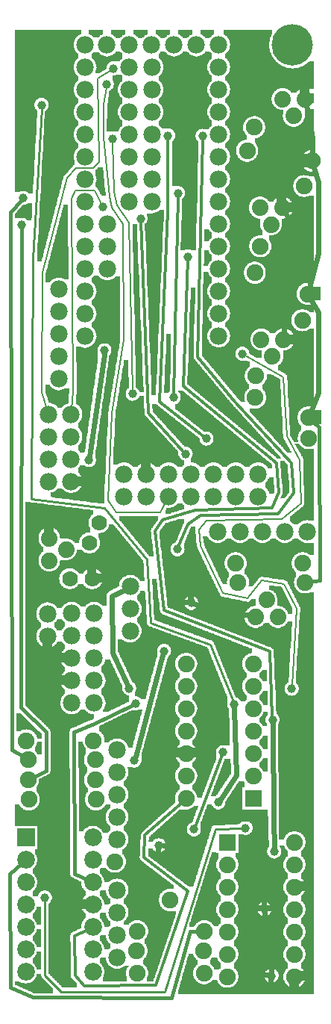
<source format=gtl>
G04 MADE WITH FRITZING*
G04 WWW.FRITZING.ORG*
G04 DOUBLE SIDED*
G04 HOLES PLATED*
G04 CONTOUR ON CENTER OF CONTOUR VECTOR*
%ASAXBY*%
%FSLAX23Y23*%
%MOIN*%
%OFA0B0*%
%SFA1.0B1.0*%
%ADD10C,0.075000*%
%ADD11C,0.070000*%
%ADD12C,0.185039*%
%ADD13C,0.078000*%
%ADD14C,0.079370*%
%ADD15C,0.074000*%
%ADD16C,0.045000*%
%ADD17C,0.039370*%
%ADD18R,0.079370X0.079370*%
%ADD19R,0.075000X0.075000*%
%ADD20C,0.016000*%
%ADD21C,0.012000*%
%ADD22C,0.024000*%
%ADD23C,0.008000*%
%ADD24C,0.006000*%
%ADD25C,0.010000*%
%ADD26R,0.001000X0.001000*%
%LNCOPPER1*%
G90*
G70*
G54D10*
X112Y4263D03*
X755Y4151D03*
X1074Y4281D03*
X555Y2614D03*
X454Y3145D03*
X524Y1233D03*
X213Y2173D03*
X893Y1469D03*
X1181Y1949D03*
G54D11*
X286Y1895D03*
X386Y1895D03*
X374Y2054D03*
X417Y2145D03*
G54D12*
X1282Y4277D03*
G54D13*
X556Y1661D03*
X556Y1861D03*
X556Y1761D03*
X237Y3187D03*
X237Y3087D03*
X237Y2987D03*
X237Y2887D03*
X237Y2787D03*
X237Y3187D03*
X237Y3087D03*
X237Y2987D03*
X237Y2887D03*
X237Y2787D03*
X528Y2263D03*
X628Y2263D03*
X728Y2263D03*
X828Y2263D03*
X928Y2263D03*
X1028Y2263D03*
X1128Y2263D03*
X528Y2263D03*
X628Y2263D03*
X728Y2263D03*
X828Y2263D03*
X928Y2263D03*
X1028Y2263D03*
X1128Y2263D03*
X1128Y2363D03*
X1028Y2363D03*
X928Y2363D03*
X828Y2363D03*
X728Y2363D03*
X628Y2363D03*
X528Y2363D03*
X294Y1740D03*
X294Y1640D03*
X294Y1540D03*
X294Y1440D03*
X294Y1340D03*
X294Y1740D03*
X294Y1640D03*
X294Y1540D03*
X294Y1440D03*
X294Y1340D03*
X394Y1340D03*
X394Y1440D03*
X394Y1540D03*
X394Y1640D03*
X394Y1740D03*
G54D14*
X89Y740D03*
X389Y740D03*
X89Y640D03*
X389Y640D03*
X89Y540D03*
X389Y540D03*
X89Y440D03*
X389Y440D03*
X89Y340D03*
X389Y340D03*
X89Y240D03*
X389Y240D03*
X89Y140D03*
X389Y140D03*
G54D13*
X292Y2329D03*
X292Y2429D03*
X292Y2529D03*
X292Y2629D03*
X292Y2329D03*
X292Y2429D03*
X292Y2529D03*
X292Y2629D03*
X192Y2629D03*
X192Y2529D03*
X192Y2429D03*
X192Y2329D03*
G54D15*
X1337Y4036D03*
X1287Y3961D03*
X1237Y4036D03*
X1337Y4036D03*
X1287Y3961D03*
X1237Y4036D03*
X1236Y3551D03*
X1186Y3476D03*
X1136Y3551D03*
X1236Y3551D03*
X1186Y3476D03*
X1136Y3551D03*
X1116Y1725D03*
X1166Y1800D03*
X1216Y1725D03*
X1116Y1725D03*
X1166Y1800D03*
X1216Y1725D03*
X1242Y2963D03*
X1192Y2888D03*
X1142Y2963D03*
X1242Y2963D03*
X1192Y2888D03*
X1142Y2963D03*
G54D10*
X1334Y3647D03*
X1079Y3805D03*
X1326Y3048D03*
X1113Y3260D03*
X1327Y1964D03*
X1027Y1964D03*
X1354Y2522D03*
X1115Y2704D03*
X1111Y3910D03*
G54D16*
X1371Y3760D03*
G54D10*
X1137Y3379D03*
X1350Y3166D03*
X1038Y1878D03*
X1338Y1878D03*
X1118Y2800D03*
X1353Y2614D03*
X403Y910D03*
X103Y910D03*
X399Y997D03*
X99Y997D03*
X399Y1087D03*
X99Y1087D03*
X887Y135D03*
X587Y135D03*
X885Y234D03*
X585Y234D03*
X887Y321D03*
X587Y321D03*
X733Y461D03*
X487Y632D03*
X392Y1173D03*
X92Y1173D03*
X1106Y915D03*
X806Y915D03*
X1106Y1015D03*
X806Y1015D03*
X1106Y1115D03*
X806Y1115D03*
X1106Y1215D03*
X806Y1215D03*
X1106Y1315D03*
X806Y1315D03*
X1106Y1415D03*
X806Y1415D03*
X1106Y1515D03*
X806Y1515D03*
X990Y719D03*
X1290Y719D03*
X990Y619D03*
X1290Y619D03*
X990Y519D03*
X1290Y519D03*
X990Y419D03*
X1290Y419D03*
X990Y319D03*
X1290Y319D03*
X990Y219D03*
X1290Y219D03*
X990Y119D03*
X1290Y119D03*
G54D13*
X497Y206D03*
X497Y306D03*
X497Y406D03*
X497Y506D03*
X497Y206D03*
X497Y306D03*
X497Y406D03*
X497Y506D03*
X947Y2106D03*
X1047Y2106D03*
X1147Y2106D03*
X1247Y2106D03*
X1347Y2106D03*
X947Y2106D03*
X1047Y2106D03*
X1147Y2106D03*
X1247Y2106D03*
X1347Y2106D03*
X497Y731D03*
X497Y831D03*
X497Y931D03*
X497Y1031D03*
X497Y1131D03*
X497Y731D03*
X497Y831D03*
X497Y931D03*
X497Y1031D03*
X497Y1131D03*
X354Y4277D03*
X354Y4177D03*
X354Y4077D03*
X354Y3977D03*
X354Y3877D03*
X354Y3777D03*
X354Y3677D03*
X354Y3577D03*
X354Y3477D03*
X354Y3377D03*
X354Y3277D03*
X354Y3177D03*
X354Y3077D03*
X354Y2977D03*
X952Y4278D03*
X952Y4178D03*
X952Y4078D03*
X952Y3978D03*
X952Y3878D03*
X952Y3778D03*
X952Y3678D03*
X952Y3578D03*
X952Y3478D03*
X952Y3378D03*
X952Y3278D03*
X952Y3178D03*
X952Y3078D03*
X952Y2978D03*
X454Y3478D03*
X454Y3378D03*
X454Y3278D03*
X852Y4277D03*
X752Y4277D03*
X652Y4277D03*
X552Y4277D03*
X452Y4277D03*
X852Y4277D03*
X752Y4277D03*
X652Y4277D03*
X552Y4277D03*
X452Y4277D03*
X654Y4177D03*
X654Y4077D03*
X654Y3977D03*
X654Y3877D03*
X654Y3777D03*
X654Y3677D03*
X654Y3577D03*
X552Y4178D03*
X552Y4078D03*
X552Y3978D03*
X552Y3878D03*
X552Y3778D03*
X552Y3678D03*
X552Y3578D03*
G54D17*
X159Y4009D03*
X482Y4173D03*
X434Y3556D03*
X452Y4102D03*
X476Y3858D03*
X1021Y1336D03*
X951Y897D03*
X603Y3503D03*
X804Y2453D03*
X880Y3871D03*
X78Y3595D03*
X71Y3475D03*
X814Y3333D03*
X1200Y678D03*
X1193Y1265D03*
X1072Y783D03*
X174Y472D03*
X1188Y123D03*
X1156Y420D03*
X684Y705D03*
X769Y3616D03*
X751Y2704D03*
X725Y3873D03*
X442Y2915D03*
X372Y2424D03*
X552Y1406D03*
X897Y2520D03*
X1058Y2899D03*
X1278Y1404D03*
X579Y1338D03*
X567Y2720D03*
G54D15*
X194Y1976D03*
X269Y2026D03*
X194Y2076D03*
X194Y1976D03*
X269Y2026D03*
X194Y2076D03*
G54D13*
X187Y1738D03*
X187Y1638D03*
G54D17*
X829Y1787D03*
X767Y2027D03*
X574Y1084D03*
X707Y1573D03*
X841Y777D03*
X971Y1120D03*
G54D18*
X89Y740D03*
G54D19*
X1106Y915D03*
X990Y719D03*
G54D20*
X825Y320D02*
X742Y25D01*
D02*
X19Y71D02*
X17Y579D01*
D02*
X119Y27D02*
X19Y71D01*
D02*
X742Y25D02*
X119Y27D01*
D02*
X17Y579D02*
X70Y624D01*
D02*
X864Y321D02*
X825Y320D01*
G54D21*
D02*
X351Y79D02*
X309Y124D01*
D02*
X309Y124D02*
X307Y301D01*
D02*
X307Y301D02*
X366Y329D01*
D02*
X772Y376D02*
X672Y80D01*
D02*
X813Y502D02*
X772Y376D01*
G54D22*
D02*
X1133Y826D02*
X917Y823D01*
D02*
X917Y823D02*
X874Y706D01*
D02*
X874Y706D02*
X802Y706D01*
D02*
X802Y706D02*
X703Y705D01*
D02*
X1155Y439D02*
X1133Y826D01*
G54D21*
D02*
X617Y650D02*
X813Y502D01*
D02*
X672Y80D02*
X351Y79D01*
D02*
X622Y750D02*
X617Y650D01*
D02*
X789Y899D02*
X622Y750D01*
G54D23*
D02*
X163Y3261D02*
X160Y2728D01*
D02*
X273Y3684D02*
X163Y3261D01*
D02*
X160Y2728D02*
X185Y2652D01*
G54D24*
D02*
X411Y4128D02*
X416Y3755D01*
D02*
X416Y3755D02*
X391Y3728D01*
D02*
X470Y4166D02*
X411Y4128D01*
D02*
X391Y3728D02*
X313Y3728D01*
D02*
X313Y3728D02*
X273Y3684D01*
G54D23*
D02*
X293Y3593D02*
X311Y3628D01*
D02*
X311Y3628D02*
X397Y3628D01*
D02*
X300Y2731D02*
X293Y3593D01*
D02*
X294Y2653D02*
X300Y2731D01*
D02*
X463Y3600D02*
X473Y3553D01*
D02*
X494Y2192D02*
X692Y2192D01*
D02*
X436Y3866D02*
X463Y3600D01*
D02*
X474Y2636D02*
X456Y2245D01*
D02*
X528Y2961D02*
X474Y2636D01*
D02*
X450Y4089D02*
X438Y4012D01*
D02*
X524Y3479D02*
X528Y2961D01*
D02*
X473Y3553D02*
X524Y3479D01*
D02*
X692Y2192D02*
X717Y2241D01*
D02*
X456Y2245D02*
X494Y2192D01*
D02*
X566Y2733D02*
X550Y3486D01*
D02*
X498Y3563D02*
X484Y3622D01*
G54D20*
D02*
X1403Y1889D02*
X1361Y1882D01*
D02*
X1402Y2570D02*
X1403Y1889D01*
D02*
X1370Y2599D02*
X1402Y2570D01*
G54D22*
D02*
X1357Y3194D02*
X1396Y3347D01*
D02*
X1396Y3347D02*
X1396Y3665D01*
D02*
X1396Y3665D02*
X1378Y3733D01*
D02*
X1396Y2726D02*
X1398Y3086D01*
D02*
X1363Y2641D02*
X1396Y2726D01*
D02*
X1398Y3086D02*
X1364Y3142D01*
G54D20*
D02*
X307Y579D02*
X304Y1210D01*
D02*
X304Y1210D02*
X393Y1248D01*
D02*
X366Y551D02*
X307Y579D01*
G54D22*
D02*
X961Y913D02*
X1031Y1017D01*
G54D25*
D02*
X915Y1602D02*
X648Y1698D01*
D02*
X648Y1698D02*
X631Y1981D01*
D02*
X1016Y1348D02*
X915Y1602D01*
D02*
X442Y2211D02*
X114Y2253D01*
D02*
X631Y1981D02*
X442Y2211D01*
D02*
X122Y3324D02*
X159Y3996D01*
G54D21*
D02*
X638Y2635D02*
X603Y3490D01*
D02*
X795Y2463D02*
X638Y2635D01*
D02*
X858Y2886D02*
X879Y3858D01*
D02*
X1025Y2686D02*
X858Y2886D01*
D02*
X1287Y2278D02*
X1278Y2410D01*
D02*
X870Y2178D02*
X1218Y2185D01*
D02*
X1278Y2410D02*
X1025Y2686D01*
D02*
X870Y2178D02*
X813Y2139D01*
G54D20*
D02*
X69Y3585D02*
X22Y3533D01*
D02*
X22Y3533D02*
X27Y1133D01*
D02*
X27Y1133D02*
X79Y1100D01*
D02*
X120Y1008D02*
X180Y1039D01*
D02*
X180Y1039D02*
X180Y1210D01*
D02*
X180Y1210D02*
X67Y1321D01*
D02*
X67Y1321D02*
X71Y3461D01*
G54D22*
D02*
X1197Y814D02*
X1193Y1246D01*
D02*
X1200Y697D02*
X1197Y814D01*
D02*
X1186Y142D02*
X1158Y401D01*
G54D25*
D02*
X248Y52D02*
X709Y52D01*
D02*
X175Y125D02*
X248Y52D01*
D02*
X174Y458D02*
X175Y125D01*
G54D21*
D02*
X1220Y2281D02*
X1209Y2413D01*
D02*
X1189Y2210D02*
X1220Y2281D01*
D02*
X793Y2755D02*
X813Y3320D01*
D02*
X848Y2202D02*
X1189Y2210D01*
D02*
X1209Y2413D02*
X793Y2755D01*
D02*
X1192Y1279D02*
X1180Y1571D01*
D02*
X1180Y1571D02*
X707Y1754D01*
D02*
X702Y2158D02*
X848Y2202D01*
D02*
X707Y1754D02*
X667Y2108D01*
D02*
X667Y2108D02*
X702Y2158D01*
D02*
X751Y2718D02*
X769Y3603D01*
G54D22*
D02*
X375Y2443D02*
X439Y2896D01*
G54D23*
D02*
X397Y3628D02*
X428Y3568D01*
D02*
X484Y3622D02*
X476Y3845D01*
G54D25*
D02*
X936Y778D02*
X1059Y782D01*
D02*
X709Y52D02*
X936Y778D01*
G54D22*
D02*
X474Y1817D02*
X478Y1565D01*
D02*
X530Y1846D02*
X474Y1817D01*
D02*
X478Y1565D02*
X544Y1423D01*
G54D23*
D02*
X438Y4012D02*
X436Y3866D01*
G54D21*
D02*
X725Y3534D02*
X725Y3859D01*
D02*
X887Y2528D02*
X688Y2685D01*
D02*
X688Y2685D02*
X725Y3534D01*
G54D23*
D02*
X1081Y1808D02*
X1144Y1887D01*
D02*
X1144Y1887D02*
X1244Y1873D01*
D02*
X972Y1830D02*
X1081Y1808D01*
D02*
X863Y2115D02*
X870Y2041D01*
D02*
X870Y2041D02*
X972Y1830D01*
D02*
X1233Y2163D02*
X896Y2156D01*
D02*
X896Y2156D02*
X863Y2115D01*
D02*
X1319Y2230D02*
X1233Y2163D01*
D02*
X1315Y2424D02*
X1319Y2230D01*
D02*
X1256Y2530D02*
X1315Y2424D01*
D02*
X1242Y2795D02*
X1256Y2530D01*
D02*
X1244Y1873D02*
X1300Y1761D01*
D02*
X1069Y2892D02*
X1242Y2795D01*
G54D22*
D02*
X847Y1783D02*
X1089Y1730D01*
G54D21*
D02*
X1218Y2185D02*
X1287Y2278D01*
G54D23*
D02*
X550Y3486D02*
X498Y3563D01*
G54D20*
D02*
X393Y1248D02*
X567Y1332D01*
G54D22*
D02*
X1270Y3489D02*
X1249Y3527D01*
D02*
X1244Y2990D02*
X1270Y3489D01*
D02*
X1371Y3865D02*
X1371Y3789D01*
D02*
X1343Y4009D02*
X1371Y3865D01*
G54D25*
D02*
X114Y2253D02*
X122Y3324D01*
G54D21*
D02*
X813Y2139D02*
X772Y2039D01*
G54D23*
D02*
X1300Y1761D02*
X1279Y1418D01*
G54D22*
D02*
X579Y1102D02*
X702Y1554D01*
D02*
X1031Y1017D02*
X1022Y1317D01*
G54D21*
D02*
X846Y789D02*
X966Y1107D01*
G36*
X40Y4344D02*
X40Y4042D01*
X160Y4042D01*
X160Y4040D01*
X170Y4040D01*
X170Y4038D01*
X174Y4038D01*
X174Y4036D01*
X178Y4036D01*
X178Y4034D01*
X180Y4034D01*
X180Y4032D01*
X182Y4032D01*
X182Y4030D01*
X184Y4030D01*
X184Y4028D01*
X186Y4028D01*
X186Y4024D01*
X188Y4024D01*
X188Y4020D01*
X190Y4020D01*
X190Y3998D01*
X188Y3998D01*
X188Y3994D01*
X186Y3994D01*
X186Y3992D01*
X184Y3992D01*
X184Y3988D01*
X182Y3988D01*
X182Y3986D01*
X180Y3986D01*
X180Y3984D01*
X176Y3984D01*
X176Y3982D01*
X174Y3982D01*
X174Y3948D01*
X172Y3948D01*
X172Y3912D01*
X170Y3912D01*
X170Y3874D01*
X168Y3874D01*
X168Y3838D01*
X166Y3838D01*
X166Y3800D01*
X164Y3800D01*
X164Y3764D01*
X162Y3764D01*
X162Y3728D01*
X160Y3728D01*
X160Y3690D01*
X158Y3690D01*
X158Y3654D01*
X156Y3654D01*
X156Y3616D01*
X154Y3616D01*
X154Y3580D01*
X152Y3580D01*
X152Y3542D01*
X150Y3542D01*
X150Y3506D01*
X148Y3506D01*
X148Y3468D01*
X146Y3468D01*
X146Y3432D01*
X144Y3432D01*
X144Y3394D01*
X142Y3394D01*
X142Y3358D01*
X140Y3358D01*
X140Y3310D01*
X160Y3310D01*
X160Y3318D01*
X162Y3318D01*
X162Y3326D01*
X164Y3326D01*
X164Y3332D01*
X166Y3332D01*
X166Y3340D01*
X168Y3340D01*
X168Y3348D01*
X170Y3348D01*
X170Y3356D01*
X172Y3356D01*
X172Y3364D01*
X174Y3364D01*
X174Y3372D01*
X176Y3372D01*
X176Y3378D01*
X178Y3378D01*
X178Y3386D01*
X180Y3386D01*
X180Y3394D01*
X182Y3394D01*
X182Y3402D01*
X184Y3402D01*
X184Y3410D01*
X186Y3410D01*
X186Y3418D01*
X188Y3418D01*
X188Y3424D01*
X190Y3424D01*
X190Y3432D01*
X192Y3432D01*
X192Y3440D01*
X194Y3440D01*
X194Y3448D01*
X196Y3448D01*
X196Y3456D01*
X198Y3456D01*
X198Y3462D01*
X200Y3462D01*
X200Y3470D01*
X202Y3470D01*
X202Y3478D01*
X204Y3478D01*
X204Y3486D01*
X206Y3486D01*
X206Y3494D01*
X208Y3494D01*
X208Y3502D01*
X210Y3502D01*
X210Y3508D01*
X212Y3508D01*
X212Y3516D01*
X214Y3516D01*
X214Y3524D01*
X216Y3524D01*
X216Y3532D01*
X218Y3532D01*
X218Y3540D01*
X220Y3540D01*
X220Y3548D01*
X222Y3548D01*
X222Y3554D01*
X224Y3554D01*
X224Y3562D01*
X226Y3562D01*
X226Y3570D01*
X228Y3570D01*
X228Y3578D01*
X230Y3578D01*
X230Y3586D01*
X232Y3586D01*
X232Y3594D01*
X234Y3594D01*
X234Y3600D01*
X236Y3600D01*
X236Y3608D01*
X238Y3608D01*
X238Y3616D01*
X240Y3616D01*
X240Y3624D01*
X242Y3624D01*
X242Y3632D01*
X244Y3632D01*
X244Y3638D01*
X246Y3638D01*
X246Y3646D01*
X248Y3646D01*
X248Y3654D01*
X250Y3654D01*
X250Y3662D01*
X252Y3662D01*
X252Y3670D01*
X254Y3670D01*
X254Y3678D01*
X256Y3678D01*
X256Y3684D01*
X258Y3684D01*
X258Y3692D01*
X260Y3692D01*
X260Y3694D01*
X262Y3694D01*
X262Y3696D01*
X264Y3696D01*
X264Y3698D01*
X266Y3698D01*
X266Y3700D01*
X268Y3700D01*
X268Y3702D01*
X270Y3702D01*
X270Y3704D01*
X272Y3704D01*
X272Y3706D01*
X274Y3706D01*
X274Y3708D01*
X276Y3708D01*
X276Y3710D01*
X278Y3710D01*
X278Y3712D01*
X280Y3712D01*
X280Y3714D01*
X282Y3714D01*
X282Y3718D01*
X284Y3718D01*
X284Y3720D01*
X286Y3720D01*
X286Y3722D01*
X288Y3722D01*
X288Y3724D01*
X290Y3724D01*
X290Y3726D01*
X292Y3726D01*
X292Y3728D01*
X294Y3728D01*
X294Y3730D01*
X296Y3730D01*
X296Y3732D01*
X298Y3732D01*
X298Y3734D01*
X300Y3734D01*
X300Y3738D01*
X302Y3738D01*
X302Y3740D01*
X306Y3740D01*
X306Y3764D01*
X304Y3764D01*
X304Y3790D01*
X306Y3790D01*
X306Y3798D01*
X308Y3798D01*
X308Y3800D01*
X310Y3800D01*
X310Y3804D01*
X312Y3804D01*
X312Y3808D01*
X314Y3808D01*
X314Y3810D01*
X316Y3810D01*
X316Y3812D01*
X318Y3812D01*
X318Y3814D01*
X320Y3814D01*
X320Y3816D01*
X322Y3816D01*
X322Y3818D01*
X324Y3818D01*
X324Y3838D01*
X320Y3838D01*
X320Y3840D01*
X318Y3840D01*
X318Y3842D01*
X316Y3842D01*
X316Y3846D01*
X314Y3846D01*
X314Y3848D01*
X312Y3848D01*
X312Y3850D01*
X310Y3850D01*
X310Y3854D01*
X308Y3854D01*
X308Y3858D01*
X306Y3858D01*
X306Y3864D01*
X304Y3864D01*
X304Y3890D01*
X306Y3890D01*
X306Y3898D01*
X308Y3898D01*
X308Y3900D01*
X310Y3900D01*
X310Y3904D01*
X312Y3904D01*
X312Y3908D01*
X314Y3908D01*
X314Y3910D01*
X316Y3910D01*
X316Y3912D01*
X318Y3912D01*
X318Y3914D01*
X320Y3914D01*
X320Y3916D01*
X322Y3916D01*
X322Y3918D01*
X324Y3918D01*
X324Y3938D01*
X320Y3938D01*
X320Y3940D01*
X318Y3940D01*
X318Y3942D01*
X316Y3942D01*
X316Y3946D01*
X314Y3946D01*
X314Y3948D01*
X312Y3948D01*
X312Y3950D01*
X310Y3950D01*
X310Y3954D01*
X308Y3954D01*
X308Y3958D01*
X306Y3958D01*
X306Y3964D01*
X304Y3964D01*
X304Y3990D01*
X306Y3990D01*
X306Y3998D01*
X308Y3998D01*
X308Y4000D01*
X310Y4000D01*
X310Y4004D01*
X312Y4004D01*
X312Y4008D01*
X314Y4008D01*
X314Y4010D01*
X316Y4010D01*
X316Y4012D01*
X318Y4012D01*
X318Y4014D01*
X320Y4014D01*
X320Y4016D01*
X322Y4016D01*
X322Y4018D01*
X324Y4018D01*
X324Y4038D01*
X320Y4038D01*
X320Y4040D01*
X318Y4040D01*
X318Y4042D01*
X316Y4042D01*
X316Y4046D01*
X314Y4046D01*
X314Y4048D01*
X312Y4048D01*
X312Y4050D01*
X310Y4050D01*
X310Y4054D01*
X308Y4054D01*
X308Y4058D01*
X306Y4058D01*
X306Y4064D01*
X304Y4064D01*
X304Y4090D01*
X306Y4090D01*
X306Y4098D01*
X308Y4098D01*
X308Y4100D01*
X310Y4100D01*
X310Y4104D01*
X312Y4104D01*
X312Y4108D01*
X314Y4108D01*
X314Y4110D01*
X316Y4110D01*
X316Y4112D01*
X318Y4112D01*
X318Y4114D01*
X320Y4114D01*
X320Y4116D01*
X322Y4116D01*
X322Y4118D01*
X324Y4118D01*
X324Y4138D01*
X320Y4138D01*
X320Y4140D01*
X318Y4140D01*
X318Y4142D01*
X316Y4142D01*
X316Y4146D01*
X314Y4146D01*
X314Y4148D01*
X312Y4148D01*
X312Y4150D01*
X310Y4150D01*
X310Y4154D01*
X308Y4154D01*
X308Y4158D01*
X306Y4158D01*
X306Y4164D01*
X304Y4164D01*
X304Y4190D01*
X306Y4190D01*
X306Y4198D01*
X308Y4198D01*
X308Y4200D01*
X310Y4200D01*
X310Y4204D01*
X312Y4204D01*
X312Y4208D01*
X314Y4208D01*
X314Y4210D01*
X316Y4210D01*
X316Y4212D01*
X318Y4212D01*
X318Y4214D01*
X320Y4214D01*
X320Y4216D01*
X322Y4216D01*
X322Y4218D01*
X324Y4218D01*
X324Y4238D01*
X320Y4238D01*
X320Y4240D01*
X318Y4240D01*
X318Y4242D01*
X316Y4242D01*
X316Y4246D01*
X314Y4246D01*
X314Y4248D01*
X312Y4248D01*
X312Y4250D01*
X310Y4250D01*
X310Y4254D01*
X308Y4254D01*
X308Y4258D01*
X306Y4258D01*
X306Y4264D01*
X304Y4264D01*
X304Y4290D01*
X306Y4290D01*
X306Y4298D01*
X308Y4298D01*
X308Y4300D01*
X310Y4300D01*
X310Y4304D01*
X312Y4304D01*
X312Y4308D01*
X314Y4308D01*
X314Y4310D01*
X316Y4310D01*
X316Y4312D01*
X318Y4312D01*
X318Y4314D01*
X320Y4314D01*
X320Y4316D01*
X322Y4316D01*
X322Y4318D01*
X324Y4318D01*
X324Y4320D01*
X328Y4320D01*
X328Y4322D01*
X332Y4322D01*
X332Y4324D01*
X336Y4324D01*
X336Y4344D01*
X40Y4344D01*
G37*
D02*
G36*
X40Y4042D02*
X40Y3626D01*
X88Y3626D01*
X88Y3624D01*
X92Y3624D01*
X92Y3622D01*
X96Y3622D01*
X96Y3620D01*
X98Y3620D01*
X98Y3618D01*
X100Y3618D01*
X100Y3616D01*
X122Y3616D01*
X122Y3654D01*
X124Y3654D01*
X124Y3690D01*
X126Y3690D01*
X126Y3728D01*
X128Y3728D01*
X128Y3764D01*
X130Y3764D01*
X130Y3802D01*
X132Y3802D01*
X132Y3838D01*
X134Y3838D01*
X134Y3876D01*
X136Y3876D01*
X136Y3912D01*
X138Y3912D01*
X138Y3950D01*
X140Y3950D01*
X140Y3986D01*
X136Y3986D01*
X136Y3990D01*
X134Y3990D01*
X134Y3992D01*
X132Y3992D01*
X132Y3996D01*
X130Y3996D01*
X130Y4000D01*
X128Y4000D01*
X128Y4018D01*
X130Y4018D01*
X130Y4024D01*
X132Y4024D01*
X132Y4026D01*
X134Y4026D01*
X134Y4030D01*
X136Y4030D01*
X136Y4032D01*
X138Y4032D01*
X138Y4034D01*
X140Y4034D01*
X140Y4036D01*
X144Y4036D01*
X144Y4038D01*
X148Y4038D01*
X148Y4040D01*
X158Y4040D01*
X158Y4042D01*
X40Y4042D01*
G37*
D02*
G36*
X40Y3626D02*
X40Y3620D01*
X60Y3620D01*
X60Y3622D01*
X64Y3622D01*
X64Y3624D01*
X68Y3624D01*
X68Y3626D01*
X40Y3626D01*
G37*
D02*
G36*
X372Y4344D02*
X372Y4324D01*
X376Y4324D01*
X376Y4322D01*
X380Y4322D01*
X380Y4320D01*
X384Y4320D01*
X384Y4318D01*
X386Y4318D01*
X386Y4316D01*
X388Y4316D01*
X388Y4314D01*
X390Y4314D01*
X390Y4312D01*
X392Y4312D01*
X392Y4310D01*
X414Y4310D01*
X414Y4312D01*
X416Y4312D01*
X416Y4314D01*
X418Y4314D01*
X418Y4316D01*
X420Y4316D01*
X420Y4318D01*
X422Y4318D01*
X422Y4320D01*
X426Y4320D01*
X426Y4322D01*
X430Y4322D01*
X430Y4324D01*
X434Y4324D01*
X434Y4344D01*
X372Y4344D01*
G37*
D02*
G36*
X472Y4344D02*
X472Y4324D01*
X476Y4324D01*
X476Y4322D01*
X478Y4322D01*
X478Y4320D01*
X482Y4320D01*
X482Y4318D01*
X484Y4318D01*
X484Y4316D01*
X486Y4316D01*
X486Y4314D01*
X490Y4314D01*
X490Y4310D01*
X492Y4310D01*
X492Y4308D01*
X512Y4308D01*
X512Y4310D01*
X514Y4310D01*
X514Y4312D01*
X516Y4312D01*
X516Y4314D01*
X518Y4314D01*
X518Y4316D01*
X520Y4316D01*
X520Y4318D01*
X522Y4318D01*
X522Y4320D01*
X526Y4320D01*
X526Y4322D01*
X530Y4322D01*
X530Y4324D01*
X534Y4324D01*
X534Y4344D01*
X472Y4344D01*
G37*
D02*
G36*
X572Y4344D02*
X572Y4324D01*
X576Y4324D01*
X576Y4322D01*
X578Y4322D01*
X578Y4320D01*
X582Y4320D01*
X582Y4318D01*
X584Y4318D01*
X584Y4316D01*
X586Y4316D01*
X586Y4314D01*
X590Y4314D01*
X590Y4310D01*
X592Y4310D01*
X592Y4308D01*
X612Y4308D01*
X612Y4310D01*
X614Y4310D01*
X614Y4312D01*
X616Y4312D01*
X616Y4314D01*
X618Y4314D01*
X618Y4316D01*
X620Y4316D01*
X620Y4318D01*
X622Y4318D01*
X622Y4320D01*
X626Y4320D01*
X626Y4322D01*
X630Y4322D01*
X630Y4324D01*
X634Y4324D01*
X634Y4344D01*
X572Y4344D01*
G37*
D02*
G36*
X672Y4344D02*
X672Y4324D01*
X676Y4324D01*
X676Y4322D01*
X678Y4322D01*
X678Y4320D01*
X682Y4320D01*
X682Y4318D01*
X684Y4318D01*
X684Y4316D01*
X686Y4316D01*
X686Y4314D01*
X690Y4314D01*
X690Y4310D01*
X692Y4310D01*
X692Y4308D01*
X712Y4308D01*
X712Y4310D01*
X714Y4310D01*
X714Y4312D01*
X716Y4312D01*
X716Y4314D01*
X718Y4314D01*
X718Y4316D01*
X720Y4316D01*
X720Y4318D01*
X722Y4318D01*
X722Y4320D01*
X726Y4320D01*
X726Y4322D01*
X730Y4322D01*
X730Y4324D01*
X734Y4324D01*
X734Y4344D01*
X672Y4344D01*
G37*
D02*
G36*
X772Y4344D02*
X772Y4324D01*
X776Y4324D01*
X776Y4322D01*
X778Y4322D01*
X778Y4320D01*
X782Y4320D01*
X782Y4318D01*
X784Y4318D01*
X784Y4316D01*
X786Y4316D01*
X786Y4314D01*
X790Y4314D01*
X790Y4310D01*
X792Y4310D01*
X792Y4308D01*
X812Y4308D01*
X812Y4310D01*
X814Y4310D01*
X814Y4312D01*
X816Y4312D01*
X816Y4314D01*
X818Y4314D01*
X818Y4316D01*
X820Y4316D01*
X820Y4318D01*
X822Y4318D01*
X822Y4320D01*
X826Y4320D01*
X826Y4322D01*
X830Y4322D01*
X830Y4324D01*
X834Y4324D01*
X834Y4344D01*
X772Y4344D01*
G37*
D02*
G36*
X872Y4344D02*
X872Y4324D01*
X876Y4324D01*
X876Y4322D01*
X878Y4322D01*
X878Y4320D01*
X882Y4320D01*
X882Y4318D01*
X884Y4318D01*
X884Y4316D01*
X886Y4316D01*
X886Y4314D01*
X890Y4314D01*
X890Y4310D01*
X892Y4310D01*
X892Y4308D01*
X912Y4308D01*
X912Y4310D01*
X914Y4310D01*
X914Y4312D01*
X916Y4312D01*
X916Y4316D01*
X920Y4316D01*
X920Y4318D01*
X922Y4318D01*
X922Y4320D01*
X924Y4320D01*
X924Y4322D01*
X928Y4322D01*
X928Y4324D01*
X932Y4324D01*
X932Y4344D01*
X872Y4344D01*
G37*
D02*
G36*
X692Y4248D02*
X692Y4244D01*
X690Y4244D01*
X690Y4242D01*
X688Y4242D01*
X688Y4240D01*
X686Y4240D01*
X686Y4238D01*
X684Y4238D01*
X684Y4226D01*
X748Y4226D01*
X748Y4228D01*
X738Y4228D01*
X738Y4230D01*
X732Y4230D01*
X732Y4232D01*
X728Y4232D01*
X728Y4234D01*
X724Y4234D01*
X724Y4236D01*
X722Y4236D01*
X722Y4238D01*
X720Y4238D01*
X720Y4240D01*
X718Y4240D01*
X718Y4242D01*
X716Y4242D01*
X716Y4244D01*
X714Y4244D01*
X714Y4246D01*
X712Y4246D01*
X712Y4248D01*
X692Y4248D01*
G37*
D02*
G36*
X792Y4248D02*
X792Y4244D01*
X790Y4244D01*
X790Y4242D01*
X788Y4242D01*
X788Y4240D01*
X786Y4240D01*
X786Y4238D01*
X782Y4238D01*
X782Y4236D01*
X780Y4236D01*
X780Y4234D01*
X776Y4234D01*
X776Y4232D01*
X772Y4232D01*
X772Y4230D01*
X768Y4230D01*
X768Y4228D01*
X758Y4228D01*
X758Y4226D01*
X848Y4226D01*
X848Y4228D01*
X838Y4228D01*
X838Y4230D01*
X832Y4230D01*
X832Y4232D01*
X828Y4232D01*
X828Y4234D01*
X824Y4234D01*
X824Y4236D01*
X822Y4236D01*
X822Y4238D01*
X820Y4238D01*
X820Y4240D01*
X818Y4240D01*
X818Y4242D01*
X816Y4242D01*
X816Y4244D01*
X814Y4244D01*
X814Y4246D01*
X812Y4246D01*
X812Y4248D01*
X792Y4248D01*
G37*
D02*
G36*
X892Y4248D02*
X892Y4244D01*
X890Y4244D01*
X890Y4242D01*
X888Y4242D01*
X888Y4240D01*
X886Y4240D01*
X886Y4238D01*
X882Y4238D01*
X882Y4236D01*
X880Y4236D01*
X880Y4234D01*
X876Y4234D01*
X876Y4232D01*
X872Y4232D01*
X872Y4230D01*
X868Y4230D01*
X868Y4228D01*
X858Y4228D01*
X858Y4226D01*
X922Y4226D01*
X922Y4238D01*
X920Y4238D01*
X920Y4240D01*
X918Y4240D01*
X918Y4242D01*
X916Y4242D01*
X916Y4244D01*
X914Y4244D01*
X914Y4246D01*
X912Y4246D01*
X912Y4248D01*
X892Y4248D01*
G37*
D02*
G36*
X684Y4226D02*
X684Y4224D01*
X922Y4224D01*
X922Y4226D01*
X684Y4226D01*
G37*
D02*
G36*
X684Y4226D02*
X684Y4224D01*
X922Y4224D01*
X922Y4226D01*
X684Y4226D01*
G37*
D02*
G36*
X684Y4226D02*
X684Y4224D01*
X922Y4224D01*
X922Y4226D01*
X684Y4226D01*
G37*
D02*
G36*
X684Y4224D02*
X684Y4218D01*
X686Y4218D01*
X686Y4216D01*
X688Y4216D01*
X688Y4214D01*
X690Y4214D01*
X690Y4212D01*
X692Y4212D01*
X692Y4210D01*
X694Y4210D01*
X694Y4208D01*
X696Y4208D01*
X696Y4204D01*
X698Y4204D01*
X698Y4200D01*
X700Y4200D01*
X700Y4196D01*
X702Y4196D01*
X702Y4190D01*
X704Y4190D01*
X704Y4164D01*
X702Y4164D01*
X702Y4158D01*
X700Y4158D01*
X700Y4154D01*
X698Y4154D01*
X698Y4150D01*
X696Y4150D01*
X696Y4148D01*
X694Y4148D01*
X694Y4146D01*
X692Y4146D01*
X692Y4142D01*
X690Y4142D01*
X690Y4140D01*
X686Y4140D01*
X686Y4138D01*
X684Y4138D01*
X684Y4118D01*
X686Y4118D01*
X686Y4116D01*
X688Y4116D01*
X688Y4114D01*
X690Y4114D01*
X690Y4112D01*
X692Y4112D01*
X692Y4110D01*
X694Y4110D01*
X694Y4108D01*
X696Y4108D01*
X696Y4104D01*
X698Y4104D01*
X698Y4100D01*
X700Y4100D01*
X700Y4096D01*
X702Y4096D01*
X702Y4090D01*
X704Y4090D01*
X704Y4064D01*
X702Y4064D01*
X702Y4058D01*
X700Y4058D01*
X700Y4054D01*
X698Y4054D01*
X698Y4050D01*
X696Y4050D01*
X696Y4048D01*
X694Y4048D01*
X694Y4046D01*
X692Y4046D01*
X692Y4042D01*
X690Y4042D01*
X690Y4040D01*
X686Y4040D01*
X686Y4038D01*
X684Y4038D01*
X684Y4018D01*
X686Y4018D01*
X686Y4016D01*
X688Y4016D01*
X688Y4014D01*
X690Y4014D01*
X690Y4012D01*
X692Y4012D01*
X692Y4010D01*
X694Y4010D01*
X694Y4008D01*
X696Y4008D01*
X696Y4004D01*
X698Y4004D01*
X698Y4000D01*
X700Y4000D01*
X700Y3996D01*
X702Y3996D01*
X702Y3990D01*
X704Y3990D01*
X704Y3964D01*
X702Y3964D01*
X702Y3958D01*
X700Y3958D01*
X700Y3954D01*
X698Y3954D01*
X698Y3950D01*
X696Y3950D01*
X696Y3948D01*
X694Y3948D01*
X694Y3946D01*
X692Y3946D01*
X692Y3942D01*
X690Y3942D01*
X690Y3940D01*
X686Y3940D01*
X686Y3938D01*
X684Y3938D01*
X684Y3918D01*
X686Y3918D01*
X686Y3916D01*
X688Y3916D01*
X688Y3914D01*
X690Y3914D01*
X690Y3912D01*
X692Y3912D01*
X692Y3910D01*
X694Y3910D01*
X694Y3908D01*
X696Y3908D01*
X696Y3904D01*
X882Y3904D01*
X882Y3902D01*
X908Y3902D01*
X908Y3904D01*
X910Y3904D01*
X910Y3908D01*
X912Y3908D01*
X912Y3910D01*
X914Y3910D01*
X914Y3912D01*
X916Y3912D01*
X916Y3916D01*
X920Y3916D01*
X920Y3918D01*
X922Y3918D01*
X922Y3938D01*
X920Y3938D01*
X920Y3940D01*
X918Y3940D01*
X918Y3942D01*
X916Y3942D01*
X916Y3944D01*
X914Y3944D01*
X914Y3946D01*
X912Y3946D01*
X912Y3948D01*
X910Y3948D01*
X910Y3952D01*
X908Y3952D01*
X908Y3956D01*
X906Y3956D01*
X906Y3960D01*
X904Y3960D01*
X904Y3966D01*
X902Y3966D01*
X902Y3990D01*
X904Y3990D01*
X904Y3998D01*
X906Y3998D01*
X906Y4002D01*
X908Y4002D01*
X908Y4004D01*
X910Y4004D01*
X910Y4008D01*
X912Y4008D01*
X912Y4010D01*
X914Y4010D01*
X914Y4012D01*
X916Y4012D01*
X916Y4016D01*
X920Y4016D01*
X920Y4018D01*
X922Y4018D01*
X922Y4038D01*
X920Y4038D01*
X920Y4040D01*
X918Y4040D01*
X918Y4042D01*
X916Y4042D01*
X916Y4044D01*
X914Y4044D01*
X914Y4046D01*
X912Y4046D01*
X912Y4048D01*
X910Y4048D01*
X910Y4052D01*
X908Y4052D01*
X908Y4056D01*
X906Y4056D01*
X906Y4060D01*
X904Y4060D01*
X904Y4066D01*
X902Y4066D01*
X902Y4090D01*
X904Y4090D01*
X904Y4098D01*
X906Y4098D01*
X906Y4102D01*
X908Y4102D01*
X908Y4104D01*
X910Y4104D01*
X910Y4108D01*
X912Y4108D01*
X912Y4110D01*
X914Y4110D01*
X914Y4112D01*
X916Y4112D01*
X916Y4116D01*
X920Y4116D01*
X920Y4118D01*
X922Y4118D01*
X922Y4138D01*
X920Y4138D01*
X920Y4140D01*
X918Y4140D01*
X918Y4142D01*
X916Y4142D01*
X916Y4144D01*
X914Y4144D01*
X914Y4146D01*
X912Y4146D01*
X912Y4148D01*
X910Y4148D01*
X910Y4152D01*
X908Y4152D01*
X908Y4156D01*
X906Y4156D01*
X906Y4160D01*
X904Y4160D01*
X904Y4166D01*
X902Y4166D01*
X902Y4190D01*
X904Y4190D01*
X904Y4198D01*
X906Y4198D01*
X906Y4202D01*
X908Y4202D01*
X908Y4204D01*
X910Y4204D01*
X910Y4208D01*
X912Y4208D01*
X912Y4210D01*
X914Y4210D01*
X914Y4212D01*
X916Y4212D01*
X916Y4216D01*
X920Y4216D01*
X920Y4218D01*
X922Y4218D01*
X922Y4224D01*
X684Y4224D01*
G37*
D02*
G36*
X736Y3904D02*
X736Y3902D01*
X740Y3902D01*
X740Y3900D01*
X744Y3900D01*
X744Y3898D01*
X746Y3898D01*
X746Y3896D01*
X748Y3896D01*
X748Y3894D01*
X750Y3894D01*
X750Y3892D01*
X752Y3892D01*
X752Y3888D01*
X754Y3888D01*
X754Y3884D01*
X756Y3884D01*
X756Y3874D01*
X758Y3874D01*
X758Y3872D01*
X756Y3872D01*
X756Y3862D01*
X754Y3862D01*
X754Y3858D01*
X752Y3858D01*
X752Y3854D01*
X750Y3854D01*
X750Y3852D01*
X748Y3852D01*
X748Y3850D01*
X746Y3850D01*
X746Y3848D01*
X744Y3848D01*
X744Y3648D01*
X778Y3648D01*
X778Y3646D01*
X784Y3646D01*
X784Y3644D01*
X788Y3644D01*
X788Y3642D01*
X790Y3642D01*
X790Y3640D01*
X792Y3640D01*
X792Y3638D01*
X794Y3638D01*
X794Y3636D01*
X796Y3636D01*
X796Y3632D01*
X798Y3632D01*
X798Y3628D01*
X800Y3628D01*
X800Y3618D01*
X802Y3618D01*
X802Y3616D01*
X800Y3616D01*
X800Y3606D01*
X798Y3606D01*
X798Y3602D01*
X796Y3602D01*
X796Y3598D01*
X794Y3598D01*
X794Y3596D01*
X792Y3596D01*
X792Y3594D01*
X790Y3594D01*
X790Y3592D01*
X788Y3592D01*
X788Y3590D01*
X786Y3590D01*
X786Y3496D01*
X784Y3496D01*
X784Y3398D01*
X782Y3398D01*
X782Y3366D01*
X818Y3366D01*
X818Y3364D01*
X826Y3364D01*
X826Y3362D01*
X830Y3362D01*
X830Y3360D01*
X850Y3360D01*
X850Y3392D01*
X852Y3392D01*
X852Y3482D01*
X854Y3482D01*
X854Y3572D01*
X856Y3572D01*
X856Y3662D01*
X858Y3662D01*
X858Y3752D01*
X860Y3752D01*
X860Y3848D01*
X858Y3848D01*
X858Y3850D01*
X856Y3850D01*
X856Y3852D01*
X854Y3852D01*
X854Y3854D01*
X852Y3854D01*
X852Y3858D01*
X850Y3858D01*
X850Y3864D01*
X848Y3864D01*
X848Y3878D01*
X850Y3878D01*
X850Y3884D01*
X852Y3884D01*
X852Y3888D01*
X854Y3888D01*
X854Y3892D01*
X856Y3892D01*
X856Y3894D01*
X858Y3894D01*
X858Y3896D01*
X862Y3896D01*
X862Y3898D01*
X864Y3898D01*
X864Y3900D01*
X868Y3900D01*
X868Y3902D01*
X878Y3902D01*
X878Y3904D01*
X736Y3904D01*
G37*
D02*
G36*
X782Y3366D02*
X782Y3362D01*
X802Y3362D01*
X802Y3364D01*
X810Y3364D01*
X810Y3366D01*
X782Y3366D01*
G37*
D02*
G36*
X492Y4248D02*
X492Y4244D01*
X490Y4244D01*
X490Y4242D01*
X488Y4242D01*
X488Y4240D01*
X486Y4240D01*
X486Y4238D01*
X482Y4238D01*
X482Y4236D01*
X480Y4236D01*
X480Y4234D01*
X476Y4234D01*
X476Y4232D01*
X472Y4232D01*
X472Y4230D01*
X468Y4230D01*
X468Y4228D01*
X458Y4228D01*
X458Y4226D01*
X522Y4226D01*
X522Y4238D01*
X520Y4238D01*
X520Y4240D01*
X518Y4240D01*
X518Y4242D01*
X516Y4242D01*
X516Y4244D01*
X514Y4244D01*
X514Y4246D01*
X512Y4246D01*
X512Y4248D01*
X492Y4248D01*
G37*
D02*
G36*
X394Y4246D02*
X394Y4244D01*
X392Y4244D01*
X392Y4242D01*
X390Y4242D01*
X390Y4240D01*
X388Y4240D01*
X388Y4238D01*
X384Y4238D01*
X384Y4226D01*
X448Y4226D01*
X448Y4228D01*
X438Y4228D01*
X438Y4230D01*
X432Y4230D01*
X432Y4232D01*
X428Y4232D01*
X428Y4234D01*
X424Y4234D01*
X424Y4236D01*
X422Y4236D01*
X422Y4238D01*
X420Y4238D01*
X420Y4240D01*
X418Y4240D01*
X418Y4242D01*
X416Y4242D01*
X416Y4244D01*
X414Y4244D01*
X414Y4246D01*
X394Y4246D01*
G37*
D02*
G36*
X384Y4226D02*
X384Y4224D01*
X522Y4224D01*
X522Y4226D01*
X384Y4226D01*
G37*
D02*
G36*
X384Y4226D02*
X384Y4224D01*
X522Y4224D01*
X522Y4226D01*
X384Y4226D01*
G37*
D02*
G36*
X384Y4224D02*
X384Y4218D01*
X386Y4218D01*
X386Y4216D01*
X388Y4216D01*
X388Y4214D01*
X390Y4214D01*
X390Y4212D01*
X392Y4212D01*
X392Y4210D01*
X394Y4210D01*
X394Y4208D01*
X396Y4208D01*
X396Y4206D01*
X484Y4206D01*
X484Y4204D01*
X510Y4204D01*
X510Y4208D01*
X512Y4208D01*
X512Y4210D01*
X514Y4210D01*
X514Y4212D01*
X516Y4212D01*
X516Y4216D01*
X520Y4216D01*
X520Y4218D01*
X522Y4218D01*
X522Y4224D01*
X384Y4224D01*
G37*
D02*
G36*
X396Y4206D02*
X396Y4204D01*
X398Y4204D01*
X398Y4200D01*
X400Y4200D01*
X400Y4198D01*
X402Y4198D01*
X402Y4192D01*
X404Y4192D01*
X404Y4178D01*
X406Y4178D01*
X406Y4176D01*
X404Y4176D01*
X404Y4164D01*
X402Y4164D01*
X402Y4152D01*
X422Y4152D01*
X422Y4154D01*
X424Y4154D01*
X424Y4156D01*
X428Y4156D01*
X428Y4158D01*
X432Y4158D01*
X432Y4160D01*
X434Y4160D01*
X434Y4162D01*
X438Y4162D01*
X438Y4164D01*
X440Y4164D01*
X440Y4166D01*
X444Y4166D01*
X444Y4168D01*
X446Y4168D01*
X446Y4170D01*
X450Y4170D01*
X450Y4182D01*
X452Y4182D01*
X452Y4186D01*
X454Y4186D01*
X454Y4190D01*
X456Y4190D01*
X456Y4194D01*
X458Y4194D01*
X458Y4196D01*
X460Y4196D01*
X460Y4198D01*
X464Y4198D01*
X464Y4200D01*
X466Y4200D01*
X466Y4202D01*
X470Y4202D01*
X470Y4204D01*
X480Y4204D01*
X480Y4206D01*
X396Y4206D01*
G37*
D02*
G36*
X490Y4144D02*
X490Y4142D01*
X476Y4142D01*
X476Y4122D01*
X478Y4122D01*
X478Y4118D01*
X480Y4118D01*
X480Y4114D01*
X482Y4114D01*
X482Y4108D01*
X484Y4108D01*
X484Y4098D01*
X482Y4098D01*
X482Y4090D01*
X480Y4090D01*
X480Y4086D01*
X478Y4086D01*
X478Y4084D01*
X476Y4084D01*
X476Y4080D01*
X472Y4080D01*
X472Y4078D01*
X470Y4078D01*
X470Y4076D01*
X468Y4076D01*
X468Y4074D01*
X464Y4074D01*
X464Y4070D01*
X462Y4070D01*
X462Y4056D01*
X460Y4056D01*
X460Y4044D01*
X458Y4044D01*
X458Y4030D01*
X456Y4030D01*
X456Y4018D01*
X454Y4018D01*
X454Y3948D01*
X452Y3948D01*
X452Y3890D01*
X504Y3890D01*
X504Y3898D01*
X506Y3898D01*
X506Y3902D01*
X508Y3902D01*
X508Y3904D01*
X510Y3904D01*
X510Y3908D01*
X512Y3908D01*
X512Y3910D01*
X514Y3910D01*
X514Y3912D01*
X516Y3912D01*
X516Y3916D01*
X520Y3916D01*
X520Y3918D01*
X522Y3918D01*
X522Y3938D01*
X520Y3938D01*
X520Y3940D01*
X518Y3940D01*
X518Y3942D01*
X516Y3942D01*
X516Y3944D01*
X514Y3944D01*
X514Y3946D01*
X512Y3946D01*
X512Y3948D01*
X510Y3948D01*
X510Y3952D01*
X508Y3952D01*
X508Y3956D01*
X506Y3956D01*
X506Y3960D01*
X504Y3960D01*
X504Y3966D01*
X502Y3966D01*
X502Y3990D01*
X504Y3990D01*
X504Y3998D01*
X506Y3998D01*
X506Y4002D01*
X508Y4002D01*
X508Y4004D01*
X510Y4004D01*
X510Y4008D01*
X512Y4008D01*
X512Y4010D01*
X514Y4010D01*
X514Y4012D01*
X516Y4012D01*
X516Y4016D01*
X520Y4016D01*
X520Y4018D01*
X522Y4018D01*
X522Y4038D01*
X520Y4038D01*
X520Y4040D01*
X518Y4040D01*
X518Y4042D01*
X516Y4042D01*
X516Y4044D01*
X514Y4044D01*
X514Y4046D01*
X512Y4046D01*
X512Y4048D01*
X510Y4048D01*
X510Y4052D01*
X508Y4052D01*
X508Y4056D01*
X506Y4056D01*
X506Y4060D01*
X504Y4060D01*
X504Y4066D01*
X502Y4066D01*
X502Y4090D01*
X504Y4090D01*
X504Y4098D01*
X506Y4098D01*
X506Y4102D01*
X508Y4102D01*
X508Y4104D01*
X510Y4104D01*
X510Y4108D01*
X512Y4108D01*
X512Y4110D01*
X514Y4110D01*
X514Y4112D01*
X516Y4112D01*
X516Y4116D01*
X520Y4116D01*
X520Y4118D01*
X522Y4118D01*
X522Y4138D01*
X520Y4138D01*
X520Y4140D01*
X518Y4140D01*
X518Y4142D01*
X516Y4142D01*
X516Y4144D01*
X490Y4144D01*
G37*
D02*
G36*
X414Y3732D02*
X414Y3730D01*
X412Y3730D01*
X412Y3728D01*
X410Y3728D01*
X410Y3726D01*
X408Y3726D01*
X408Y3724D01*
X406Y3724D01*
X406Y3722D01*
X404Y3722D01*
X404Y3720D01*
X402Y3720D01*
X402Y3718D01*
X400Y3718D01*
X400Y3698D01*
X402Y3698D01*
X402Y3692D01*
X404Y3692D01*
X404Y3678D01*
X406Y3678D01*
X406Y3676D01*
X404Y3676D01*
X404Y3664D01*
X402Y3664D01*
X402Y3644D01*
X404Y3644D01*
X404Y3642D01*
X406Y3642D01*
X406Y3640D01*
X408Y3640D01*
X408Y3638D01*
X410Y3638D01*
X410Y3636D01*
X412Y3636D01*
X412Y3632D01*
X414Y3632D01*
X414Y3628D01*
X416Y3628D01*
X416Y3624D01*
X418Y3624D01*
X418Y3620D01*
X420Y3620D01*
X420Y3616D01*
X422Y3616D01*
X422Y3612D01*
X424Y3612D01*
X424Y3610D01*
X426Y3610D01*
X426Y3606D01*
X446Y3606D01*
X446Y3622D01*
X444Y3622D01*
X444Y3642D01*
X442Y3642D01*
X442Y3660D01*
X440Y3660D01*
X440Y3680D01*
X438Y3680D01*
X438Y3700D01*
X436Y3700D01*
X436Y3718D01*
X434Y3718D01*
X434Y3732D01*
X414Y3732D01*
G37*
D02*
G36*
X98Y3572D02*
X98Y3570D01*
X96Y3570D01*
X96Y3568D01*
X92Y3568D01*
X92Y3566D01*
X86Y3566D01*
X86Y3564D01*
X76Y3564D01*
X76Y3562D01*
X74Y3562D01*
X74Y3560D01*
X72Y3560D01*
X72Y3558D01*
X70Y3558D01*
X70Y3556D01*
X68Y3556D01*
X68Y3554D01*
X66Y3554D01*
X66Y3550D01*
X64Y3550D01*
X64Y3548D01*
X62Y3548D01*
X62Y3546D01*
X60Y3546D01*
X60Y3544D01*
X58Y3544D01*
X58Y3542D01*
X56Y3542D01*
X56Y3540D01*
X54Y3540D01*
X54Y3538D01*
X52Y3538D01*
X52Y3536D01*
X50Y3536D01*
X50Y3532D01*
X48Y3532D01*
X48Y3530D01*
X46Y3530D01*
X46Y3528D01*
X44Y3528D01*
X44Y3526D01*
X42Y3526D01*
X42Y3506D01*
X82Y3506D01*
X82Y3504D01*
X86Y3504D01*
X86Y3502D01*
X90Y3502D01*
X90Y3500D01*
X92Y3500D01*
X92Y3498D01*
X94Y3498D01*
X94Y3496D01*
X114Y3496D01*
X114Y3506D01*
X116Y3506D01*
X116Y3544D01*
X118Y3544D01*
X118Y3572D01*
X98Y3572D01*
G37*
D02*
G36*
X42Y3506D02*
X42Y3504D01*
X62Y3504D01*
X62Y3506D01*
X42Y3506D01*
G37*
D02*
G36*
X258Y3566D02*
X258Y3558D01*
X256Y3558D01*
X256Y3550D01*
X254Y3550D01*
X254Y3542D01*
X252Y3542D01*
X252Y3536D01*
X250Y3536D01*
X250Y3528D01*
X248Y3528D01*
X248Y3520D01*
X246Y3520D01*
X246Y3512D01*
X244Y3512D01*
X244Y3504D01*
X242Y3504D01*
X242Y3498D01*
X240Y3498D01*
X240Y3490D01*
X238Y3490D01*
X238Y3482D01*
X236Y3482D01*
X236Y3474D01*
X234Y3474D01*
X234Y3466D01*
X232Y3466D01*
X232Y3458D01*
X230Y3458D01*
X230Y3452D01*
X228Y3452D01*
X228Y3444D01*
X226Y3444D01*
X226Y3436D01*
X224Y3436D01*
X224Y3428D01*
X222Y3428D01*
X222Y3420D01*
X220Y3420D01*
X220Y3412D01*
X218Y3412D01*
X218Y3406D01*
X216Y3406D01*
X216Y3398D01*
X214Y3398D01*
X214Y3390D01*
X212Y3390D01*
X212Y3382D01*
X210Y3382D01*
X210Y3374D01*
X208Y3374D01*
X208Y3366D01*
X206Y3366D01*
X206Y3360D01*
X204Y3360D01*
X204Y3352D01*
X202Y3352D01*
X202Y3344D01*
X200Y3344D01*
X200Y3336D01*
X198Y3336D01*
X198Y3328D01*
X196Y3328D01*
X196Y3322D01*
X194Y3322D01*
X194Y3314D01*
X192Y3314D01*
X192Y3306D01*
X190Y3306D01*
X190Y3298D01*
X188Y3298D01*
X188Y3290D01*
X186Y3290D01*
X186Y3282D01*
X184Y3282D01*
X184Y3276D01*
X182Y3276D01*
X182Y3268D01*
X180Y3268D01*
X180Y3260D01*
X178Y3260D01*
X178Y3238D01*
X250Y3238D01*
X250Y3236D01*
X256Y3236D01*
X256Y3234D01*
X260Y3234D01*
X260Y3232D01*
X280Y3232D01*
X280Y3378D01*
X278Y3378D01*
X278Y3566D01*
X258Y3566D01*
G37*
D02*
G36*
X178Y3238D02*
X178Y3218D01*
X198Y3218D01*
X198Y3222D01*
X200Y3222D01*
X200Y3224D01*
X202Y3224D01*
X202Y3226D01*
X204Y3226D01*
X204Y3228D01*
X208Y3228D01*
X208Y3230D01*
X210Y3230D01*
X210Y3232D01*
X214Y3232D01*
X214Y3234D01*
X218Y3234D01*
X218Y3236D01*
X224Y3236D01*
X224Y3238D01*
X178Y3238D01*
G37*
D02*
G36*
X686Y3540D02*
X686Y3538D01*
X684Y3538D01*
X684Y3536D01*
X682Y3536D01*
X682Y3534D01*
X678Y3534D01*
X678Y3532D01*
X674Y3532D01*
X674Y3530D01*
X668Y3530D01*
X668Y3528D01*
X658Y3528D01*
X658Y3526D01*
X632Y3526D01*
X632Y3512D01*
X634Y3512D01*
X634Y3494D01*
X632Y3494D01*
X632Y3490D01*
X630Y3490D01*
X630Y3486D01*
X628Y3486D01*
X628Y3484D01*
X626Y3484D01*
X626Y3480D01*
X622Y3480D01*
X622Y3448D01*
X624Y3448D01*
X624Y3400D01*
X626Y3400D01*
X626Y3350D01*
X628Y3350D01*
X628Y3300D01*
X630Y3300D01*
X630Y3250D01*
X632Y3250D01*
X632Y3200D01*
X634Y3200D01*
X634Y3150D01*
X636Y3150D01*
X636Y3102D01*
X638Y3102D01*
X638Y3052D01*
X640Y3052D01*
X640Y3002D01*
X642Y3002D01*
X642Y2952D01*
X644Y2952D01*
X644Y2902D01*
X646Y2902D01*
X646Y2854D01*
X648Y2854D01*
X648Y2804D01*
X650Y2804D01*
X650Y2754D01*
X652Y2754D01*
X652Y2716D01*
X672Y2716D01*
X672Y2762D01*
X674Y2762D01*
X674Y2808D01*
X676Y2808D01*
X676Y2852D01*
X678Y2852D01*
X678Y2898D01*
X680Y2898D01*
X680Y2944D01*
X682Y2944D01*
X682Y2988D01*
X684Y2988D01*
X684Y3034D01*
X686Y3034D01*
X686Y3080D01*
X688Y3080D01*
X688Y3126D01*
X690Y3126D01*
X690Y3170D01*
X692Y3170D01*
X692Y3216D01*
X694Y3216D01*
X694Y3262D01*
X696Y3262D01*
X696Y3308D01*
X698Y3308D01*
X698Y3352D01*
X700Y3352D01*
X700Y3398D01*
X702Y3398D01*
X702Y3444D01*
X704Y3444D01*
X704Y3488D01*
X706Y3488D01*
X706Y3540D01*
X686Y3540D01*
G37*
D02*
G36*
X566Y3478D02*
X566Y3442D01*
X568Y3442D01*
X568Y3350D01*
X570Y3350D01*
X570Y3258D01*
X572Y3258D01*
X572Y3166D01*
X574Y3166D01*
X574Y3074D01*
X576Y3074D01*
X576Y2982D01*
X578Y2982D01*
X578Y2890D01*
X580Y2890D01*
X580Y2798D01*
X582Y2798D01*
X582Y2748D01*
X584Y2748D01*
X584Y2746D01*
X586Y2746D01*
X586Y2744D01*
X588Y2744D01*
X588Y2742D01*
X590Y2742D01*
X590Y2740D01*
X592Y2740D01*
X592Y2738D01*
X594Y2738D01*
X594Y2734D01*
X596Y2734D01*
X596Y2728D01*
X616Y2728D01*
X616Y2752D01*
X614Y2752D01*
X614Y2802D01*
X612Y2802D01*
X612Y2852D01*
X610Y2852D01*
X610Y2902D01*
X608Y2902D01*
X608Y2952D01*
X606Y2952D01*
X606Y3002D01*
X604Y3002D01*
X604Y3050D01*
X602Y3050D01*
X602Y3100D01*
X600Y3100D01*
X600Y3150D01*
X598Y3150D01*
X598Y3200D01*
X596Y3200D01*
X596Y3250D01*
X594Y3250D01*
X594Y3300D01*
X592Y3300D01*
X592Y3348D01*
X590Y3348D01*
X590Y3398D01*
X588Y3398D01*
X588Y3448D01*
X586Y3448D01*
X586Y3478D01*
X566Y3478D01*
G37*
D02*
G36*
X888Y3456D02*
X888Y3402D01*
X908Y3402D01*
X908Y3404D01*
X910Y3404D01*
X910Y3408D01*
X912Y3408D01*
X912Y3410D01*
X914Y3410D01*
X914Y3412D01*
X916Y3412D01*
X916Y3416D01*
X920Y3416D01*
X920Y3418D01*
X922Y3418D01*
X922Y3438D01*
X920Y3438D01*
X920Y3440D01*
X918Y3440D01*
X918Y3442D01*
X916Y3442D01*
X916Y3444D01*
X914Y3444D01*
X914Y3446D01*
X912Y3446D01*
X912Y3448D01*
X910Y3448D01*
X910Y3452D01*
X908Y3452D01*
X908Y3456D01*
X888Y3456D01*
G37*
D02*
G36*
X886Y3360D02*
X886Y3300D01*
X884Y3300D01*
X884Y3290D01*
X904Y3290D01*
X904Y3298D01*
X906Y3298D01*
X906Y3302D01*
X908Y3302D01*
X908Y3304D01*
X910Y3304D01*
X910Y3308D01*
X912Y3308D01*
X912Y3310D01*
X914Y3310D01*
X914Y3312D01*
X916Y3312D01*
X916Y3316D01*
X920Y3316D01*
X920Y3318D01*
X922Y3318D01*
X922Y3338D01*
X920Y3338D01*
X920Y3340D01*
X918Y3340D01*
X918Y3342D01*
X916Y3342D01*
X916Y3344D01*
X914Y3344D01*
X914Y3346D01*
X912Y3346D01*
X912Y3348D01*
X910Y3348D01*
X910Y3352D01*
X908Y3352D01*
X908Y3356D01*
X906Y3356D01*
X906Y3360D01*
X886Y3360D01*
G37*
D02*
G36*
X974Y4344D02*
X974Y4324D01*
X976Y4324D01*
X976Y4322D01*
X980Y4322D01*
X980Y4320D01*
X982Y4320D01*
X982Y4318D01*
X986Y4318D01*
X986Y4316D01*
X988Y4316D01*
X988Y4314D01*
X990Y4314D01*
X990Y4312D01*
X992Y4312D01*
X992Y4308D01*
X994Y4308D01*
X994Y4306D01*
X996Y4306D01*
X996Y4302D01*
X998Y4302D01*
X998Y4298D01*
X1000Y4298D01*
X1000Y4294D01*
X1002Y4294D01*
X1002Y4284D01*
X1004Y4284D01*
X1004Y4274D01*
X1002Y4274D01*
X1002Y4264D01*
X1000Y4264D01*
X1000Y4258D01*
X998Y4258D01*
X998Y4254D01*
X996Y4254D01*
X996Y4250D01*
X994Y4250D01*
X994Y4248D01*
X992Y4248D01*
X992Y4246D01*
X990Y4246D01*
X990Y4244D01*
X988Y4244D01*
X988Y4242D01*
X986Y4242D01*
X986Y4240D01*
X984Y4240D01*
X984Y4238D01*
X982Y4238D01*
X982Y4218D01*
X986Y4218D01*
X986Y4216D01*
X988Y4216D01*
X988Y4214D01*
X990Y4214D01*
X990Y4212D01*
X992Y4212D01*
X992Y4208D01*
X994Y4208D01*
X994Y4206D01*
X996Y4206D01*
X996Y4202D01*
X998Y4202D01*
X998Y4198D01*
X1000Y4198D01*
X1000Y4194D01*
X1002Y4194D01*
X1002Y4184D01*
X1004Y4184D01*
X1004Y4174D01*
X1002Y4174D01*
X1002Y4172D01*
X1278Y4172D01*
X1278Y4174D01*
X1262Y4174D01*
X1262Y4176D01*
X1254Y4176D01*
X1254Y4178D01*
X1248Y4178D01*
X1248Y4180D01*
X1242Y4180D01*
X1242Y4182D01*
X1238Y4182D01*
X1238Y4184D01*
X1234Y4184D01*
X1234Y4186D01*
X1230Y4186D01*
X1230Y4188D01*
X1226Y4188D01*
X1226Y4190D01*
X1224Y4190D01*
X1224Y4192D01*
X1220Y4192D01*
X1220Y4194D01*
X1218Y4194D01*
X1218Y4196D01*
X1216Y4196D01*
X1216Y4198D01*
X1214Y4198D01*
X1214Y4200D01*
X1212Y4200D01*
X1212Y4202D01*
X1208Y4202D01*
X1208Y4204D01*
X1206Y4204D01*
X1206Y4208D01*
X1204Y4208D01*
X1204Y4210D01*
X1202Y4210D01*
X1202Y4212D01*
X1200Y4212D01*
X1200Y4214D01*
X1198Y4214D01*
X1198Y4218D01*
X1196Y4218D01*
X1196Y4220D01*
X1194Y4220D01*
X1194Y4224D01*
X1192Y4224D01*
X1192Y4226D01*
X1190Y4226D01*
X1190Y4230D01*
X1188Y4230D01*
X1188Y4234D01*
X1186Y4234D01*
X1186Y4240D01*
X1184Y4240D01*
X1184Y4244D01*
X1182Y4244D01*
X1182Y4252D01*
X1180Y4252D01*
X1180Y4262D01*
X1178Y4262D01*
X1178Y4292D01*
X1180Y4292D01*
X1180Y4302D01*
X1182Y4302D01*
X1182Y4310D01*
X1184Y4310D01*
X1184Y4316D01*
X1186Y4316D01*
X1186Y4320D01*
X1188Y4320D01*
X1188Y4324D01*
X1190Y4324D01*
X1190Y4344D01*
X974Y4344D01*
G37*
D02*
G36*
X1358Y4206D02*
X1358Y4204D01*
X1356Y4204D01*
X1356Y4202D01*
X1354Y4202D01*
X1354Y4200D01*
X1352Y4200D01*
X1352Y4198D01*
X1348Y4198D01*
X1348Y4196D01*
X1346Y4196D01*
X1346Y4194D01*
X1344Y4194D01*
X1344Y4192D01*
X1340Y4192D01*
X1340Y4190D01*
X1338Y4190D01*
X1338Y4188D01*
X1334Y4188D01*
X1334Y4186D01*
X1332Y4186D01*
X1332Y4184D01*
X1326Y4184D01*
X1326Y4182D01*
X1322Y4182D01*
X1322Y4180D01*
X1318Y4180D01*
X1318Y4178D01*
X1310Y4178D01*
X1310Y4176D01*
X1302Y4176D01*
X1302Y4174D01*
X1286Y4174D01*
X1286Y4172D01*
X1378Y4172D01*
X1378Y4206D01*
X1358Y4206D01*
G37*
D02*
G36*
X1002Y4172D02*
X1002Y4170D01*
X1378Y4170D01*
X1378Y4172D01*
X1002Y4172D01*
G37*
D02*
G36*
X1002Y4172D02*
X1002Y4170D01*
X1378Y4170D01*
X1378Y4172D01*
X1002Y4172D01*
G37*
D02*
G36*
X1002Y4170D02*
X1002Y4164D01*
X1000Y4164D01*
X1000Y4158D01*
X998Y4158D01*
X998Y4154D01*
X996Y4154D01*
X996Y4150D01*
X994Y4150D01*
X994Y4148D01*
X992Y4148D01*
X992Y4146D01*
X990Y4146D01*
X990Y4144D01*
X988Y4144D01*
X988Y4142D01*
X986Y4142D01*
X986Y4140D01*
X984Y4140D01*
X984Y4138D01*
X982Y4138D01*
X982Y4118D01*
X986Y4118D01*
X986Y4116D01*
X988Y4116D01*
X988Y4114D01*
X990Y4114D01*
X990Y4112D01*
X992Y4112D01*
X992Y4108D01*
X994Y4108D01*
X994Y4106D01*
X996Y4106D01*
X996Y4102D01*
X998Y4102D01*
X998Y4098D01*
X1000Y4098D01*
X1000Y4094D01*
X1002Y4094D01*
X1002Y4086D01*
X1338Y4086D01*
X1338Y4084D01*
X1350Y4084D01*
X1350Y4082D01*
X1356Y4082D01*
X1356Y4080D01*
X1378Y4080D01*
X1378Y4170D01*
X1002Y4170D01*
G37*
D02*
G36*
X1002Y4086D02*
X1002Y4084D01*
X1004Y4084D01*
X1004Y4074D01*
X1002Y4074D01*
X1002Y4064D01*
X1000Y4064D01*
X1000Y4058D01*
X998Y4058D01*
X998Y4054D01*
X996Y4054D01*
X996Y4050D01*
X994Y4050D01*
X994Y4048D01*
X992Y4048D01*
X992Y4046D01*
X990Y4046D01*
X990Y4044D01*
X988Y4044D01*
X988Y4042D01*
X986Y4042D01*
X986Y4040D01*
X984Y4040D01*
X984Y4038D01*
X982Y4038D01*
X982Y4018D01*
X986Y4018D01*
X986Y4016D01*
X988Y4016D01*
X988Y4014D01*
X990Y4014D01*
X990Y4012D01*
X992Y4012D01*
X992Y4008D01*
X994Y4008D01*
X994Y4006D01*
X996Y4006D01*
X996Y4002D01*
X998Y4002D01*
X998Y3998D01*
X1000Y3998D01*
X1000Y3994D01*
X1002Y3994D01*
X1002Y3984D01*
X1004Y3984D01*
X1004Y3974D01*
X1002Y3974D01*
X1002Y3964D01*
X1000Y3964D01*
X1000Y3960D01*
X1116Y3960D01*
X1116Y3958D01*
X1126Y3958D01*
X1126Y3956D01*
X1130Y3956D01*
X1130Y3954D01*
X1134Y3954D01*
X1134Y3952D01*
X1138Y3952D01*
X1138Y3950D01*
X1140Y3950D01*
X1140Y3948D01*
X1144Y3948D01*
X1144Y3946D01*
X1146Y3946D01*
X1146Y3942D01*
X1148Y3942D01*
X1148Y3940D01*
X1150Y3940D01*
X1150Y3938D01*
X1152Y3938D01*
X1152Y3934D01*
X1154Y3934D01*
X1154Y3932D01*
X1156Y3932D01*
X1156Y3926D01*
X1158Y3926D01*
X1158Y3918D01*
X1160Y3918D01*
X1160Y3912D01*
X1278Y3912D01*
X1278Y3914D01*
X1272Y3914D01*
X1272Y3916D01*
X1266Y3916D01*
X1266Y3918D01*
X1262Y3918D01*
X1262Y3920D01*
X1260Y3920D01*
X1260Y3922D01*
X1256Y3922D01*
X1256Y3924D01*
X1254Y3924D01*
X1254Y3926D01*
X1252Y3926D01*
X1252Y3928D01*
X1250Y3928D01*
X1250Y3930D01*
X1248Y3930D01*
X1248Y3934D01*
X1246Y3934D01*
X1246Y3936D01*
X1244Y3936D01*
X1244Y3940D01*
X1242Y3940D01*
X1242Y3946D01*
X1240Y3946D01*
X1240Y3954D01*
X1238Y3954D01*
X1238Y3968D01*
X1240Y3968D01*
X1240Y3988D01*
X1224Y3988D01*
X1224Y3990D01*
X1218Y3990D01*
X1218Y3992D01*
X1214Y3992D01*
X1214Y3994D01*
X1210Y3994D01*
X1210Y3996D01*
X1208Y3996D01*
X1208Y3998D01*
X1206Y3998D01*
X1206Y4000D01*
X1204Y4000D01*
X1204Y4002D01*
X1202Y4002D01*
X1202Y4004D01*
X1200Y4004D01*
X1200Y4006D01*
X1198Y4006D01*
X1198Y4008D01*
X1196Y4008D01*
X1196Y4012D01*
X1194Y4012D01*
X1194Y4016D01*
X1192Y4016D01*
X1192Y4020D01*
X1190Y4020D01*
X1190Y4028D01*
X1188Y4028D01*
X1188Y4044D01*
X1190Y4044D01*
X1190Y4052D01*
X1192Y4052D01*
X1192Y4056D01*
X1194Y4056D01*
X1194Y4060D01*
X1196Y4060D01*
X1196Y4064D01*
X1198Y4064D01*
X1198Y4066D01*
X1200Y4066D01*
X1200Y4068D01*
X1202Y4068D01*
X1202Y4070D01*
X1204Y4070D01*
X1204Y4072D01*
X1206Y4072D01*
X1206Y4074D01*
X1208Y4074D01*
X1208Y4076D01*
X1210Y4076D01*
X1210Y4078D01*
X1214Y4078D01*
X1214Y4080D01*
X1218Y4080D01*
X1218Y4082D01*
X1224Y4082D01*
X1224Y4084D01*
X1236Y4084D01*
X1236Y4086D01*
X1002Y4086D01*
G37*
D02*
G36*
X1238Y4086D02*
X1238Y4084D01*
X1250Y4084D01*
X1250Y4082D01*
X1256Y4082D01*
X1256Y4080D01*
X1260Y4080D01*
X1260Y4078D01*
X1264Y4078D01*
X1264Y4076D01*
X1266Y4076D01*
X1266Y4074D01*
X1270Y4074D01*
X1270Y4072D01*
X1272Y4072D01*
X1272Y4070D01*
X1274Y4070D01*
X1274Y4066D01*
X1276Y4066D01*
X1276Y4064D01*
X1298Y4064D01*
X1298Y4066D01*
X1300Y4066D01*
X1300Y4068D01*
X1302Y4068D01*
X1302Y4070D01*
X1304Y4070D01*
X1304Y4072D01*
X1306Y4072D01*
X1306Y4074D01*
X1308Y4074D01*
X1308Y4076D01*
X1310Y4076D01*
X1310Y4078D01*
X1314Y4078D01*
X1314Y4080D01*
X1318Y4080D01*
X1318Y4082D01*
X1324Y4082D01*
X1324Y4084D01*
X1336Y4084D01*
X1336Y4086D01*
X1238Y4086D01*
G37*
D02*
G36*
X1356Y3992D02*
X1356Y3990D01*
X1350Y3990D01*
X1350Y3988D01*
X1336Y3988D01*
X1336Y3950D01*
X1334Y3950D01*
X1334Y3944D01*
X1332Y3944D01*
X1332Y3940D01*
X1330Y3940D01*
X1330Y3936D01*
X1328Y3936D01*
X1328Y3932D01*
X1326Y3932D01*
X1326Y3930D01*
X1324Y3930D01*
X1324Y3928D01*
X1322Y3928D01*
X1322Y3926D01*
X1320Y3926D01*
X1320Y3924D01*
X1318Y3924D01*
X1318Y3922D01*
X1316Y3922D01*
X1316Y3920D01*
X1312Y3920D01*
X1312Y3918D01*
X1308Y3918D01*
X1308Y3916D01*
X1304Y3916D01*
X1304Y3914D01*
X1296Y3914D01*
X1296Y3912D01*
X1378Y3912D01*
X1378Y3992D01*
X1356Y3992D01*
G37*
D02*
G36*
X1000Y3960D02*
X1000Y3958D01*
X998Y3958D01*
X998Y3954D01*
X996Y3954D01*
X996Y3950D01*
X994Y3950D01*
X994Y3948D01*
X992Y3948D01*
X992Y3946D01*
X990Y3946D01*
X990Y3944D01*
X988Y3944D01*
X988Y3942D01*
X986Y3942D01*
X986Y3940D01*
X984Y3940D01*
X984Y3938D01*
X982Y3938D01*
X982Y3918D01*
X986Y3918D01*
X986Y3916D01*
X988Y3916D01*
X988Y3914D01*
X990Y3914D01*
X990Y3912D01*
X992Y3912D01*
X992Y3908D01*
X994Y3908D01*
X994Y3906D01*
X996Y3906D01*
X996Y3902D01*
X998Y3902D01*
X998Y3898D01*
X1000Y3898D01*
X1000Y3894D01*
X1002Y3894D01*
X1002Y3884D01*
X1004Y3884D01*
X1004Y3874D01*
X1002Y3874D01*
X1002Y3864D01*
X1000Y3864D01*
X1000Y3858D01*
X998Y3858D01*
X998Y3854D01*
X996Y3854D01*
X996Y3850D01*
X994Y3850D01*
X994Y3848D01*
X992Y3848D01*
X992Y3846D01*
X990Y3846D01*
X990Y3844D01*
X988Y3844D01*
X988Y3842D01*
X986Y3842D01*
X986Y3840D01*
X984Y3840D01*
X984Y3838D01*
X982Y3838D01*
X982Y3818D01*
X986Y3818D01*
X986Y3816D01*
X988Y3816D01*
X988Y3814D01*
X990Y3814D01*
X990Y3812D01*
X992Y3812D01*
X992Y3808D01*
X994Y3808D01*
X994Y3806D01*
X996Y3806D01*
X996Y3802D01*
X998Y3802D01*
X998Y3798D01*
X1000Y3798D01*
X1000Y3794D01*
X1002Y3794D01*
X1002Y3784D01*
X1004Y3784D01*
X1004Y3774D01*
X1002Y3774D01*
X1002Y3764D01*
X1000Y3764D01*
X1000Y3758D01*
X998Y3758D01*
X998Y3756D01*
X1070Y3756D01*
X1070Y3758D01*
X1062Y3758D01*
X1062Y3760D01*
X1058Y3760D01*
X1058Y3762D01*
X1054Y3762D01*
X1054Y3764D01*
X1050Y3764D01*
X1050Y3766D01*
X1048Y3766D01*
X1048Y3768D01*
X1046Y3768D01*
X1046Y3770D01*
X1044Y3770D01*
X1044Y3772D01*
X1042Y3772D01*
X1042Y3774D01*
X1040Y3774D01*
X1040Y3776D01*
X1038Y3776D01*
X1038Y3780D01*
X1036Y3780D01*
X1036Y3784D01*
X1034Y3784D01*
X1034Y3788D01*
X1032Y3788D01*
X1032Y3794D01*
X1030Y3794D01*
X1030Y3818D01*
X1032Y3818D01*
X1032Y3824D01*
X1034Y3824D01*
X1034Y3828D01*
X1036Y3828D01*
X1036Y3832D01*
X1038Y3832D01*
X1038Y3834D01*
X1040Y3834D01*
X1040Y3838D01*
X1042Y3838D01*
X1042Y3840D01*
X1044Y3840D01*
X1044Y3842D01*
X1046Y3842D01*
X1046Y3844D01*
X1050Y3844D01*
X1050Y3846D01*
X1052Y3846D01*
X1052Y3848D01*
X1056Y3848D01*
X1056Y3850D01*
X1060Y3850D01*
X1060Y3852D01*
X1066Y3852D01*
X1066Y3854D01*
X1078Y3854D01*
X1078Y3874D01*
X1076Y3874D01*
X1076Y3876D01*
X1074Y3876D01*
X1074Y3878D01*
X1072Y3878D01*
X1072Y3880D01*
X1070Y3880D01*
X1070Y3884D01*
X1068Y3884D01*
X1068Y3886D01*
X1066Y3886D01*
X1066Y3892D01*
X1064Y3892D01*
X1064Y3896D01*
X1062Y3896D01*
X1062Y3922D01*
X1064Y3922D01*
X1064Y3930D01*
X1066Y3930D01*
X1066Y3934D01*
X1068Y3934D01*
X1068Y3936D01*
X1070Y3936D01*
X1070Y3940D01*
X1072Y3940D01*
X1072Y3942D01*
X1074Y3942D01*
X1074Y3944D01*
X1076Y3944D01*
X1076Y3946D01*
X1078Y3946D01*
X1078Y3948D01*
X1080Y3948D01*
X1080Y3950D01*
X1084Y3950D01*
X1084Y3952D01*
X1086Y3952D01*
X1086Y3954D01*
X1090Y3954D01*
X1090Y3956D01*
X1096Y3956D01*
X1096Y3958D01*
X1106Y3958D01*
X1106Y3960D01*
X1000Y3960D01*
G37*
D02*
G36*
X1160Y3912D02*
X1160Y3910D01*
X1378Y3910D01*
X1378Y3912D01*
X1160Y3912D01*
G37*
D02*
G36*
X1160Y3912D02*
X1160Y3910D01*
X1378Y3910D01*
X1378Y3912D01*
X1160Y3912D01*
G37*
D02*
G36*
X1160Y3910D02*
X1160Y3902D01*
X1158Y3902D01*
X1158Y3894D01*
X1156Y3894D01*
X1156Y3888D01*
X1154Y3888D01*
X1154Y3884D01*
X1152Y3884D01*
X1152Y3882D01*
X1150Y3882D01*
X1150Y3878D01*
X1148Y3878D01*
X1148Y3876D01*
X1146Y3876D01*
X1146Y3874D01*
X1144Y3874D01*
X1144Y3872D01*
X1142Y3872D01*
X1142Y3870D01*
X1138Y3870D01*
X1138Y3868D01*
X1134Y3868D01*
X1134Y3866D01*
X1130Y3866D01*
X1130Y3864D01*
X1126Y3864D01*
X1126Y3862D01*
X1116Y3862D01*
X1116Y3860D01*
X1114Y3860D01*
X1114Y3840D01*
X1116Y3840D01*
X1116Y3836D01*
X1118Y3836D01*
X1118Y3834D01*
X1120Y3834D01*
X1120Y3832D01*
X1122Y3832D01*
X1122Y3828D01*
X1124Y3828D01*
X1124Y3822D01*
X1126Y3822D01*
X1126Y3816D01*
X1128Y3816D01*
X1128Y3796D01*
X1126Y3796D01*
X1126Y3788D01*
X1124Y3788D01*
X1124Y3784D01*
X1122Y3784D01*
X1122Y3780D01*
X1120Y3780D01*
X1120Y3776D01*
X1118Y3776D01*
X1118Y3774D01*
X1116Y3774D01*
X1116Y3772D01*
X1114Y3772D01*
X1114Y3770D01*
X1112Y3770D01*
X1112Y3768D01*
X1110Y3768D01*
X1110Y3766D01*
X1106Y3766D01*
X1106Y3764D01*
X1104Y3764D01*
X1104Y3762D01*
X1100Y3762D01*
X1100Y3760D01*
X1094Y3760D01*
X1094Y3758D01*
X1086Y3758D01*
X1086Y3756D01*
X1322Y3756D01*
X1322Y3772D01*
X1324Y3772D01*
X1324Y3780D01*
X1326Y3780D01*
X1326Y3784D01*
X1328Y3784D01*
X1328Y3788D01*
X1330Y3788D01*
X1330Y3790D01*
X1332Y3790D01*
X1332Y3792D01*
X1334Y3792D01*
X1334Y3794D01*
X1336Y3794D01*
X1336Y3796D01*
X1338Y3796D01*
X1338Y3798D01*
X1340Y3798D01*
X1340Y3800D01*
X1342Y3800D01*
X1342Y3802D01*
X1346Y3802D01*
X1346Y3804D01*
X1348Y3804D01*
X1348Y3806D01*
X1354Y3806D01*
X1354Y3808D01*
X1360Y3808D01*
X1360Y3810D01*
X1378Y3810D01*
X1378Y3910D01*
X1160Y3910D01*
G37*
D02*
G36*
X998Y3756D02*
X998Y3754D01*
X1322Y3754D01*
X1322Y3756D01*
X998Y3756D01*
G37*
D02*
G36*
X998Y3756D02*
X998Y3754D01*
X1322Y3754D01*
X1322Y3756D01*
X998Y3756D01*
G37*
D02*
G36*
X996Y3754D02*
X996Y3750D01*
X994Y3750D01*
X994Y3748D01*
X992Y3748D01*
X992Y3746D01*
X990Y3746D01*
X990Y3744D01*
X988Y3744D01*
X988Y3742D01*
X986Y3742D01*
X986Y3740D01*
X984Y3740D01*
X984Y3738D01*
X982Y3738D01*
X982Y3718D01*
X986Y3718D01*
X986Y3716D01*
X988Y3716D01*
X988Y3714D01*
X990Y3714D01*
X990Y3712D01*
X992Y3712D01*
X992Y3708D01*
X994Y3708D01*
X994Y3706D01*
X996Y3706D01*
X996Y3702D01*
X998Y3702D01*
X998Y3698D01*
X1334Y3698D01*
X1334Y3696D01*
X1348Y3696D01*
X1348Y3694D01*
X1354Y3694D01*
X1354Y3692D01*
X1358Y3692D01*
X1358Y3690D01*
X1378Y3690D01*
X1378Y3712D01*
X1358Y3712D01*
X1358Y3714D01*
X1352Y3714D01*
X1352Y3716D01*
X1348Y3716D01*
X1348Y3718D01*
X1344Y3718D01*
X1344Y3720D01*
X1342Y3720D01*
X1342Y3722D01*
X1338Y3722D01*
X1338Y3724D01*
X1336Y3724D01*
X1336Y3726D01*
X1334Y3726D01*
X1334Y3730D01*
X1332Y3730D01*
X1332Y3732D01*
X1330Y3732D01*
X1330Y3734D01*
X1328Y3734D01*
X1328Y3738D01*
X1326Y3738D01*
X1326Y3742D01*
X1324Y3742D01*
X1324Y3748D01*
X1322Y3748D01*
X1322Y3754D01*
X996Y3754D01*
G37*
D02*
G36*
X1000Y3698D02*
X1000Y3694D01*
X1002Y3694D01*
X1002Y3684D01*
X1004Y3684D01*
X1004Y3674D01*
X1002Y3674D01*
X1002Y3664D01*
X1000Y3664D01*
X1000Y3658D01*
X998Y3658D01*
X998Y3654D01*
X996Y3654D01*
X996Y3650D01*
X994Y3650D01*
X994Y3648D01*
X992Y3648D01*
X992Y3646D01*
X990Y3646D01*
X990Y3644D01*
X988Y3644D01*
X988Y3642D01*
X986Y3642D01*
X986Y3640D01*
X984Y3640D01*
X984Y3638D01*
X982Y3638D01*
X982Y3618D01*
X986Y3618D01*
X986Y3616D01*
X988Y3616D01*
X988Y3614D01*
X990Y3614D01*
X990Y3612D01*
X992Y3612D01*
X992Y3608D01*
X994Y3608D01*
X994Y3606D01*
X996Y3606D01*
X996Y3602D01*
X998Y3602D01*
X998Y3600D01*
X1246Y3600D01*
X1246Y3598D01*
X1326Y3598D01*
X1326Y3600D01*
X1318Y3600D01*
X1318Y3602D01*
X1312Y3602D01*
X1312Y3604D01*
X1308Y3604D01*
X1308Y3606D01*
X1306Y3606D01*
X1306Y3608D01*
X1304Y3608D01*
X1304Y3610D01*
X1300Y3610D01*
X1300Y3612D01*
X1298Y3612D01*
X1298Y3616D01*
X1296Y3616D01*
X1296Y3618D01*
X1294Y3618D01*
X1294Y3620D01*
X1292Y3620D01*
X1292Y3624D01*
X1290Y3624D01*
X1290Y3628D01*
X1288Y3628D01*
X1288Y3632D01*
X1286Y3632D01*
X1286Y3642D01*
X1284Y3642D01*
X1284Y3656D01*
X1286Y3656D01*
X1286Y3662D01*
X1288Y3662D01*
X1288Y3668D01*
X1290Y3668D01*
X1290Y3672D01*
X1292Y3672D01*
X1292Y3676D01*
X1294Y3676D01*
X1294Y3678D01*
X1296Y3678D01*
X1296Y3680D01*
X1298Y3680D01*
X1298Y3682D01*
X1300Y3682D01*
X1300Y3684D01*
X1302Y3684D01*
X1302Y3686D01*
X1304Y3686D01*
X1304Y3688D01*
X1306Y3688D01*
X1306Y3690D01*
X1310Y3690D01*
X1310Y3692D01*
X1314Y3692D01*
X1314Y3694D01*
X1320Y3694D01*
X1320Y3696D01*
X1332Y3696D01*
X1332Y3698D01*
X1000Y3698D01*
G37*
D02*
G36*
X1358Y3606D02*
X1358Y3604D01*
X1354Y3604D01*
X1354Y3602D01*
X1350Y3602D01*
X1350Y3600D01*
X1342Y3600D01*
X1342Y3598D01*
X1378Y3598D01*
X1378Y3606D01*
X1358Y3606D01*
G37*
D02*
G36*
X998Y3600D02*
X998Y3598D01*
X1000Y3598D01*
X1000Y3594D01*
X1002Y3594D01*
X1002Y3584D01*
X1004Y3584D01*
X1004Y3574D01*
X1002Y3574D01*
X1002Y3564D01*
X1000Y3564D01*
X1000Y3558D01*
X998Y3558D01*
X998Y3554D01*
X996Y3554D01*
X996Y3550D01*
X994Y3550D01*
X994Y3548D01*
X992Y3548D01*
X992Y3546D01*
X990Y3546D01*
X990Y3544D01*
X988Y3544D01*
X988Y3542D01*
X986Y3542D01*
X986Y3540D01*
X984Y3540D01*
X984Y3538D01*
X982Y3538D01*
X982Y3518D01*
X986Y3518D01*
X986Y3516D01*
X988Y3516D01*
X988Y3514D01*
X990Y3514D01*
X990Y3512D01*
X992Y3512D01*
X992Y3508D01*
X994Y3508D01*
X994Y3506D01*
X996Y3506D01*
X996Y3502D01*
X998Y3502D01*
X998Y3498D01*
X1000Y3498D01*
X1000Y3494D01*
X1002Y3494D01*
X1002Y3484D01*
X1004Y3484D01*
X1004Y3474D01*
X1002Y3474D01*
X1002Y3464D01*
X1000Y3464D01*
X1000Y3458D01*
X998Y3458D01*
X998Y3454D01*
X996Y3454D01*
X996Y3450D01*
X994Y3450D01*
X994Y3448D01*
X992Y3448D01*
X992Y3446D01*
X990Y3446D01*
X990Y3444D01*
X988Y3444D01*
X988Y3442D01*
X986Y3442D01*
X986Y3440D01*
X984Y3440D01*
X984Y3438D01*
X982Y3438D01*
X982Y3418D01*
X986Y3418D01*
X986Y3416D01*
X988Y3416D01*
X988Y3414D01*
X990Y3414D01*
X990Y3412D01*
X992Y3412D01*
X992Y3408D01*
X994Y3408D01*
X994Y3406D01*
X996Y3406D01*
X996Y3402D01*
X998Y3402D01*
X998Y3398D01*
X1000Y3398D01*
X1000Y3394D01*
X1002Y3394D01*
X1002Y3384D01*
X1004Y3384D01*
X1004Y3374D01*
X1002Y3374D01*
X1002Y3364D01*
X1000Y3364D01*
X1000Y3358D01*
X998Y3358D01*
X998Y3354D01*
X996Y3354D01*
X996Y3350D01*
X994Y3350D01*
X994Y3348D01*
X992Y3348D01*
X992Y3346D01*
X990Y3346D01*
X990Y3344D01*
X988Y3344D01*
X988Y3342D01*
X986Y3342D01*
X986Y3340D01*
X984Y3340D01*
X984Y3338D01*
X982Y3338D01*
X982Y3330D01*
X1126Y3330D01*
X1126Y3332D01*
X1120Y3332D01*
X1120Y3334D01*
X1116Y3334D01*
X1116Y3336D01*
X1112Y3336D01*
X1112Y3338D01*
X1108Y3338D01*
X1108Y3340D01*
X1106Y3340D01*
X1106Y3342D01*
X1104Y3342D01*
X1104Y3344D01*
X1102Y3344D01*
X1102Y3346D01*
X1100Y3346D01*
X1100Y3348D01*
X1098Y3348D01*
X1098Y3350D01*
X1096Y3350D01*
X1096Y3354D01*
X1094Y3354D01*
X1094Y3358D01*
X1092Y3358D01*
X1092Y3362D01*
X1090Y3362D01*
X1090Y3370D01*
X1088Y3370D01*
X1088Y3388D01*
X1090Y3388D01*
X1090Y3396D01*
X1092Y3396D01*
X1092Y3400D01*
X1094Y3400D01*
X1094Y3404D01*
X1096Y3404D01*
X1096Y3408D01*
X1098Y3408D01*
X1098Y3410D01*
X1100Y3410D01*
X1100Y3412D01*
X1102Y3412D01*
X1102Y3414D01*
X1104Y3414D01*
X1104Y3416D01*
X1106Y3416D01*
X1106Y3418D01*
X1108Y3418D01*
X1108Y3420D01*
X1112Y3420D01*
X1112Y3422D01*
X1116Y3422D01*
X1116Y3424D01*
X1120Y3424D01*
X1120Y3426D01*
X1126Y3426D01*
X1126Y3428D01*
X1146Y3428D01*
X1146Y3450D01*
X1144Y3450D01*
X1144Y3454D01*
X1142Y3454D01*
X1142Y3456D01*
X1140Y3456D01*
X1140Y3462D01*
X1138Y3462D01*
X1138Y3474D01*
X1136Y3474D01*
X1136Y3478D01*
X1138Y3478D01*
X1138Y3502D01*
X1128Y3502D01*
X1128Y3504D01*
X1120Y3504D01*
X1120Y3506D01*
X1116Y3506D01*
X1116Y3508D01*
X1112Y3508D01*
X1112Y3510D01*
X1108Y3510D01*
X1108Y3512D01*
X1106Y3512D01*
X1106Y3514D01*
X1104Y3514D01*
X1104Y3516D01*
X1102Y3516D01*
X1102Y3518D01*
X1100Y3518D01*
X1100Y3520D01*
X1098Y3520D01*
X1098Y3522D01*
X1096Y3522D01*
X1096Y3524D01*
X1094Y3524D01*
X1094Y3528D01*
X1092Y3528D01*
X1092Y3532D01*
X1090Y3532D01*
X1090Y3538D01*
X1088Y3538D01*
X1088Y3548D01*
X1086Y3548D01*
X1086Y3554D01*
X1088Y3554D01*
X1088Y3564D01*
X1090Y3564D01*
X1090Y3570D01*
X1092Y3570D01*
X1092Y3574D01*
X1094Y3574D01*
X1094Y3578D01*
X1096Y3578D01*
X1096Y3580D01*
X1098Y3580D01*
X1098Y3584D01*
X1100Y3584D01*
X1100Y3586D01*
X1102Y3586D01*
X1102Y3588D01*
X1104Y3588D01*
X1104Y3590D01*
X1108Y3590D01*
X1108Y3592D01*
X1110Y3592D01*
X1110Y3594D01*
X1114Y3594D01*
X1114Y3596D01*
X1118Y3596D01*
X1118Y3598D01*
X1126Y3598D01*
X1126Y3600D01*
X998Y3600D01*
G37*
D02*
G36*
X1146Y3600D02*
X1146Y3598D01*
X1154Y3598D01*
X1154Y3596D01*
X1158Y3596D01*
X1158Y3594D01*
X1162Y3594D01*
X1162Y3592D01*
X1164Y3592D01*
X1164Y3590D01*
X1166Y3590D01*
X1166Y3588D01*
X1170Y3588D01*
X1170Y3586D01*
X1172Y3586D01*
X1172Y3582D01*
X1174Y3582D01*
X1174Y3580D01*
X1176Y3580D01*
X1176Y3578D01*
X1196Y3578D01*
X1196Y3580D01*
X1198Y3580D01*
X1198Y3584D01*
X1200Y3584D01*
X1200Y3586D01*
X1202Y3586D01*
X1202Y3588D01*
X1204Y3588D01*
X1204Y3590D01*
X1208Y3590D01*
X1208Y3592D01*
X1210Y3592D01*
X1210Y3594D01*
X1214Y3594D01*
X1214Y3596D01*
X1218Y3596D01*
X1218Y3598D01*
X1226Y3598D01*
X1226Y3600D01*
X1146Y3600D01*
G37*
D02*
G36*
X1254Y3598D02*
X1254Y3596D01*
X1378Y3596D01*
X1378Y3598D01*
X1254Y3598D01*
G37*
D02*
G36*
X1254Y3598D02*
X1254Y3596D01*
X1378Y3596D01*
X1378Y3598D01*
X1254Y3598D01*
G37*
D02*
G36*
X1258Y3596D02*
X1258Y3594D01*
X1262Y3594D01*
X1262Y3592D01*
X1264Y3592D01*
X1264Y3590D01*
X1266Y3590D01*
X1266Y3588D01*
X1270Y3588D01*
X1270Y3586D01*
X1272Y3586D01*
X1272Y3582D01*
X1274Y3582D01*
X1274Y3580D01*
X1276Y3580D01*
X1276Y3578D01*
X1278Y3578D01*
X1278Y3574D01*
X1280Y3574D01*
X1280Y3570D01*
X1282Y3570D01*
X1282Y3564D01*
X1284Y3564D01*
X1284Y3538D01*
X1282Y3538D01*
X1282Y3532D01*
X1280Y3532D01*
X1280Y3528D01*
X1278Y3528D01*
X1278Y3526D01*
X1276Y3526D01*
X1276Y3522D01*
X1274Y3522D01*
X1274Y3520D01*
X1272Y3520D01*
X1272Y3518D01*
X1270Y3518D01*
X1270Y3516D01*
X1268Y3516D01*
X1268Y3514D01*
X1266Y3514D01*
X1266Y3512D01*
X1264Y3512D01*
X1264Y3510D01*
X1260Y3510D01*
X1260Y3508D01*
X1256Y3508D01*
X1256Y3506D01*
X1250Y3506D01*
X1250Y3504D01*
X1244Y3504D01*
X1244Y3502D01*
X1234Y3502D01*
X1234Y3464D01*
X1232Y3464D01*
X1232Y3458D01*
X1230Y3458D01*
X1230Y3454D01*
X1228Y3454D01*
X1228Y3450D01*
X1226Y3450D01*
X1226Y3448D01*
X1224Y3448D01*
X1224Y3444D01*
X1222Y3444D01*
X1222Y3442D01*
X1220Y3442D01*
X1220Y3440D01*
X1218Y3440D01*
X1218Y3438D01*
X1214Y3438D01*
X1214Y3436D01*
X1212Y3436D01*
X1212Y3434D01*
X1208Y3434D01*
X1208Y3432D01*
X1204Y3432D01*
X1204Y3430D01*
X1198Y3430D01*
X1198Y3428D01*
X1176Y3428D01*
X1176Y3408D01*
X1178Y3408D01*
X1178Y3406D01*
X1180Y3406D01*
X1180Y3402D01*
X1182Y3402D01*
X1182Y3398D01*
X1184Y3398D01*
X1184Y3392D01*
X1186Y3392D01*
X1186Y3366D01*
X1184Y3366D01*
X1184Y3360D01*
X1182Y3360D01*
X1182Y3356D01*
X1180Y3356D01*
X1180Y3352D01*
X1178Y3352D01*
X1178Y3350D01*
X1176Y3350D01*
X1176Y3346D01*
X1174Y3346D01*
X1174Y3344D01*
X1172Y3344D01*
X1172Y3342D01*
X1170Y3342D01*
X1170Y3340D01*
X1166Y3340D01*
X1166Y3338D01*
X1164Y3338D01*
X1164Y3336D01*
X1160Y3336D01*
X1160Y3334D01*
X1156Y3334D01*
X1156Y3332D01*
X1148Y3332D01*
X1148Y3330D01*
X1378Y3330D01*
X1378Y3596D01*
X1258Y3596D01*
G37*
D02*
G36*
X982Y3330D02*
X982Y3328D01*
X1378Y3328D01*
X1378Y3330D01*
X982Y3330D01*
G37*
D02*
G36*
X982Y3330D02*
X982Y3328D01*
X1378Y3328D01*
X1378Y3330D01*
X982Y3330D01*
G37*
D02*
G36*
X982Y3328D02*
X982Y3318D01*
X986Y3318D01*
X986Y3316D01*
X988Y3316D01*
X988Y3314D01*
X990Y3314D01*
X990Y3312D01*
X992Y3312D01*
X992Y3310D01*
X1122Y3310D01*
X1122Y3308D01*
X1130Y3308D01*
X1130Y3306D01*
X1134Y3306D01*
X1134Y3304D01*
X1138Y3304D01*
X1138Y3302D01*
X1142Y3302D01*
X1142Y3300D01*
X1144Y3300D01*
X1144Y3298D01*
X1146Y3298D01*
X1146Y3296D01*
X1148Y3296D01*
X1148Y3294D01*
X1150Y3294D01*
X1150Y3292D01*
X1152Y3292D01*
X1152Y3290D01*
X1154Y3290D01*
X1154Y3286D01*
X1156Y3286D01*
X1156Y3284D01*
X1158Y3284D01*
X1158Y3280D01*
X1160Y3280D01*
X1160Y3272D01*
X1162Y3272D01*
X1162Y3248D01*
X1160Y3248D01*
X1160Y3242D01*
X1158Y3242D01*
X1158Y3238D01*
X1156Y3238D01*
X1156Y3234D01*
X1154Y3234D01*
X1154Y3232D01*
X1152Y3232D01*
X1152Y3228D01*
X1150Y3228D01*
X1150Y3226D01*
X1148Y3226D01*
X1148Y3224D01*
X1146Y3224D01*
X1146Y3222D01*
X1142Y3222D01*
X1142Y3220D01*
X1140Y3220D01*
X1140Y3218D01*
X1136Y3218D01*
X1136Y3216D01*
X1132Y3216D01*
X1132Y3214D01*
X1126Y3214D01*
X1126Y3212D01*
X1332Y3212D01*
X1332Y3214D01*
X1340Y3214D01*
X1340Y3216D01*
X1378Y3216D01*
X1378Y3328D01*
X982Y3328D01*
G37*
D02*
G36*
X992Y3310D02*
X992Y3308D01*
X994Y3308D01*
X994Y3306D01*
X996Y3306D01*
X996Y3302D01*
X998Y3302D01*
X998Y3298D01*
X1000Y3298D01*
X1000Y3294D01*
X1002Y3294D01*
X1002Y3284D01*
X1004Y3284D01*
X1004Y3274D01*
X1002Y3274D01*
X1002Y3264D01*
X1000Y3264D01*
X1000Y3258D01*
X998Y3258D01*
X998Y3254D01*
X996Y3254D01*
X996Y3250D01*
X994Y3250D01*
X994Y3248D01*
X992Y3248D01*
X992Y3246D01*
X990Y3246D01*
X990Y3244D01*
X988Y3244D01*
X988Y3242D01*
X986Y3242D01*
X986Y3240D01*
X984Y3240D01*
X984Y3238D01*
X982Y3238D01*
X982Y3218D01*
X986Y3218D01*
X986Y3216D01*
X988Y3216D01*
X988Y3214D01*
X990Y3214D01*
X990Y3212D01*
X1100Y3212D01*
X1100Y3214D01*
X1094Y3214D01*
X1094Y3216D01*
X1090Y3216D01*
X1090Y3218D01*
X1086Y3218D01*
X1086Y3220D01*
X1084Y3220D01*
X1084Y3222D01*
X1082Y3222D01*
X1082Y3224D01*
X1078Y3224D01*
X1078Y3228D01*
X1076Y3228D01*
X1076Y3230D01*
X1074Y3230D01*
X1074Y3232D01*
X1072Y3232D01*
X1072Y3236D01*
X1070Y3236D01*
X1070Y3240D01*
X1068Y3240D01*
X1068Y3244D01*
X1066Y3244D01*
X1066Y3250D01*
X1064Y3250D01*
X1064Y3270D01*
X1066Y3270D01*
X1066Y3278D01*
X1068Y3278D01*
X1068Y3282D01*
X1070Y3282D01*
X1070Y3286D01*
X1072Y3286D01*
X1072Y3288D01*
X1074Y3288D01*
X1074Y3292D01*
X1076Y3292D01*
X1076Y3294D01*
X1078Y3294D01*
X1078Y3296D01*
X1080Y3296D01*
X1080Y3298D01*
X1082Y3298D01*
X1082Y3300D01*
X1086Y3300D01*
X1086Y3302D01*
X1088Y3302D01*
X1088Y3304D01*
X1092Y3304D01*
X1092Y3306D01*
X1098Y3306D01*
X1098Y3308D01*
X1104Y3308D01*
X1104Y3310D01*
X992Y3310D01*
G37*
D02*
G36*
X884Y3266D02*
X884Y3210D01*
X882Y3210D01*
X882Y3120D01*
X880Y3120D01*
X880Y3030D01*
X878Y3030D01*
X878Y2940D01*
X876Y2940D01*
X876Y2928D01*
X940Y2928D01*
X940Y2930D01*
X934Y2930D01*
X934Y2932D01*
X930Y2932D01*
X930Y2934D01*
X926Y2934D01*
X926Y2936D01*
X922Y2936D01*
X922Y2938D01*
X920Y2938D01*
X920Y2940D01*
X918Y2940D01*
X918Y2942D01*
X916Y2942D01*
X916Y2944D01*
X914Y2944D01*
X914Y2946D01*
X912Y2946D01*
X912Y2948D01*
X910Y2948D01*
X910Y2952D01*
X908Y2952D01*
X908Y2956D01*
X906Y2956D01*
X906Y2960D01*
X904Y2960D01*
X904Y2966D01*
X902Y2966D01*
X902Y2990D01*
X904Y2990D01*
X904Y2998D01*
X906Y2998D01*
X906Y3002D01*
X908Y3002D01*
X908Y3004D01*
X910Y3004D01*
X910Y3008D01*
X912Y3008D01*
X912Y3010D01*
X914Y3010D01*
X914Y3012D01*
X916Y3012D01*
X916Y3016D01*
X920Y3016D01*
X920Y3018D01*
X922Y3018D01*
X922Y3038D01*
X920Y3038D01*
X920Y3040D01*
X918Y3040D01*
X918Y3042D01*
X916Y3042D01*
X916Y3044D01*
X914Y3044D01*
X914Y3046D01*
X912Y3046D01*
X912Y3048D01*
X910Y3048D01*
X910Y3052D01*
X908Y3052D01*
X908Y3056D01*
X906Y3056D01*
X906Y3060D01*
X904Y3060D01*
X904Y3066D01*
X902Y3066D01*
X902Y3090D01*
X904Y3090D01*
X904Y3098D01*
X906Y3098D01*
X906Y3102D01*
X908Y3102D01*
X908Y3104D01*
X910Y3104D01*
X910Y3108D01*
X912Y3108D01*
X912Y3110D01*
X914Y3110D01*
X914Y3112D01*
X916Y3112D01*
X916Y3116D01*
X920Y3116D01*
X920Y3118D01*
X922Y3118D01*
X922Y3138D01*
X920Y3138D01*
X920Y3140D01*
X918Y3140D01*
X918Y3142D01*
X916Y3142D01*
X916Y3144D01*
X914Y3144D01*
X914Y3146D01*
X912Y3146D01*
X912Y3148D01*
X910Y3148D01*
X910Y3152D01*
X908Y3152D01*
X908Y3156D01*
X906Y3156D01*
X906Y3160D01*
X904Y3160D01*
X904Y3166D01*
X902Y3166D01*
X902Y3190D01*
X904Y3190D01*
X904Y3198D01*
X906Y3198D01*
X906Y3202D01*
X908Y3202D01*
X908Y3204D01*
X910Y3204D01*
X910Y3208D01*
X912Y3208D01*
X912Y3210D01*
X914Y3210D01*
X914Y3212D01*
X916Y3212D01*
X916Y3216D01*
X920Y3216D01*
X920Y3218D01*
X922Y3218D01*
X922Y3238D01*
X920Y3238D01*
X920Y3240D01*
X918Y3240D01*
X918Y3242D01*
X916Y3242D01*
X916Y3244D01*
X914Y3244D01*
X914Y3246D01*
X912Y3246D01*
X912Y3248D01*
X910Y3248D01*
X910Y3252D01*
X908Y3252D01*
X908Y3256D01*
X906Y3256D01*
X906Y3260D01*
X904Y3260D01*
X904Y3266D01*
X884Y3266D01*
G37*
D02*
G36*
X992Y3212D02*
X992Y3210D01*
X1328Y3210D01*
X1328Y3212D01*
X992Y3212D01*
G37*
D02*
G36*
X992Y3212D02*
X992Y3210D01*
X1328Y3210D01*
X1328Y3212D01*
X992Y3212D01*
G37*
D02*
G36*
X992Y3210D02*
X992Y3208D01*
X994Y3208D01*
X994Y3206D01*
X996Y3206D01*
X996Y3202D01*
X998Y3202D01*
X998Y3198D01*
X1000Y3198D01*
X1000Y3194D01*
X1002Y3194D01*
X1002Y3184D01*
X1004Y3184D01*
X1004Y3174D01*
X1002Y3174D01*
X1002Y3164D01*
X1000Y3164D01*
X1000Y3158D01*
X998Y3158D01*
X998Y3154D01*
X996Y3154D01*
X996Y3150D01*
X994Y3150D01*
X994Y3148D01*
X992Y3148D01*
X992Y3146D01*
X990Y3146D01*
X990Y3144D01*
X988Y3144D01*
X988Y3142D01*
X986Y3142D01*
X986Y3140D01*
X984Y3140D01*
X984Y3138D01*
X982Y3138D01*
X982Y3118D01*
X986Y3118D01*
X986Y3116D01*
X988Y3116D01*
X988Y3114D01*
X990Y3114D01*
X990Y3112D01*
X992Y3112D01*
X992Y3108D01*
X994Y3108D01*
X994Y3106D01*
X996Y3106D01*
X996Y3102D01*
X998Y3102D01*
X998Y3098D01*
X1334Y3098D01*
X1334Y3096D01*
X1342Y3096D01*
X1342Y3094D01*
X1346Y3094D01*
X1346Y3092D01*
X1350Y3092D01*
X1350Y3090D01*
X1354Y3090D01*
X1354Y3088D01*
X1356Y3088D01*
X1356Y3086D01*
X1358Y3086D01*
X1358Y3084D01*
X1378Y3084D01*
X1378Y3118D01*
X1338Y3118D01*
X1338Y3120D01*
X1330Y3120D01*
X1330Y3122D01*
X1328Y3122D01*
X1328Y3124D01*
X1324Y3124D01*
X1324Y3126D01*
X1320Y3126D01*
X1320Y3128D01*
X1318Y3128D01*
X1318Y3130D01*
X1316Y3130D01*
X1316Y3132D01*
X1314Y3132D01*
X1314Y3134D01*
X1312Y3134D01*
X1312Y3136D01*
X1310Y3136D01*
X1310Y3138D01*
X1308Y3138D01*
X1308Y3142D01*
X1306Y3142D01*
X1306Y3146D01*
X1304Y3146D01*
X1304Y3150D01*
X1302Y3150D01*
X1302Y3158D01*
X1300Y3158D01*
X1300Y3176D01*
X1302Y3176D01*
X1302Y3182D01*
X1304Y3182D01*
X1304Y3188D01*
X1306Y3188D01*
X1306Y3192D01*
X1308Y3192D01*
X1308Y3194D01*
X1310Y3194D01*
X1310Y3198D01*
X1312Y3198D01*
X1312Y3200D01*
X1314Y3200D01*
X1314Y3202D01*
X1316Y3202D01*
X1316Y3204D01*
X1318Y3204D01*
X1318Y3206D01*
X1320Y3206D01*
X1320Y3208D01*
X1324Y3208D01*
X1324Y3210D01*
X992Y3210D01*
G37*
D02*
G36*
X1000Y3098D02*
X1000Y3094D01*
X1002Y3094D01*
X1002Y3084D01*
X1004Y3084D01*
X1004Y3074D01*
X1002Y3074D01*
X1002Y3064D01*
X1000Y3064D01*
X1000Y3058D01*
X998Y3058D01*
X998Y3054D01*
X996Y3054D01*
X996Y3050D01*
X994Y3050D01*
X994Y3048D01*
X992Y3048D01*
X992Y3046D01*
X990Y3046D01*
X990Y3044D01*
X988Y3044D01*
X988Y3042D01*
X986Y3042D01*
X986Y3040D01*
X984Y3040D01*
X984Y3038D01*
X982Y3038D01*
X982Y3018D01*
X986Y3018D01*
X986Y3016D01*
X988Y3016D01*
X988Y3014D01*
X990Y3014D01*
X990Y3012D01*
X1252Y3012D01*
X1252Y3010D01*
X1258Y3010D01*
X1258Y3008D01*
X1264Y3008D01*
X1264Y3006D01*
X1268Y3006D01*
X1268Y3004D01*
X1270Y3004D01*
X1270Y3002D01*
X1272Y3002D01*
X1272Y3000D01*
X1276Y3000D01*
X1276Y2998D01*
X1324Y2998D01*
X1324Y3000D01*
X1312Y3000D01*
X1312Y3002D01*
X1306Y3002D01*
X1306Y3004D01*
X1302Y3004D01*
X1302Y3006D01*
X1298Y3006D01*
X1298Y3008D01*
X1296Y3008D01*
X1296Y3010D01*
X1294Y3010D01*
X1294Y3012D01*
X1290Y3012D01*
X1290Y3016D01*
X1288Y3016D01*
X1288Y3018D01*
X1286Y3018D01*
X1286Y3020D01*
X1284Y3020D01*
X1284Y3024D01*
X1282Y3024D01*
X1282Y3028D01*
X1280Y3028D01*
X1280Y3032D01*
X1278Y3032D01*
X1278Y3040D01*
X1276Y3040D01*
X1276Y3058D01*
X1278Y3058D01*
X1278Y3064D01*
X1280Y3064D01*
X1280Y3070D01*
X1282Y3070D01*
X1282Y3074D01*
X1284Y3074D01*
X1284Y3076D01*
X1286Y3076D01*
X1286Y3080D01*
X1288Y3080D01*
X1288Y3082D01*
X1290Y3082D01*
X1290Y3084D01*
X1292Y3084D01*
X1292Y3086D01*
X1294Y3086D01*
X1294Y3088D01*
X1298Y3088D01*
X1298Y3090D01*
X1300Y3090D01*
X1300Y3092D01*
X1304Y3092D01*
X1304Y3094D01*
X1310Y3094D01*
X1310Y3096D01*
X1318Y3096D01*
X1318Y3098D01*
X1000Y3098D01*
G37*
D02*
G36*
X992Y3012D02*
X992Y3008D01*
X994Y3008D01*
X994Y3006D01*
X996Y3006D01*
X996Y3002D01*
X998Y3002D01*
X998Y2998D01*
X1000Y2998D01*
X1000Y2994D01*
X1002Y2994D01*
X1002Y2984D01*
X1004Y2984D01*
X1004Y2974D01*
X1002Y2974D01*
X1002Y2964D01*
X1000Y2964D01*
X1000Y2958D01*
X998Y2958D01*
X998Y2954D01*
X996Y2954D01*
X996Y2950D01*
X994Y2950D01*
X994Y2948D01*
X992Y2948D01*
X992Y2946D01*
X990Y2946D01*
X990Y2944D01*
X988Y2944D01*
X988Y2942D01*
X986Y2942D01*
X986Y2940D01*
X984Y2940D01*
X984Y2938D01*
X982Y2938D01*
X982Y2936D01*
X978Y2936D01*
X978Y2934D01*
X976Y2934D01*
X976Y2932D01*
X970Y2932D01*
X970Y2930D01*
X1068Y2930D01*
X1068Y2928D01*
X1072Y2928D01*
X1072Y2926D01*
X1076Y2926D01*
X1076Y2924D01*
X1078Y2924D01*
X1078Y2922D01*
X1080Y2922D01*
X1080Y2920D01*
X1082Y2920D01*
X1082Y2918D01*
X1084Y2918D01*
X1084Y2914D01*
X1086Y2914D01*
X1086Y2912D01*
X1088Y2912D01*
X1088Y2902D01*
X1090Y2902D01*
X1090Y2898D01*
X1094Y2898D01*
X1094Y2896D01*
X1098Y2896D01*
X1098Y2894D01*
X1102Y2894D01*
X1102Y2892D01*
X1104Y2892D01*
X1104Y2890D01*
X1108Y2890D01*
X1108Y2888D01*
X1112Y2888D01*
X1112Y2886D01*
X1116Y2886D01*
X1116Y2884D01*
X1118Y2884D01*
X1118Y2882D01*
X1122Y2882D01*
X1122Y2880D01*
X1144Y2880D01*
X1144Y2914D01*
X1134Y2914D01*
X1134Y2916D01*
X1126Y2916D01*
X1126Y2918D01*
X1122Y2918D01*
X1122Y2920D01*
X1118Y2920D01*
X1118Y2922D01*
X1114Y2922D01*
X1114Y2924D01*
X1112Y2924D01*
X1112Y2926D01*
X1110Y2926D01*
X1110Y2928D01*
X1108Y2928D01*
X1108Y2930D01*
X1106Y2930D01*
X1106Y2932D01*
X1104Y2932D01*
X1104Y2934D01*
X1102Y2934D01*
X1102Y2938D01*
X1100Y2938D01*
X1100Y2940D01*
X1098Y2940D01*
X1098Y2944D01*
X1096Y2944D01*
X1096Y2952D01*
X1094Y2952D01*
X1094Y2974D01*
X1096Y2974D01*
X1096Y2982D01*
X1098Y2982D01*
X1098Y2986D01*
X1100Y2986D01*
X1100Y2988D01*
X1102Y2988D01*
X1102Y2992D01*
X1104Y2992D01*
X1104Y2994D01*
X1106Y2994D01*
X1106Y2996D01*
X1108Y2996D01*
X1108Y2998D01*
X1110Y2998D01*
X1110Y3000D01*
X1112Y3000D01*
X1112Y3002D01*
X1114Y3002D01*
X1114Y3004D01*
X1118Y3004D01*
X1118Y3006D01*
X1122Y3006D01*
X1122Y3008D01*
X1126Y3008D01*
X1126Y3010D01*
X1132Y3010D01*
X1132Y3012D01*
X992Y3012D01*
G37*
D02*
G36*
X1152Y3012D02*
X1152Y3010D01*
X1158Y3010D01*
X1158Y3008D01*
X1164Y3008D01*
X1164Y3006D01*
X1168Y3006D01*
X1168Y3004D01*
X1170Y3004D01*
X1170Y3002D01*
X1172Y3002D01*
X1172Y3000D01*
X1176Y3000D01*
X1176Y2998D01*
X1178Y2998D01*
X1178Y2996D01*
X1180Y2996D01*
X1180Y2992D01*
X1182Y2992D01*
X1182Y2990D01*
X1202Y2990D01*
X1202Y2992D01*
X1204Y2992D01*
X1204Y2994D01*
X1206Y2994D01*
X1206Y2996D01*
X1208Y2996D01*
X1208Y2998D01*
X1210Y2998D01*
X1210Y3000D01*
X1212Y3000D01*
X1212Y3002D01*
X1214Y3002D01*
X1214Y3004D01*
X1218Y3004D01*
X1218Y3006D01*
X1222Y3006D01*
X1222Y3008D01*
X1226Y3008D01*
X1226Y3010D01*
X1232Y3010D01*
X1232Y3012D01*
X1152Y3012D01*
G37*
D02*
G36*
X1358Y3012D02*
X1358Y3010D01*
X1356Y3010D01*
X1356Y3008D01*
X1352Y3008D01*
X1352Y3006D01*
X1348Y3006D01*
X1348Y3004D01*
X1346Y3004D01*
X1346Y3002D01*
X1338Y3002D01*
X1338Y3000D01*
X1326Y3000D01*
X1326Y2998D01*
X1378Y2998D01*
X1378Y3012D01*
X1358Y3012D01*
G37*
D02*
G36*
X1278Y2998D02*
X1278Y2996D01*
X1378Y2996D01*
X1378Y2998D01*
X1278Y2998D01*
G37*
D02*
G36*
X1278Y2998D02*
X1278Y2996D01*
X1378Y2996D01*
X1378Y2998D01*
X1278Y2998D01*
G37*
D02*
G36*
X1280Y2996D02*
X1280Y2992D01*
X1282Y2992D01*
X1282Y2990D01*
X1284Y2990D01*
X1284Y2986D01*
X1286Y2986D01*
X1286Y2984D01*
X1288Y2984D01*
X1288Y2978D01*
X1290Y2978D01*
X1290Y2968D01*
X1292Y2968D01*
X1292Y2958D01*
X1290Y2958D01*
X1290Y2948D01*
X1288Y2948D01*
X1288Y2942D01*
X1286Y2942D01*
X1286Y2940D01*
X1284Y2940D01*
X1284Y2936D01*
X1282Y2936D01*
X1282Y2934D01*
X1280Y2934D01*
X1280Y2930D01*
X1278Y2930D01*
X1278Y2928D01*
X1276Y2928D01*
X1276Y2926D01*
X1272Y2926D01*
X1272Y2924D01*
X1270Y2924D01*
X1270Y2922D01*
X1268Y2922D01*
X1268Y2920D01*
X1264Y2920D01*
X1264Y2918D01*
X1258Y2918D01*
X1258Y2916D01*
X1252Y2916D01*
X1252Y2914D01*
X1240Y2914D01*
X1240Y2894D01*
X1242Y2894D01*
X1242Y2882D01*
X1240Y2882D01*
X1240Y2874D01*
X1238Y2874D01*
X1238Y2868D01*
X1236Y2868D01*
X1236Y2864D01*
X1234Y2864D01*
X1234Y2860D01*
X1232Y2860D01*
X1232Y2858D01*
X1230Y2858D01*
X1230Y2856D01*
X1228Y2856D01*
X1228Y2854D01*
X1226Y2854D01*
X1226Y2852D01*
X1224Y2852D01*
X1224Y2850D01*
X1222Y2850D01*
X1222Y2848D01*
X1218Y2848D01*
X1218Y2826D01*
X1222Y2826D01*
X1222Y2824D01*
X1226Y2824D01*
X1226Y2822D01*
X1228Y2822D01*
X1228Y2820D01*
X1232Y2820D01*
X1232Y2818D01*
X1236Y2818D01*
X1236Y2816D01*
X1240Y2816D01*
X1240Y2814D01*
X1244Y2814D01*
X1244Y2812D01*
X1246Y2812D01*
X1246Y2810D01*
X1250Y2810D01*
X1250Y2808D01*
X1252Y2808D01*
X1252Y2806D01*
X1254Y2806D01*
X1254Y2804D01*
X1256Y2804D01*
X1256Y2802D01*
X1258Y2802D01*
X1258Y2780D01*
X1260Y2780D01*
X1260Y2740D01*
X1262Y2740D01*
X1262Y2700D01*
X1264Y2700D01*
X1264Y2660D01*
X1266Y2660D01*
X1266Y2622D01*
X1268Y2622D01*
X1268Y2582D01*
X1270Y2582D01*
X1270Y2542D01*
X1272Y2542D01*
X1272Y2532D01*
X1274Y2532D01*
X1274Y2528D01*
X1276Y2528D01*
X1276Y2526D01*
X1278Y2526D01*
X1278Y2522D01*
X1280Y2522D01*
X1280Y2518D01*
X1282Y2518D01*
X1282Y2514D01*
X1284Y2514D01*
X1284Y2510D01*
X1286Y2510D01*
X1286Y2508D01*
X1288Y2508D01*
X1288Y2504D01*
X1308Y2504D01*
X1308Y2508D01*
X1306Y2508D01*
X1306Y2516D01*
X1304Y2516D01*
X1304Y2528D01*
X1306Y2528D01*
X1306Y2538D01*
X1308Y2538D01*
X1308Y2542D01*
X1310Y2542D01*
X1310Y2546D01*
X1312Y2546D01*
X1312Y2550D01*
X1314Y2550D01*
X1314Y2552D01*
X1316Y2552D01*
X1316Y2556D01*
X1318Y2556D01*
X1318Y2558D01*
X1320Y2558D01*
X1320Y2578D01*
X1318Y2578D01*
X1318Y2580D01*
X1316Y2580D01*
X1316Y2582D01*
X1314Y2582D01*
X1314Y2586D01*
X1312Y2586D01*
X1312Y2588D01*
X1310Y2588D01*
X1310Y2592D01*
X1308Y2592D01*
X1308Y2596D01*
X1306Y2596D01*
X1306Y2604D01*
X1304Y2604D01*
X1304Y2626D01*
X1306Y2626D01*
X1306Y2632D01*
X1308Y2632D01*
X1308Y2638D01*
X1310Y2638D01*
X1310Y2640D01*
X1312Y2640D01*
X1312Y2644D01*
X1314Y2644D01*
X1314Y2646D01*
X1316Y2646D01*
X1316Y2648D01*
X1318Y2648D01*
X1318Y2650D01*
X1320Y2650D01*
X1320Y2652D01*
X1322Y2652D01*
X1322Y2654D01*
X1324Y2654D01*
X1324Y2656D01*
X1328Y2656D01*
X1328Y2658D01*
X1332Y2658D01*
X1332Y2660D01*
X1336Y2660D01*
X1336Y2662D01*
X1344Y2662D01*
X1344Y2664D01*
X1378Y2664D01*
X1378Y2996D01*
X1280Y2996D01*
G37*
D02*
G36*
X964Y2930D02*
X964Y2928D01*
X1048Y2928D01*
X1048Y2930D01*
X964Y2930D01*
G37*
D02*
G36*
X876Y2928D02*
X876Y2926D01*
X1044Y2926D01*
X1044Y2928D01*
X876Y2928D01*
G37*
D02*
G36*
X876Y2928D02*
X876Y2926D01*
X1044Y2926D01*
X1044Y2928D01*
X876Y2928D01*
G37*
D02*
G36*
X876Y2926D02*
X876Y2892D01*
X878Y2892D01*
X878Y2888D01*
X880Y2888D01*
X880Y2886D01*
X882Y2886D01*
X882Y2884D01*
X884Y2884D01*
X884Y2882D01*
X886Y2882D01*
X886Y2880D01*
X888Y2880D01*
X888Y2876D01*
X890Y2876D01*
X890Y2874D01*
X892Y2874D01*
X892Y2872D01*
X894Y2872D01*
X894Y2870D01*
X896Y2870D01*
X896Y2868D01*
X898Y2868D01*
X898Y2866D01*
X900Y2866D01*
X900Y2862D01*
X902Y2862D01*
X902Y2860D01*
X904Y2860D01*
X904Y2858D01*
X906Y2858D01*
X906Y2856D01*
X908Y2856D01*
X908Y2854D01*
X910Y2854D01*
X910Y2850D01*
X912Y2850D01*
X912Y2848D01*
X914Y2848D01*
X914Y2846D01*
X916Y2846D01*
X916Y2844D01*
X918Y2844D01*
X918Y2842D01*
X920Y2842D01*
X920Y2838D01*
X922Y2838D01*
X922Y2836D01*
X924Y2836D01*
X924Y2834D01*
X926Y2834D01*
X926Y2832D01*
X928Y2832D01*
X928Y2830D01*
X930Y2830D01*
X930Y2826D01*
X932Y2826D01*
X932Y2824D01*
X934Y2824D01*
X934Y2822D01*
X936Y2822D01*
X936Y2820D01*
X938Y2820D01*
X938Y2818D01*
X940Y2818D01*
X940Y2814D01*
X942Y2814D01*
X942Y2812D01*
X944Y2812D01*
X944Y2810D01*
X946Y2810D01*
X946Y2808D01*
X948Y2808D01*
X948Y2806D01*
X950Y2806D01*
X950Y2804D01*
X952Y2804D01*
X952Y2800D01*
X954Y2800D01*
X954Y2798D01*
X956Y2798D01*
X956Y2796D01*
X958Y2796D01*
X958Y2794D01*
X960Y2794D01*
X960Y2792D01*
X962Y2792D01*
X962Y2788D01*
X964Y2788D01*
X964Y2786D01*
X966Y2786D01*
X966Y2784D01*
X968Y2784D01*
X968Y2782D01*
X970Y2782D01*
X970Y2780D01*
X972Y2780D01*
X972Y2776D01*
X974Y2776D01*
X974Y2774D01*
X976Y2774D01*
X976Y2772D01*
X978Y2772D01*
X978Y2770D01*
X980Y2770D01*
X980Y2768D01*
X982Y2768D01*
X982Y2764D01*
X984Y2764D01*
X984Y2762D01*
X986Y2762D01*
X986Y2760D01*
X988Y2760D01*
X988Y2758D01*
X990Y2758D01*
X990Y2756D01*
X992Y2756D01*
X992Y2752D01*
X994Y2752D01*
X994Y2750D01*
X996Y2750D01*
X996Y2748D01*
X998Y2748D01*
X998Y2746D01*
X1000Y2746D01*
X1000Y2744D01*
X1002Y2744D01*
X1002Y2742D01*
X1004Y2742D01*
X1004Y2738D01*
X1006Y2738D01*
X1006Y2736D01*
X1008Y2736D01*
X1008Y2734D01*
X1010Y2734D01*
X1010Y2732D01*
X1012Y2732D01*
X1012Y2730D01*
X1014Y2730D01*
X1014Y2726D01*
X1016Y2726D01*
X1016Y2724D01*
X1018Y2724D01*
X1018Y2722D01*
X1020Y2722D01*
X1020Y2720D01*
X1022Y2720D01*
X1022Y2718D01*
X1024Y2718D01*
X1024Y2714D01*
X1026Y2714D01*
X1026Y2712D01*
X1028Y2712D01*
X1028Y2710D01*
X1030Y2710D01*
X1030Y2708D01*
X1032Y2708D01*
X1032Y2706D01*
X1034Y2706D01*
X1034Y2702D01*
X1036Y2702D01*
X1036Y2700D01*
X1038Y2700D01*
X1038Y2698D01*
X1040Y2698D01*
X1040Y2696D01*
X1042Y2696D01*
X1042Y2694D01*
X1044Y2694D01*
X1044Y2692D01*
X1046Y2692D01*
X1046Y2690D01*
X1048Y2690D01*
X1048Y2688D01*
X1050Y2688D01*
X1050Y2684D01*
X1070Y2684D01*
X1070Y2688D01*
X1068Y2688D01*
X1068Y2694D01*
X1066Y2694D01*
X1066Y2714D01*
X1068Y2714D01*
X1068Y2720D01*
X1070Y2720D01*
X1070Y2726D01*
X1072Y2726D01*
X1072Y2730D01*
X1074Y2730D01*
X1074Y2732D01*
X1076Y2732D01*
X1076Y2736D01*
X1078Y2736D01*
X1078Y2738D01*
X1080Y2738D01*
X1080Y2740D01*
X1082Y2740D01*
X1082Y2742D01*
X1086Y2742D01*
X1086Y2764D01*
X1084Y2764D01*
X1084Y2766D01*
X1082Y2766D01*
X1082Y2768D01*
X1080Y2768D01*
X1080Y2770D01*
X1078Y2770D01*
X1078Y2772D01*
X1076Y2772D01*
X1076Y2776D01*
X1074Y2776D01*
X1074Y2780D01*
X1072Y2780D01*
X1072Y2784D01*
X1070Y2784D01*
X1070Y2792D01*
X1068Y2792D01*
X1068Y2808D01*
X1070Y2808D01*
X1070Y2816D01*
X1072Y2816D01*
X1072Y2822D01*
X1074Y2822D01*
X1074Y2826D01*
X1076Y2826D01*
X1076Y2828D01*
X1078Y2828D01*
X1078Y2832D01*
X1080Y2832D01*
X1080Y2834D01*
X1082Y2834D01*
X1082Y2836D01*
X1084Y2836D01*
X1084Y2838D01*
X1086Y2838D01*
X1086Y2840D01*
X1090Y2840D01*
X1090Y2842D01*
X1092Y2842D01*
X1092Y2862D01*
X1090Y2862D01*
X1090Y2864D01*
X1086Y2864D01*
X1086Y2866D01*
X1082Y2866D01*
X1082Y2868D01*
X1048Y2868D01*
X1048Y2870D01*
X1044Y2870D01*
X1044Y2872D01*
X1040Y2872D01*
X1040Y2874D01*
X1038Y2874D01*
X1038Y2876D01*
X1036Y2876D01*
X1036Y2878D01*
X1034Y2878D01*
X1034Y2880D01*
X1032Y2880D01*
X1032Y2882D01*
X1030Y2882D01*
X1030Y2886D01*
X1028Y2886D01*
X1028Y2892D01*
X1026Y2892D01*
X1026Y2906D01*
X1028Y2906D01*
X1028Y2912D01*
X1030Y2912D01*
X1030Y2916D01*
X1032Y2916D01*
X1032Y2918D01*
X1034Y2918D01*
X1034Y2920D01*
X1036Y2920D01*
X1036Y2922D01*
X1038Y2922D01*
X1038Y2924D01*
X1040Y2924D01*
X1040Y2926D01*
X876Y2926D01*
G37*
D02*
G36*
X826Y3196D02*
X826Y3140D01*
X824Y3140D01*
X824Y3084D01*
X822Y3084D01*
X822Y3026D01*
X820Y3026D01*
X820Y2970D01*
X818Y2970D01*
X818Y2914D01*
X816Y2914D01*
X816Y2858D01*
X814Y2858D01*
X814Y2802D01*
X812Y2802D01*
X812Y2762D01*
X814Y2762D01*
X814Y2760D01*
X816Y2760D01*
X816Y2758D01*
X820Y2758D01*
X820Y2756D01*
X822Y2756D01*
X822Y2754D01*
X824Y2754D01*
X824Y2752D01*
X826Y2752D01*
X826Y2750D01*
X830Y2750D01*
X830Y2748D01*
X832Y2748D01*
X832Y2746D01*
X834Y2746D01*
X834Y2744D01*
X836Y2744D01*
X836Y2742D01*
X838Y2742D01*
X838Y2740D01*
X842Y2740D01*
X842Y2738D01*
X844Y2738D01*
X844Y2736D01*
X846Y2736D01*
X846Y2734D01*
X848Y2734D01*
X848Y2732D01*
X850Y2732D01*
X850Y2730D01*
X854Y2730D01*
X854Y2728D01*
X856Y2728D01*
X856Y2726D01*
X858Y2726D01*
X858Y2724D01*
X860Y2724D01*
X860Y2722D01*
X864Y2722D01*
X864Y2720D01*
X866Y2720D01*
X866Y2718D01*
X868Y2718D01*
X868Y2716D01*
X870Y2716D01*
X870Y2714D01*
X872Y2714D01*
X872Y2712D01*
X876Y2712D01*
X876Y2710D01*
X878Y2710D01*
X878Y2708D01*
X880Y2708D01*
X880Y2706D01*
X882Y2706D01*
X882Y2704D01*
X884Y2704D01*
X884Y2702D01*
X888Y2702D01*
X888Y2700D01*
X890Y2700D01*
X890Y2698D01*
X892Y2698D01*
X892Y2696D01*
X894Y2696D01*
X894Y2694D01*
X898Y2694D01*
X898Y2692D01*
X900Y2692D01*
X900Y2690D01*
X902Y2690D01*
X902Y2688D01*
X904Y2688D01*
X904Y2686D01*
X906Y2686D01*
X906Y2684D01*
X910Y2684D01*
X910Y2682D01*
X912Y2682D01*
X912Y2680D01*
X914Y2680D01*
X914Y2678D01*
X916Y2678D01*
X916Y2676D01*
X918Y2676D01*
X918Y2674D01*
X922Y2674D01*
X922Y2672D01*
X924Y2672D01*
X924Y2670D01*
X926Y2670D01*
X926Y2668D01*
X928Y2668D01*
X928Y2666D01*
X932Y2666D01*
X932Y2664D01*
X934Y2664D01*
X934Y2662D01*
X936Y2662D01*
X936Y2660D01*
X938Y2660D01*
X938Y2658D01*
X940Y2658D01*
X940Y2656D01*
X944Y2656D01*
X944Y2654D01*
X946Y2654D01*
X946Y2652D01*
X948Y2652D01*
X948Y2650D01*
X950Y2650D01*
X950Y2648D01*
X952Y2648D01*
X952Y2646D01*
X956Y2646D01*
X956Y2644D01*
X958Y2644D01*
X958Y2642D01*
X960Y2642D01*
X960Y2640D01*
X962Y2640D01*
X962Y2638D01*
X966Y2638D01*
X966Y2636D01*
X968Y2636D01*
X968Y2634D01*
X970Y2634D01*
X970Y2632D01*
X972Y2632D01*
X972Y2630D01*
X974Y2630D01*
X974Y2628D01*
X978Y2628D01*
X978Y2626D01*
X980Y2626D01*
X980Y2624D01*
X982Y2624D01*
X982Y2622D01*
X984Y2622D01*
X984Y2620D01*
X986Y2620D01*
X986Y2618D01*
X990Y2618D01*
X990Y2616D01*
X992Y2616D01*
X992Y2614D01*
X994Y2614D01*
X994Y2612D01*
X996Y2612D01*
X996Y2610D01*
X1000Y2610D01*
X1000Y2608D01*
X1002Y2608D01*
X1002Y2606D01*
X1004Y2606D01*
X1004Y2604D01*
X1006Y2604D01*
X1006Y2602D01*
X1008Y2602D01*
X1008Y2600D01*
X1012Y2600D01*
X1012Y2598D01*
X1014Y2598D01*
X1014Y2596D01*
X1016Y2596D01*
X1016Y2594D01*
X1018Y2594D01*
X1018Y2592D01*
X1020Y2592D01*
X1020Y2590D01*
X1024Y2590D01*
X1024Y2588D01*
X1026Y2588D01*
X1026Y2586D01*
X1028Y2586D01*
X1028Y2584D01*
X1030Y2584D01*
X1030Y2582D01*
X1034Y2582D01*
X1034Y2580D01*
X1036Y2580D01*
X1036Y2578D01*
X1038Y2578D01*
X1038Y2576D01*
X1040Y2576D01*
X1040Y2574D01*
X1042Y2574D01*
X1042Y2572D01*
X1046Y2572D01*
X1046Y2570D01*
X1048Y2570D01*
X1048Y2568D01*
X1050Y2568D01*
X1050Y2566D01*
X1052Y2566D01*
X1052Y2564D01*
X1054Y2564D01*
X1054Y2562D01*
X1058Y2562D01*
X1058Y2560D01*
X1060Y2560D01*
X1060Y2558D01*
X1062Y2558D01*
X1062Y2556D01*
X1064Y2556D01*
X1064Y2554D01*
X1068Y2554D01*
X1068Y2552D01*
X1070Y2552D01*
X1070Y2550D01*
X1072Y2550D01*
X1072Y2548D01*
X1074Y2548D01*
X1074Y2546D01*
X1076Y2546D01*
X1076Y2544D01*
X1080Y2544D01*
X1080Y2542D01*
X1082Y2542D01*
X1082Y2540D01*
X1084Y2540D01*
X1084Y2538D01*
X1086Y2538D01*
X1086Y2536D01*
X1088Y2536D01*
X1088Y2534D01*
X1092Y2534D01*
X1092Y2532D01*
X1094Y2532D01*
X1094Y2530D01*
X1096Y2530D01*
X1096Y2528D01*
X1098Y2528D01*
X1098Y2526D01*
X1102Y2526D01*
X1102Y2524D01*
X1104Y2524D01*
X1104Y2522D01*
X1106Y2522D01*
X1106Y2520D01*
X1108Y2520D01*
X1108Y2518D01*
X1110Y2518D01*
X1110Y2516D01*
X1114Y2516D01*
X1114Y2514D01*
X1116Y2514D01*
X1116Y2512D01*
X1118Y2512D01*
X1118Y2510D01*
X1120Y2510D01*
X1120Y2508D01*
X1122Y2508D01*
X1122Y2506D01*
X1126Y2506D01*
X1126Y2504D01*
X1128Y2504D01*
X1128Y2502D01*
X1130Y2502D01*
X1130Y2500D01*
X1132Y2500D01*
X1132Y2498D01*
X1136Y2498D01*
X1136Y2496D01*
X1138Y2496D01*
X1138Y2494D01*
X1140Y2494D01*
X1140Y2492D01*
X1142Y2492D01*
X1142Y2490D01*
X1144Y2490D01*
X1144Y2488D01*
X1148Y2488D01*
X1148Y2486D01*
X1150Y2486D01*
X1150Y2484D01*
X1152Y2484D01*
X1152Y2482D01*
X1154Y2482D01*
X1154Y2480D01*
X1156Y2480D01*
X1156Y2478D01*
X1160Y2478D01*
X1160Y2476D01*
X1162Y2476D01*
X1162Y2474D01*
X1164Y2474D01*
X1164Y2472D01*
X1166Y2472D01*
X1166Y2470D01*
X1170Y2470D01*
X1170Y2468D01*
X1172Y2468D01*
X1172Y2466D01*
X1174Y2466D01*
X1174Y2464D01*
X1176Y2464D01*
X1176Y2462D01*
X1178Y2462D01*
X1178Y2460D01*
X1182Y2460D01*
X1182Y2458D01*
X1184Y2458D01*
X1184Y2456D01*
X1186Y2456D01*
X1186Y2454D01*
X1188Y2454D01*
X1188Y2452D01*
X1190Y2452D01*
X1190Y2450D01*
X1194Y2450D01*
X1194Y2448D01*
X1196Y2448D01*
X1196Y2446D01*
X1198Y2446D01*
X1198Y2444D01*
X1200Y2444D01*
X1200Y2442D01*
X1204Y2442D01*
X1204Y2440D01*
X1206Y2440D01*
X1206Y2438D01*
X1208Y2438D01*
X1208Y2436D01*
X1210Y2436D01*
X1210Y2434D01*
X1212Y2434D01*
X1212Y2432D01*
X1232Y2432D01*
X1232Y2434D01*
X1230Y2434D01*
X1230Y2436D01*
X1228Y2436D01*
X1228Y2438D01*
X1226Y2438D01*
X1226Y2442D01*
X1224Y2442D01*
X1224Y2444D01*
X1222Y2444D01*
X1222Y2446D01*
X1220Y2446D01*
X1220Y2448D01*
X1218Y2448D01*
X1218Y2450D01*
X1216Y2450D01*
X1216Y2452D01*
X1214Y2452D01*
X1214Y2454D01*
X1212Y2454D01*
X1212Y2456D01*
X1210Y2456D01*
X1210Y2458D01*
X1208Y2458D01*
X1208Y2460D01*
X1206Y2460D01*
X1206Y2462D01*
X1204Y2462D01*
X1204Y2466D01*
X1202Y2466D01*
X1202Y2468D01*
X1200Y2468D01*
X1200Y2470D01*
X1198Y2470D01*
X1198Y2472D01*
X1196Y2472D01*
X1196Y2474D01*
X1194Y2474D01*
X1194Y2476D01*
X1192Y2476D01*
X1192Y2478D01*
X1190Y2478D01*
X1190Y2480D01*
X1188Y2480D01*
X1188Y2482D01*
X1186Y2482D01*
X1186Y2484D01*
X1184Y2484D01*
X1184Y2488D01*
X1182Y2488D01*
X1182Y2490D01*
X1180Y2490D01*
X1180Y2492D01*
X1178Y2492D01*
X1178Y2494D01*
X1176Y2494D01*
X1176Y2496D01*
X1174Y2496D01*
X1174Y2498D01*
X1172Y2498D01*
X1172Y2500D01*
X1170Y2500D01*
X1170Y2502D01*
X1168Y2502D01*
X1168Y2504D01*
X1166Y2504D01*
X1166Y2506D01*
X1164Y2506D01*
X1164Y2508D01*
X1162Y2508D01*
X1162Y2512D01*
X1160Y2512D01*
X1160Y2514D01*
X1158Y2514D01*
X1158Y2516D01*
X1156Y2516D01*
X1156Y2518D01*
X1154Y2518D01*
X1154Y2520D01*
X1152Y2520D01*
X1152Y2522D01*
X1150Y2522D01*
X1150Y2524D01*
X1148Y2524D01*
X1148Y2526D01*
X1146Y2526D01*
X1146Y2528D01*
X1144Y2528D01*
X1144Y2530D01*
X1142Y2530D01*
X1142Y2534D01*
X1140Y2534D01*
X1140Y2536D01*
X1138Y2536D01*
X1138Y2538D01*
X1136Y2538D01*
X1136Y2540D01*
X1134Y2540D01*
X1134Y2542D01*
X1132Y2542D01*
X1132Y2544D01*
X1130Y2544D01*
X1130Y2546D01*
X1128Y2546D01*
X1128Y2548D01*
X1126Y2548D01*
X1126Y2550D01*
X1124Y2550D01*
X1124Y2552D01*
X1122Y2552D01*
X1122Y2554D01*
X1120Y2554D01*
X1120Y2558D01*
X1118Y2558D01*
X1118Y2560D01*
X1116Y2560D01*
X1116Y2562D01*
X1114Y2562D01*
X1114Y2564D01*
X1112Y2564D01*
X1112Y2566D01*
X1110Y2566D01*
X1110Y2568D01*
X1108Y2568D01*
X1108Y2570D01*
X1106Y2570D01*
X1106Y2572D01*
X1104Y2572D01*
X1104Y2574D01*
X1102Y2574D01*
X1102Y2576D01*
X1100Y2576D01*
X1100Y2580D01*
X1098Y2580D01*
X1098Y2582D01*
X1096Y2582D01*
X1096Y2584D01*
X1094Y2584D01*
X1094Y2586D01*
X1092Y2586D01*
X1092Y2588D01*
X1090Y2588D01*
X1090Y2590D01*
X1088Y2590D01*
X1088Y2592D01*
X1086Y2592D01*
X1086Y2594D01*
X1084Y2594D01*
X1084Y2596D01*
X1082Y2596D01*
X1082Y2598D01*
X1080Y2598D01*
X1080Y2600D01*
X1078Y2600D01*
X1078Y2604D01*
X1076Y2604D01*
X1076Y2606D01*
X1074Y2606D01*
X1074Y2608D01*
X1072Y2608D01*
X1072Y2610D01*
X1070Y2610D01*
X1070Y2612D01*
X1068Y2612D01*
X1068Y2614D01*
X1066Y2614D01*
X1066Y2616D01*
X1064Y2616D01*
X1064Y2618D01*
X1062Y2618D01*
X1062Y2620D01*
X1060Y2620D01*
X1060Y2622D01*
X1058Y2622D01*
X1058Y2626D01*
X1056Y2626D01*
X1056Y2628D01*
X1054Y2628D01*
X1054Y2630D01*
X1052Y2630D01*
X1052Y2632D01*
X1050Y2632D01*
X1050Y2634D01*
X1048Y2634D01*
X1048Y2636D01*
X1046Y2636D01*
X1046Y2638D01*
X1044Y2638D01*
X1044Y2640D01*
X1042Y2640D01*
X1042Y2642D01*
X1040Y2642D01*
X1040Y2644D01*
X1038Y2644D01*
X1038Y2646D01*
X1036Y2646D01*
X1036Y2650D01*
X1034Y2650D01*
X1034Y2652D01*
X1032Y2652D01*
X1032Y2654D01*
X1030Y2654D01*
X1030Y2656D01*
X1028Y2656D01*
X1028Y2658D01*
X1026Y2658D01*
X1026Y2660D01*
X1024Y2660D01*
X1024Y2662D01*
X1022Y2662D01*
X1022Y2664D01*
X1020Y2664D01*
X1020Y2666D01*
X1018Y2666D01*
X1018Y2668D01*
X1016Y2668D01*
X1016Y2672D01*
X1014Y2672D01*
X1014Y2674D01*
X1012Y2674D01*
X1012Y2676D01*
X1010Y2676D01*
X1010Y2678D01*
X1008Y2678D01*
X1008Y2680D01*
X1006Y2680D01*
X1006Y2682D01*
X1004Y2682D01*
X1004Y2686D01*
X1002Y2686D01*
X1002Y2688D01*
X1000Y2688D01*
X1000Y2690D01*
X998Y2690D01*
X998Y2692D01*
X996Y2692D01*
X996Y2694D01*
X994Y2694D01*
X994Y2696D01*
X992Y2696D01*
X992Y2700D01*
X990Y2700D01*
X990Y2702D01*
X988Y2702D01*
X988Y2704D01*
X986Y2704D01*
X986Y2706D01*
X984Y2706D01*
X984Y2708D01*
X982Y2708D01*
X982Y2712D01*
X980Y2712D01*
X980Y2714D01*
X978Y2714D01*
X978Y2716D01*
X976Y2716D01*
X976Y2718D01*
X974Y2718D01*
X974Y2720D01*
X972Y2720D01*
X972Y2724D01*
X970Y2724D01*
X970Y2726D01*
X968Y2726D01*
X968Y2728D01*
X966Y2728D01*
X966Y2730D01*
X964Y2730D01*
X964Y2732D01*
X962Y2732D01*
X962Y2736D01*
X960Y2736D01*
X960Y2738D01*
X958Y2738D01*
X958Y2740D01*
X956Y2740D01*
X956Y2742D01*
X954Y2742D01*
X954Y2744D01*
X952Y2744D01*
X952Y2748D01*
X950Y2748D01*
X950Y2750D01*
X948Y2750D01*
X948Y2752D01*
X946Y2752D01*
X946Y2754D01*
X944Y2754D01*
X944Y2756D01*
X942Y2756D01*
X942Y2758D01*
X940Y2758D01*
X940Y2762D01*
X938Y2762D01*
X938Y2764D01*
X936Y2764D01*
X936Y2766D01*
X934Y2766D01*
X934Y2768D01*
X932Y2768D01*
X932Y2770D01*
X930Y2770D01*
X930Y2774D01*
X928Y2774D01*
X928Y2776D01*
X926Y2776D01*
X926Y2778D01*
X924Y2778D01*
X924Y2780D01*
X922Y2780D01*
X922Y2782D01*
X920Y2782D01*
X920Y2786D01*
X918Y2786D01*
X918Y2788D01*
X916Y2788D01*
X916Y2790D01*
X914Y2790D01*
X914Y2792D01*
X912Y2792D01*
X912Y2794D01*
X910Y2794D01*
X910Y2798D01*
X908Y2798D01*
X908Y2800D01*
X906Y2800D01*
X906Y2802D01*
X904Y2802D01*
X904Y2804D01*
X902Y2804D01*
X902Y2806D01*
X900Y2806D01*
X900Y2810D01*
X898Y2810D01*
X898Y2812D01*
X896Y2812D01*
X896Y2814D01*
X894Y2814D01*
X894Y2816D01*
X892Y2816D01*
X892Y2818D01*
X890Y2818D01*
X890Y2820D01*
X888Y2820D01*
X888Y2824D01*
X886Y2824D01*
X886Y2826D01*
X884Y2826D01*
X884Y2828D01*
X882Y2828D01*
X882Y2830D01*
X880Y2830D01*
X880Y2832D01*
X878Y2832D01*
X878Y2836D01*
X876Y2836D01*
X876Y2838D01*
X874Y2838D01*
X874Y2840D01*
X872Y2840D01*
X872Y2842D01*
X870Y2842D01*
X870Y2844D01*
X868Y2844D01*
X868Y2848D01*
X866Y2848D01*
X866Y2850D01*
X864Y2850D01*
X864Y2852D01*
X862Y2852D01*
X862Y2854D01*
X860Y2854D01*
X860Y2856D01*
X858Y2856D01*
X858Y2860D01*
X856Y2860D01*
X856Y2862D01*
X854Y2862D01*
X854Y2864D01*
X852Y2864D01*
X852Y2866D01*
X850Y2866D01*
X850Y2868D01*
X848Y2868D01*
X848Y2872D01*
X846Y2872D01*
X846Y2874D01*
X844Y2874D01*
X844Y2876D01*
X842Y2876D01*
X842Y2880D01*
X840Y2880D01*
X840Y2942D01*
X842Y2942D01*
X842Y3032D01*
X844Y3032D01*
X844Y3122D01*
X846Y3122D01*
X846Y3196D01*
X826Y3196D01*
G37*
D02*
G36*
X718Y2988D02*
X718Y2942D01*
X716Y2942D01*
X716Y2898D01*
X714Y2898D01*
X714Y2852D01*
X712Y2852D01*
X712Y2806D01*
X710Y2806D01*
X710Y2762D01*
X708Y2762D01*
X708Y2726D01*
X728Y2726D01*
X728Y2728D01*
X730Y2728D01*
X730Y2730D01*
X734Y2730D01*
X734Y2808D01*
X736Y2808D01*
X736Y2906D01*
X738Y2906D01*
X738Y2988D01*
X718Y2988D01*
G37*
D02*
G36*
X528Y2870D02*
X528Y2858D01*
X526Y2858D01*
X526Y2846D01*
X524Y2846D01*
X524Y2834D01*
X522Y2834D01*
X522Y2822D01*
X520Y2822D01*
X520Y2810D01*
X518Y2810D01*
X518Y2798D01*
X516Y2798D01*
X516Y2786D01*
X514Y2786D01*
X514Y2774D01*
X512Y2774D01*
X512Y2762D01*
X510Y2762D01*
X510Y2750D01*
X508Y2750D01*
X508Y2738D01*
X506Y2738D01*
X506Y2726D01*
X504Y2726D01*
X504Y2712D01*
X502Y2712D01*
X502Y2700D01*
X500Y2700D01*
X500Y2688D01*
X562Y2688D01*
X562Y2690D01*
X554Y2690D01*
X554Y2692D01*
X550Y2692D01*
X550Y2694D01*
X548Y2694D01*
X548Y2696D01*
X546Y2696D01*
X546Y2698D01*
X544Y2698D01*
X544Y2700D01*
X542Y2700D01*
X542Y2702D01*
X540Y2702D01*
X540Y2706D01*
X538Y2706D01*
X538Y2710D01*
X536Y2710D01*
X536Y2730D01*
X538Y2730D01*
X538Y2736D01*
X540Y2736D01*
X540Y2738D01*
X542Y2738D01*
X542Y2740D01*
X544Y2740D01*
X544Y2744D01*
X548Y2744D01*
X548Y2746D01*
X550Y2746D01*
X550Y2796D01*
X548Y2796D01*
X548Y2870D01*
X528Y2870D01*
G37*
D02*
G36*
X596Y2712D02*
X596Y2706D01*
X594Y2706D01*
X594Y2702D01*
X592Y2702D01*
X592Y2700D01*
X590Y2700D01*
X590Y2698D01*
X588Y2698D01*
X588Y2696D01*
X586Y2696D01*
X586Y2694D01*
X582Y2694D01*
X582Y2692D01*
X580Y2692D01*
X580Y2690D01*
X572Y2690D01*
X572Y2688D01*
X618Y2688D01*
X618Y2704D01*
X616Y2704D01*
X616Y2712D01*
X596Y2712D01*
G37*
D02*
G36*
X498Y2688D02*
X498Y2686D01*
X618Y2686D01*
X618Y2688D01*
X498Y2688D01*
G37*
D02*
G36*
X498Y2688D02*
X498Y2686D01*
X618Y2686D01*
X618Y2688D01*
X498Y2688D01*
G37*
D02*
G36*
X498Y2686D02*
X498Y2676D01*
X496Y2676D01*
X496Y2664D01*
X494Y2664D01*
X494Y2652D01*
X492Y2652D01*
X492Y2640D01*
X490Y2640D01*
X490Y2612D01*
X488Y2612D01*
X488Y2570D01*
X486Y2570D01*
X486Y2528D01*
X484Y2528D01*
X484Y2486D01*
X482Y2486D01*
X482Y2444D01*
X480Y2444D01*
X480Y2414D01*
X740Y2414D01*
X740Y2412D01*
X746Y2412D01*
X746Y2410D01*
X750Y2410D01*
X750Y2408D01*
X754Y2408D01*
X754Y2406D01*
X758Y2406D01*
X758Y2404D01*
X760Y2404D01*
X760Y2402D01*
X762Y2402D01*
X762Y2400D01*
X764Y2400D01*
X764Y2398D01*
X766Y2398D01*
X766Y2396D01*
X768Y2396D01*
X768Y2394D01*
X788Y2394D01*
X788Y2396D01*
X790Y2396D01*
X790Y2398D01*
X792Y2398D01*
X792Y2400D01*
X794Y2400D01*
X794Y2402D01*
X796Y2402D01*
X796Y2424D01*
X790Y2424D01*
X790Y2426D01*
X786Y2426D01*
X786Y2428D01*
X784Y2428D01*
X784Y2430D01*
X782Y2430D01*
X782Y2432D01*
X780Y2432D01*
X780Y2434D01*
X778Y2434D01*
X778Y2436D01*
X776Y2436D01*
X776Y2440D01*
X774Y2440D01*
X774Y2446D01*
X772Y2446D01*
X772Y2462D01*
X770Y2462D01*
X770Y2464D01*
X768Y2464D01*
X768Y2466D01*
X766Y2466D01*
X766Y2470D01*
X764Y2470D01*
X764Y2472D01*
X762Y2472D01*
X762Y2474D01*
X760Y2474D01*
X760Y2476D01*
X758Y2476D01*
X758Y2478D01*
X756Y2478D01*
X756Y2480D01*
X754Y2480D01*
X754Y2482D01*
X752Y2482D01*
X752Y2484D01*
X750Y2484D01*
X750Y2486D01*
X748Y2486D01*
X748Y2488D01*
X746Y2488D01*
X746Y2492D01*
X744Y2492D01*
X744Y2494D01*
X742Y2494D01*
X742Y2496D01*
X740Y2496D01*
X740Y2498D01*
X738Y2498D01*
X738Y2500D01*
X736Y2500D01*
X736Y2502D01*
X734Y2502D01*
X734Y2504D01*
X732Y2504D01*
X732Y2506D01*
X730Y2506D01*
X730Y2508D01*
X728Y2508D01*
X728Y2510D01*
X726Y2510D01*
X726Y2512D01*
X724Y2512D01*
X724Y2516D01*
X722Y2516D01*
X722Y2518D01*
X720Y2518D01*
X720Y2520D01*
X718Y2520D01*
X718Y2522D01*
X716Y2522D01*
X716Y2524D01*
X714Y2524D01*
X714Y2526D01*
X712Y2526D01*
X712Y2528D01*
X710Y2528D01*
X710Y2530D01*
X708Y2530D01*
X708Y2532D01*
X706Y2532D01*
X706Y2534D01*
X704Y2534D01*
X704Y2538D01*
X702Y2538D01*
X702Y2540D01*
X700Y2540D01*
X700Y2542D01*
X698Y2542D01*
X698Y2544D01*
X696Y2544D01*
X696Y2546D01*
X694Y2546D01*
X694Y2548D01*
X692Y2548D01*
X692Y2550D01*
X690Y2550D01*
X690Y2552D01*
X688Y2552D01*
X688Y2554D01*
X686Y2554D01*
X686Y2556D01*
X684Y2556D01*
X684Y2558D01*
X682Y2558D01*
X682Y2562D01*
X680Y2562D01*
X680Y2564D01*
X678Y2564D01*
X678Y2566D01*
X676Y2566D01*
X676Y2568D01*
X674Y2568D01*
X674Y2570D01*
X672Y2570D01*
X672Y2572D01*
X670Y2572D01*
X670Y2574D01*
X668Y2574D01*
X668Y2576D01*
X666Y2576D01*
X666Y2578D01*
X664Y2578D01*
X664Y2580D01*
X662Y2580D01*
X662Y2582D01*
X660Y2582D01*
X660Y2586D01*
X658Y2586D01*
X658Y2588D01*
X656Y2588D01*
X656Y2590D01*
X654Y2590D01*
X654Y2592D01*
X652Y2592D01*
X652Y2594D01*
X650Y2594D01*
X650Y2596D01*
X648Y2596D01*
X648Y2598D01*
X646Y2598D01*
X646Y2600D01*
X644Y2600D01*
X644Y2602D01*
X642Y2602D01*
X642Y2604D01*
X640Y2604D01*
X640Y2608D01*
X638Y2608D01*
X638Y2610D01*
X636Y2610D01*
X636Y2612D01*
X634Y2612D01*
X634Y2614D01*
X632Y2614D01*
X632Y2616D01*
X630Y2616D01*
X630Y2618D01*
X628Y2618D01*
X628Y2620D01*
X626Y2620D01*
X626Y2622D01*
X624Y2622D01*
X624Y2624D01*
X622Y2624D01*
X622Y2628D01*
X620Y2628D01*
X620Y2654D01*
X618Y2654D01*
X618Y2686D01*
X498Y2686D01*
G37*
D02*
G36*
X480Y2414D02*
X480Y2404D01*
X500Y2404D01*
X500Y2406D01*
X502Y2406D01*
X502Y2408D01*
X506Y2408D01*
X506Y2410D01*
X510Y2410D01*
X510Y2412D01*
X518Y2412D01*
X518Y2414D01*
X480Y2414D01*
G37*
D02*
G36*
X540Y2414D02*
X540Y2412D01*
X546Y2412D01*
X546Y2410D01*
X550Y2410D01*
X550Y2408D01*
X554Y2408D01*
X554Y2406D01*
X558Y2406D01*
X558Y2404D01*
X560Y2404D01*
X560Y2402D01*
X562Y2402D01*
X562Y2400D01*
X564Y2400D01*
X564Y2398D01*
X566Y2398D01*
X566Y2396D01*
X568Y2396D01*
X568Y2394D01*
X588Y2394D01*
X588Y2396D01*
X590Y2396D01*
X590Y2398D01*
X592Y2398D01*
X592Y2400D01*
X594Y2400D01*
X594Y2402D01*
X596Y2402D01*
X596Y2404D01*
X600Y2404D01*
X600Y2406D01*
X602Y2406D01*
X602Y2408D01*
X606Y2408D01*
X606Y2410D01*
X610Y2410D01*
X610Y2412D01*
X618Y2412D01*
X618Y2414D01*
X540Y2414D01*
G37*
D02*
G36*
X640Y2414D02*
X640Y2412D01*
X646Y2412D01*
X646Y2410D01*
X650Y2410D01*
X650Y2408D01*
X654Y2408D01*
X654Y2406D01*
X658Y2406D01*
X658Y2404D01*
X660Y2404D01*
X660Y2402D01*
X662Y2402D01*
X662Y2400D01*
X664Y2400D01*
X664Y2398D01*
X666Y2398D01*
X666Y2396D01*
X668Y2396D01*
X668Y2394D01*
X688Y2394D01*
X688Y2396D01*
X690Y2396D01*
X690Y2398D01*
X692Y2398D01*
X692Y2400D01*
X694Y2400D01*
X694Y2402D01*
X696Y2402D01*
X696Y2404D01*
X700Y2404D01*
X700Y2406D01*
X702Y2406D01*
X702Y2408D01*
X706Y2408D01*
X706Y2410D01*
X710Y2410D01*
X710Y2412D01*
X718Y2412D01*
X718Y2414D01*
X640Y2414D01*
G37*
D02*
G36*
X176Y2760D02*
X176Y2736D01*
X232Y2736D01*
X232Y2738D01*
X222Y2738D01*
X222Y2740D01*
X216Y2740D01*
X216Y2742D01*
X214Y2742D01*
X214Y2744D01*
X210Y2744D01*
X210Y2746D01*
X206Y2746D01*
X206Y2748D01*
X204Y2748D01*
X204Y2750D01*
X202Y2750D01*
X202Y2752D01*
X200Y2752D01*
X200Y2754D01*
X198Y2754D01*
X198Y2756D01*
X196Y2756D01*
X196Y2760D01*
X176Y2760D01*
G37*
D02*
G36*
X264Y2746D02*
X264Y2744D01*
X260Y2744D01*
X260Y2742D01*
X258Y2742D01*
X258Y2740D01*
X252Y2740D01*
X252Y2738D01*
X242Y2738D01*
X242Y2736D01*
X284Y2736D01*
X284Y2746D01*
X264Y2746D01*
G37*
D02*
G36*
X176Y2736D02*
X176Y2734D01*
X284Y2734D01*
X284Y2736D01*
X176Y2736D01*
G37*
D02*
G36*
X176Y2736D02*
X176Y2734D01*
X284Y2734D01*
X284Y2736D01*
X176Y2736D01*
G37*
D02*
G36*
X176Y2734D02*
X176Y2728D01*
X178Y2728D01*
X178Y2722D01*
X180Y2722D01*
X180Y2716D01*
X182Y2716D01*
X182Y2710D01*
X184Y2710D01*
X184Y2704D01*
X186Y2704D01*
X186Y2698D01*
X188Y2698D01*
X188Y2692D01*
X190Y2692D01*
X190Y2684D01*
X192Y2684D01*
X192Y2680D01*
X200Y2680D01*
X200Y2678D01*
X208Y2678D01*
X208Y2676D01*
X214Y2676D01*
X214Y2674D01*
X218Y2674D01*
X218Y2672D01*
X220Y2672D01*
X220Y2670D01*
X224Y2670D01*
X224Y2668D01*
X226Y2668D01*
X226Y2666D01*
X228Y2666D01*
X228Y2664D01*
X230Y2664D01*
X230Y2662D01*
X232Y2662D01*
X232Y2658D01*
X252Y2658D01*
X252Y2662D01*
X254Y2662D01*
X254Y2664D01*
X256Y2664D01*
X256Y2666D01*
X258Y2666D01*
X258Y2668D01*
X260Y2668D01*
X260Y2670D01*
X264Y2670D01*
X264Y2672D01*
X266Y2672D01*
X266Y2674D01*
X270Y2674D01*
X270Y2676D01*
X276Y2676D01*
X276Y2678D01*
X280Y2678D01*
X280Y2694D01*
X282Y2694D01*
X282Y2720D01*
X284Y2720D01*
X284Y2734D01*
X176Y2734D01*
G37*
D02*
G36*
X770Y2736D02*
X770Y2728D01*
X774Y2728D01*
X774Y2726D01*
X776Y2726D01*
X776Y2722D01*
X778Y2722D01*
X778Y2720D01*
X780Y2720D01*
X780Y2714D01*
X782Y2714D01*
X782Y2696D01*
X780Y2696D01*
X780Y2690D01*
X778Y2690D01*
X778Y2686D01*
X776Y2686D01*
X776Y2684D01*
X774Y2684D01*
X774Y2682D01*
X772Y2682D01*
X772Y2680D01*
X770Y2680D01*
X770Y2678D01*
X766Y2678D01*
X766Y2676D01*
X762Y2676D01*
X762Y2674D01*
X756Y2674D01*
X756Y2654D01*
X758Y2654D01*
X758Y2652D01*
X760Y2652D01*
X760Y2650D01*
X762Y2650D01*
X762Y2648D01*
X766Y2648D01*
X766Y2646D01*
X768Y2646D01*
X768Y2644D01*
X770Y2644D01*
X770Y2642D01*
X772Y2642D01*
X772Y2640D01*
X776Y2640D01*
X776Y2638D01*
X778Y2638D01*
X778Y2636D01*
X780Y2636D01*
X780Y2634D01*
X784Y2634D01*
X784Y2632D01*
X786Y2632D01*
X786Y2630D01*
X788Y2630D01*
X788Y2628D01*
X790Y2628D01*
X790Y2626D01*
X794Y2626D01*
X794Y2624D01*
X796Y2624D01*
X796Y2622D01*
X798Y2622D01*
X798Y2620D01*
X800Y2620D01*
X800Y2618D01*
X804Y2618D01*
X804Y2616D01*
X806Y2616D01*
X806Y2614D01*
X808Y2614D01*
X808Y2612D01*
X810Y2612D01*
X810Y2610D01*
X814Y2610D01*
X814Y2608D01*
X816Y2608D01*
X816Y2606D01*
X818Y2606D01*
X818Y2604D01*
X822Y2604D01*
X822Y2602D01*
X824Y2602D01*
X824Y2600D01*
X826Y2600D01*
X826Y2598D01*
X828Y2598D01*
X828Y2596D01*
X832Y2596D01*
X832Y2594D01*
X834Y2594D01*
X834Y2592D01*
X836Y2592D01*
X836Y2590D01*
X838Y2590D01*
X838Y2588D01*
X842Y2588D01*
X842Y2586D01*
X844Y2586D01*
X844Y2584D01*
X846Y2584D01*
X846Y2582D01*
X850Y2582D01*
X850Y2580D01*
X852Y2580D01*
X852Y2578D01*
X854Y2578D01*
X854Y2576D01*
X856Y2576D01*
X856Y2574D01*
X860Y2574D01*
X860Y2572D01*
X862Y2572D01*
X862Y2570D01*
X864Y2570D01*
X864Y2568D01*
X866Y2568D01*
X866Y2566D01*
X870Y2566D01*
X870Y2564D01*
X872Y2564D01*
X872Y2562D01*
X874Y2562D01*
X874Y2560D01*
X876Y2560D01*
X876Y2558D01*
X880Y2558D01*
X880Y2556D01*
X882Y2556D01*
X882Y2554D01*
X884Y2554D01*
X884Y2552D01*
X904Y2552D01*
X904Y2550D01*
X910Y2550D01*
X910Y2548D01*
X914Y2548D01*
X914Y2546D01*
X916Y2546D01*
X916Y2544D01*
X920Y2544D01*
X920Y2540D01*
X922Y2540D01*
X922Y2538D01*
X924Y2538D01*
X924Y2534D01*
X926Y2534D01*
X926Y2530D01*
X928Y2530D01*
X928Y2510D01*
X926Y2510D01*
X926Y2506D01*
X924Y2506D01*
X924Y2502D01*
X922Y2502D01*
X922Y2500D01*
X920Y2500D01*
X920Y2498D01*
X918Y2498D01*
X918Y2496D01*
X916Y2496D01*
X916Y2494D01*
X914Y2494D01*
X914Y2492D01*
X910Y2492D01*
X910Y2490D01*
X902Y2490D01*
X902Y2488D01*
X1088Y2488D01*
X1088Y2490D01*
X1086Y2490D01*
X1086Y2492D01*
X1084Y2492D01*
X1084Y2494D01*
X1080Y2494D01*
X1080Y2496D01*
X1078Y2496D01*
X1078Y2498D01*
X1076Y2498D01*
X1076Y2500D01*
X1074Y2500D01*
X1074Y2502D01*
X1072Y2502D01*
X1072Y2504D01*
X1068Y2504D01*
X1068Y2506D01*
X1066Y2506D01*
X1066Y2508D01*
X1064Y2508D01*
X1064Y2510D01*
X1062Y2510D01*
X1062Y2512D01*
X1060Y2512D01*
X1060Y2514D01*
X1056Y2514D01*
X1056Y2516D01*
X1054Y2516D01*
X1054Y2518D01*
X1052Y2518D01*
X1052Y2520D01*
X1050Y2520D01*
X1050Y2522D01*
X1046Y2522D01*
X1046Y2524D01*
X1044Y2524D01*
X1044Y2526D01*
X1042Y2526D01*
X1042Y2528D01*
X1040Y2528D01*
X1040Y2530D01*
X1038Y2530D01*
X1038Y2532D01*
X1034Y2532D01*
X1034Y2534D01*
X1032Y2534D01*
X1032Y2536D01*
X1030Y2536D01*
X1030Y2538D01*
X1028Y2538D01*
X1028Y2540D01*
X1024Y2540D01*
X1024Y2542D01*
X1022Y2542D01*
X1022Y2544D01*
X1020Y2544D01*
X1020Y2546D01*
X1018Y2546D01*
X1018Y2548D01*
X1016Y2548D01*
X1016Y2550D01*
X1012Y2550D01*
X1012Y2552D01*
X1010Y2552D01*
X1010Y2554D01*
X1008Y2554D01*
X1008Y2556D01*
X1006Y2556D01*
X1006Y2558D01*
X1004Y2558D01*
X1004Y2560D01*
X1000Y2560D01*
X1000Y2562D01*
X998Y2562D01*
X998Y2564D01*
X996Y2564D01*
X996Y2566D01*
X994Y2566D01*
X994Y2568D01*
X990Y2568D01*
X990Y2570D01*
X988Y2570D01*
X988Y2572D01*
X986Y2572D01*
X986Y2574D01*
X984Y2574D01*
X984Y2576D01*
X982Y2576D01*
X982Y2578D01*
X978Y2578D01*
X978Y2580D01*
X976Y2580D01*
X976Y2582D01*
X974Y2582D01*
X974Y2584D01*
X972Y2584D01*
X972Y2586D01*
X970Y2586D01*
X970Y2588D01*
X966Y2588D01*
X966Y2590D01*
X964Y2590D01*
X964Y2592D01*
X962Y2592D01*
X962Y2594D01*
X960Y2594D01*
X960Y2596D01*
X956Y2596D01*
X956Y2598D01*
X954Y2598D01*
X954Y2600D01*
X952Y2600D01*
X952Y2602D01*
X950Y2602D01*
X950Y2604D01*
X948Y2604D01*
X948Y2606D01*
X944Y2606D01*
X944Y2608D01*
X942Y2608D01*
X942Y2610D01*
X940Y2610D01*
X940Y2612D01*
X938Y2612D01*
X938Y2614D01*
X936Y2614D01*
X936Y2616D01*
X932Y2616D01*
X932Y2618D01*
X930Y2618D01*
X930Y2620D01*
X928Y2620D01*
X928Y2622D01*
X926Y2622D01*
X926Y2624D01*
X922Y2624D01*
X922Y2626D01*
X920Y2626D01*
X920Y2628D01*
X918Y2628D01*
X918Y2630D01*
X916Y2630D01*
X916Y2632D01*
X914Y2632D01*
X914Y2634D01*
X910Y2634D01*
X910Y2636D01*
X908Y2636D01*
X908Y2638D01*
X906Y2638D01*
X906Y2640D01*
X904Y2640D01*
X904Y2642D01*
X902Y2642D01*
X902Y2644D01*
X898Y2644D01*
X898Y2646D01*
X896Y2646D01*
X896Y2648D01*
X894Y2648D01*
X894Y2650D01*
X892Y2650D01*
X892Y2652D01*
X888Y2652D01*
X888Y2654D01*
X886Y2654D01*
X886Y2656D01*
X884Y2656D01*
X884Y2658D01*
X882Y2658D01*
X882Y2660D01*
X880Y2660D01*
X880Y2662D01*
X876Y2662D01*
X876Y2664D01*
X874Y2664D01*
X874Y2666D01*
X872Y2666D01*
X872Y2668D01*
X870Y2668D01*
X870Y2670D01*
X868Y2670D01*
X868Y2672D01*
X864Y2672D01*
X864Y2674D01*
X862Y2674D01*
X862Y2676D01*
X860Y2676D01*
X860Y2678D01*
X858Y2678D01*
X858Y2680D01*
X854Y2680D01*
X854Y2682D01*
X852Y2682D01*
X852Y2684D01*
X850Y2684D01*
X850Y2686D01*
X848Y2686D01*
X848Y2688D01*
X846Y2688D01*
X846Y2690D01*
X842Y2690D01*
X842Y2692D01*
X840Y2692D01*
X840Y2694D01*
X838Y2694D01*
X838Y2696D01*
X836Y2696D01*
X836Y2698D01*
X834Y2698D01*
X834Y2700D01*
X830Y2700D01*
X830Y2702D01*
X828Y2702D01*
X828Y2704D01*
X826Y2704D01*
X826Y2706D01*
X824Y2706D01*
X824Y2708D01*
X820Y2708D01*
X820Y2710D01*
X818Y2710D01*
X818Y2712D01*
X816Y2712D01*
X816Y2714D01*
X814Y2714D01*
X814Y2716D01*
X812Y2716D01*
X812Y2718D01*
X808Y2718D01*
X808Y2720D01*
X806Y2720D01*
X806Y2722D01*
X804Y2722D01*
X804Y2724D01*
X802Y2724D01*
X802Y2726D01*
X800Y2726D01*
X800Y2728D01*
X796Y2728D01*
X796Y2730D01*
X794Y2730D01*
X794Y2732D01*
X792Y2732D01*
X792Y2734D01*
X790Y2734D01*
X790Y2736D01*
X770Y2736D01*
G37*
D02*
G36*
X654Y2674D02*
X654Y2654D01*
X656Y2654D01*
X656Y2640D01*
X658Y2640D01*
X658Y2638D01*
X660Y2638D01*
X660Y2636D01*
X662Y2636D01*
X662Y2634D01*
X664Y2634D01*
X664Y2632D01*
X666Y2632D01*
X666Y2630D01*
X668Y2630D01*
X668Y2628D01*
X670Y2628D01*
X670Y2626D01*
X672Y2626D01*
X672Y2624D01*
X674Y2624D01*
X674Y2622D01*
X676Y2622D01*
X676Y2618D01*
X678Y2618D01*
X678Y2616D01*
X680Y2616D01*
X680Y2614D01*
X682Y2614D01*
X682Y2612D01*
X684Y2612D01*
X684Y2610D01*
X686Y2610D01*
X686Y2608D01*
X688Y2608D01*
X688Y2606D01*
X690Y2606D01*
X690Y2604D01*
X692Y2604D01*
X692Y2602D01*
X694Y2602D01*
X694Y2600D01*
X696Y2600D01*
X696Y2596D01*
X698Y2596D01*
X698Y2594D01*
X700Y2594D01*
X700Y2592D01*
X702Y2592D01*
X702Y2590D01*
X704Y2590D01*
X704Y2588D01*
X706Y2588D01*
X706Y2586D01*
X708Y2586D01*
X708Y2584D01*
X710Y2584D01*
X710Y2582D01*
X712Y2582D01*
X712Y2580D01*
X714Y2580D01*
X714Y2578D01*
X716Y2578D01*
X716Y2576D01*
X718Y2576D01*
X718Y2572D01*
X720Y2572D01*
X720Y2570D01*
X722Y2570D01*
X722Y2568D01*
X724Y2568D01*
X724Y2566D01*
X726Y2566D01*
X726Y2564D01*
X728Y2564D01*
X728Y2562D01*
X730Y2562D01*
X730Y2560D01*
X732Y2560D01*
X732Y2558D01*
X734Y2558D01*
X734Y2556D01*
X736Y2556D01*
X736Y2554D01*
X738Y2554D01*
X738Y2550D01*
X740Y2550D01*
X740Y2548D01*
X742Y2548D01*
X742Y2546D01*
X744Y2546D01*
X744Y2544D01*
X746Y2544D01*
X746Y2542D01*
X748Y2542D01*
X748Y2540D01*
X750Y2540D01*
X750Y2538D01*
X752Y2538D01*
X752Y2536D01*
X754Y2536D01*
X754Y2534D01*
X756Y2534D01*
X756Y2532D01*
X758Y2532D01*
X758Y2530D01*
X760Y2530D01*
X760Y2526D01*
X762Y2526D01*
X762Y2524D01*
X764Y2524D01*
X764Y2522D01*
X766Y2522D01*
X766Y2520D01*
X768Y2520D01*
X768Y2518D01*
X770Y2518D01*
X770Y2516D01*
X772Y2516D01*
X772Y2514D01*
X774Y2514D01*
X774Y2512D01*
X776Y2512D01*
X776Y2510D01*
X778Y2510D01*
X778Y2508D01*
X780Y2508D01*
X780Y2504D01*
X782Y2504D01*
X782Y2502D01*
X784Y2502D01*
X784Y2500D01*
X786Y2500D01*
X786Y2498D01*
X788Y2498D01*
X788Y2496D01*
X790Y2496D01*
X790Y2494D01*
X792Y2494D01*
X792Y2492D01*
X794Y2492D01*
X794Y2490D01*
X796Y2490D01*
X796Y2488D01*
X892Y2488D01*
X892Y2490D01*
X884Y2490D01*
X884Y2492D01*
X882Y2492D01*
X882Y2494D01*
X878Y2494D01*
X878Y2496D01*
X876Y2496D01*
X876Y2498D01*
X874Y2498D01*
X874Y2500D01*
X872Y2500D01*
X872Y2502D01*
X870Y2502D01*
X870Y2506D01*
X868Y2506D01*
X868Y2512D01*
X866Y2512D01*
X866Y2522D01*
X864Y2522D01*
X864Y2524D01*
X862Y2524D01*
X862Y2526D01*
X860Y2526D01*
X860Y2528D01*
X856Y2528D01*
X856Y2530D01*
X854Y2530D01*
X854Y2532D01*
X852Y2532D01*
X852Y2534D01*
X850Y2534D01*
X850Y2536D01*
X846Y2536D01*
X846Y2538D01*
X844Y2538D01*
X844Y2540D01*
X842Y2540D01*
X842Y2542D01*
X840Y2542D01*
X840Y2544D01*
X836Y2544D01*
X836Y2546D01*
X834Y2546D01*
X834Y2548D01*
X832Y2548D01*
X832Y2550D01*
X828Y2550D01*
X828Y2552D01*
X826Y2552D01*
X826Y2554D01*
X824Y2554D01*
X824Y2556D01*
X822Y2556D01*
X822Y2558D01*
X818Y2558D01*
X818Y2560D01*
X816Y2560D01*
X816Y2562D01*
X814Y2562D01*
X814Y2564D01*
X812Y2564D01*
X812Y2566D01*
X808Y2566D01*
X808Y2568D01*
X806Y2568D01*
X806Y2570D01*
X804Y2570D01*
X804Y2572D01*
X802Y2572D01*
X802Y2574D01*
X798Y2574D01*
X798Y2576D01*
X796Y2576D01*
X796Y2578D01*
X794Y2578D01*
X794Y2580D01*
X790Y2580D01*
X790Y2582D01*
X788Y2582D01*
X788Y2584D01*
X786Y2584D01*
X786Y2586D01*
X784Y2586D01*
X784Y2588D01*
X780Y2588D01*
X780Y2590D01*
X778Y2590D01*
X778Y2592D01*
X776Y2592D01*
X776Y2594D01*
X774Y2594D01*
X774Y2596D01*
X770Y2596D01*
X770Y2598D01*
X768Y2598D01*
X768Y2600D01*
X766Y2600D01*
X766Y2602D01*
X762Y2602D01*
X762Y2604D01*
X760Y2604D01*
X760Y2606D01*
X758Y2606D01*
X758Y2608D01*
X756Y2608D01*
X756Y2610D01*
X752Y2610D01*
X752Y2612D01*
X750Y2612D01*
X750Y2614D01*
X748Y2614D01*
X748Y2616D01*
X746Y2616D01*
X746Y2618D01*
X742Y2618D01*
X742Y2620D01*
X740Y2620D01*
X740Y2622D01*
X738Y2622D01*
X738Y2624D01*
X736Y2624D01*
X736Y2626D01*
X732Y2626D01*
X732Y2628D01*
X730Y2628D01*
X730Y2630D01*
X728Y2630D01*
X728Y2632D01*
X724Y2632D01*
X724Y2634D01*
X722Y2634D01*
X722Y2636D01*
X720Y2636D01*
X720Y2638D01*
X718Y2638D01*
X718Y2640D01*
X714Y2640D01*
X714Y2642D01*
X712Y2642D01*
X712Y2644D01*
X710Y2644D01*
X710Y2646D01*
X708Y2646D01*
X708Y2648D01*
X704Y2648D01*
X704Y2650D01*
X702Y2650D01*
X702Y2652D01*
X700Y2652D01*
X700Y2654D01*
X696Y2654D01*
X696Y2656D01*
X694Y2656D01*
X694Y2658D01*
X692Y2658D01*
X692Y2660D01*
X690Y2660D01*
X690Y2662D01*
X686Y2662D01*
X686Y2664D01*
X684Y2664D01*
X684Y2666D01*
X682Y2666D01*
X682Y2668D01*
X680Y2668D01*
X680Y2670D01*
X676Y2670D01*
X676Y2672D01*
X674Y2672D01*
X674Y2674D01*
X654Y2674D01*
G37*
D02*
G36*
X798Y2488D02*
X798Y2486D01*
X1090Y2486D01*
X1090Y2488D01*
X798Y2488D01*
G37*
D02*
G36*
X798Y2488D02*
X798Y2486D01*
X1090Y2486D01*
X1090Y2488D01*
X798Y2488D01*
G37*
D02*
G36*
X804Y2486D02*
X804Y2484D01*
X814Y2484D01*
X814Y2482D01*
X818Y2482D01*
X818Y2480D01*
X822Y2480D01*
X822Y2478D01*
X824Y2478D01*
X824Y2476D01*
X826Y2476D01*
X826Y2474D01*
X828Y2474D01*
X828Y2472D01*
X830Y2472D01*
X830Y2470D01*
X832Y2470D01*
X832Y2466D01*
X834Y2466D01*
X834Y2456D01*
X836Y2456D01*
X836Y2450D01*
X834Y2450D01*
X834Y2442D01*
X832Y2442D01*
X832Y2438D01*
X830Y2438D01*
X830Y2434D01*
X828Y2434D01*
X828Y2414D01*
X1140Y2414D01*
X1140Y2412D01*
X1146Y2412D01*
X1146Y2410D01*
X1150Y2410D01*
X1150Y2408D01*
X1154Y2408D01*
X1154Y2406D01*
X1158Y2406D01*
X1158Y2404D01*
X1160Y2404D01*
X1160Y2402D01*
X1162Y2402D01*
X1162Y2400D01*
X1164Y2400D01*
X1164Y2398D01*
X1166Y2398D01*
X1166Y2396D01*
X1168Y2396D01*
X1168Y2394D01*
X1170Y2394D01*
X1170Y2390D01*
X1172Y2390D01*
X1172Y2388D01*
X1192Y2388D01*
X1192Y2404D01*
X1190Y2404D01*
X1190Y2406D01*
X1188Y2406D01*
X1188Y2408D01*
X1186Y2408D01*
X1186Y2410D01*
X1182Y2410D01*
X1182Y2412D01*
X1180Y2412D01*
X1180Y2414D01*
X1178Y2414D01*
X1178Y2416D01*
X1176Y2416D01*
X1176Y2418D01*
X1174Y2418D01*
X1174Y2420D01*
X1170Y2420D01*
X1170Y2422D01*
X1168Y2422D01*
X1168Y2424D01*
X1166Y2424D01*
X1166Y2426D01*
X1164Y2426D01*
X1164Y2428D01*
X1162Y2428D01*
X1162Y2430D01*
X1158Y2430D01*
X1158Y2432D01*
X1156Y2432D01*
X1156Y2434D01*
X1154Y2434D01*
X1154Y2436D01*
X1152Y2436D01*
X1152Y2438D01*
X1148Y2438D01*
X1148Y2440D01*
X1146Y2440D01*
X1146Y2442D01*
X1144Y2442D01*
X1144Y2444D01*
X1142Y2444D01*
X1142Y2446D01*
X1140Y2446D01*
X1140Y2448D01*
X1136Y2448D01*
X1136Y2450D01*
X1134Y2450D01*
X1134Y2452D01*
X1132Y2452D01*
X1132Y2454D01*
X1130Y2454D01*
X1130Y2456D01*
X1128Y2456D01*
X1128Y2458D01*
X1124Y2458D01*
X1124Y2460D01*
X1122Y2460D01*
X1122Y2462D01*
X1120Y2462D01*
X1120Y2464D01*
X1118Y2464D01*
X1118Y2466D01*
X1114Y2466D01*
X1114Y2468D01*
X1112Y2468D01*
X1112Y2470D01*
X1110Y2470D01*
X1110Y2472D01*
X1108Y2472D01*
X1108Y2474D01*
X1106Y2474D01*
X1106Y2476D01*
X1102Y2476D01*
X1102Y2478D01*
X1100Y2478D01*
X1100Y2480D01*
X1098Y2480D01*
X1098Y2482D01*
X1096Y2482D01*
X1096Y2484D01*
X1094Y2484D01*
X1094Y2486D01*
X804Y2486D01*
G37*
D02*
G36*
X840Y2414D02*
X840Y2412D01*
X846Y2412D01*
X846Y2410D01*
X850Y2410D01*
X850Y2408D01*
X854Y2408D01*
X854Y2406D01*
X858Y2406D01*
X858Y2404D01*
X860Y2404D01*
X860Y2402D01*
X862Y2402D01*
X862Y2400D01*
X864Y2400D01*
X864Y2398D01*
X866Y2398D01*
X866Y2396D01*
X868Y2396D01*
X868Y2394D01*
X888Y2394D01*
X888Y2396D01*
X890Y2396D01*
X890Y2398D01*
X892Y2398D01*
X892Y2400D01*
X894Y2400D01*
X894Y2402D01*
X896Y2402D01*
X896Y2404D01*
X900Y2404D01*
X900Y2406D01*
X902Y2406D01*
X902Y2408D01*
X906Y2408D01*
X906Y2410D01*
X910Y2410D01*
X910Y2412D01*
X918Y2412D01*
X918Y2414D01*
X840Y2414D01*
G37*
D02*
G36*
X940Y2414D02*
X940Y2412D01*
X946Y2412D01*
X946Y2410D01*
X950Y2410D01*
X950Y2408D01*
X954Y2408D01*
X954Y2406D01*
X958Y2406D01*
X958Y2404D01*
X960Y2404D01*
X960Y2402D01*
X962Y2402D01*
X962Y2400D01*
X964Y2400D01*
X964Y2398D01*
X966Y2398D01*
X966Y2396D01*
X968Y2396D01*
X968Y2394D01*
X988Y2394D01*
X988Y2396D01*
X990Y2396D01*
X990Y2398D01*
X992Y2398D01*
X992Y2400D01*
X994Y2400D01*
X994Y2402D01*
X996Y2402D01*
X996Y2404D01*
X1000Y2404D01*
X1000Y2406D01*
X1002Y2406D01*
X1002Y2408D01*
X1006Y2408D01*
X1006Y2410D01*
X1010Y2410D01*
X1010Y2412D01*
X1018Y2412D01*
X1018Y2414D01*
X940Y2414D01*
G37*
D02*
G36*
X1040Y2414D02*
X1040Y2412D01*
X1046Y2412D01*
X1046Y2410D01*
X1050Y2410D01*
X1050Y2408D01*
X1054Y2408D01*
X1054Y2406D01*
X1058Y2406D01*
X1058Y2404D01*
X1060Y2404D01*
X1060Y2402D01*
X1062Y2402D01*
X1062Y2400D01*
X1064Y2400D01*
X1064Y2398D01*
X1066Y2398D01*
X1066Y2396D01*
X1068Y2396D01*
X1068Y2394D01*
X1088Y2394D01*
X1088Y2396D01*
X1090Y2396D01*
X1090Y2398D01*
X1092Y2398D01*
X1092Y2400D01*
X1094Y2400D01*
X1094Y2402D01*
X1096Y2402D01*
X1096Y2404D01*
X1100Y2404D01*
X1100Y2406D01*
X1102Y2406D01*
X1102Y2408D01*
X1106Y2408D01*
X1106Y2410D01*
X1110Y2410D01*
X1110Y2412D01*
X1118Y2412D01*
X1118Y2414D01*
X1040Y2414D01*
G37*
D02*
G36*
X1166Y2808D02*
X1166Y2786D01*
X1164Y2786D01*
X1164Y2782D01*
X1162Y2782D01*
X1162Y2778D01*
X1160Y2778D01*
X1160Y2774D01*
X1158Y2774D01*
X1158Y2770D01*
X1156Y2770D01*
X1156Y2768D01*
X1154Y2768D01*
X1154Y2766D01*
X1152Y2766D01*
X1152Y2764D01*
X1150Y2764D01*
X1150Y2762D01*
X1146Y2762D01*
X1146Y2742D01*
X1148Y2742D01*
X1148Y2740D01*
X1150Y2740D01*
X1150Y2738D01*
X1152Y2738D01*
X1152Y2736D01*
X1154Y2736D01*
X1154Y2734D01*
X1156Y2734D01*
X1156Y2730D01*
X1158Y2730D01*
X1158Y2728D01*
X1160Y2728D01*
X1160Y2722D01*
X1162Y2722D01*
X1162Y2716D01*
X1164Y2716D01*
X1164Y2692D01*
X1162Y2692D01*
X1162Y2686D01*
X1160Y2686D01*
X1160Y2682D01*
X1158Y2682D01*
X1158Y2678D01*
X1156Y2678D01*
X1156Y2674D01*
X1154Y2674D01*
X1154Y2672D01*
X1152Y2672D01*
X1152Y2670D01*
X1150Y2670D01*
X1150Y2668D01*
X1148Y2668D01*
X1148Y2666D01*
X1146Y2666D01*
X1146Y2664D01*
X1142Y2664D01*
X1142Y2662D01*
X1140Y2662D01*
X1140Y2660D01*
X1136Y2660D01*
X1136Y2658D01*
X1130Y2658D01*
X1130Y2656D01*
X1120Y2656D01*
X1120Y2654D01*
X1234Y2654D01*
X1234Y2660D01*
X1232Y2660D01*
X1232Y2700D01*
X1230Y2700D01*
X1230Y2740D01*
X1228Y2740D01*
X1228Y2780D01*
X1226Y2780D01*
X1226Y2786D01*
X1224Y2786D01*
X1224Y2788D01*
X1220Y2788D01*
X1220Y2790D01*
X1216Y2790D01*
X1216Y2792D01*
X1214Y2792D01*
X1214Y2794D01*
X1210Y2794D01*
X1210Y2796D01*
X1206Y2796D01*
X1206Y2798D01*
X1202Y2798D01*
X1202Y2800D01*
X1200Y2800D01*
X1200Y2802D01*
X1196Y2802D01*
X1196Y2804D01*
X1192Y2804D01*
X1192Y2806D01*
X1188Y2806D01*
X1188Y2808D01*
X1166Y2808D01*
G37*
D02*
G36*
X1090Y2656D02*
X1090Y2654D01*
X1110Y2654D01*
X1110Y2656D01*
X1090Y2656D01*
G37*
D02*
G36*
X1090Y2654D02*
X1090Y2652D01*
X1234Y2652D01*
X1234Y2654D01*
X1090Y2654D01*
G37*
D02*
G36*
X1090Y2654D02*
X1090Y2652D01*
X1234Y2652D01*
X1234Y2654D01*
X1090Y2654D01*
G37*
D02*
G36*
X1090Y2652D02*
X1090Y2642D01*
X1092Y2642D01*
X1092Y2638D01*
X1094Y2638D01*
X1094Y2636D01*
X1096Y2636D01*
X1096Y2634D01*
X1098Y2634D01*
X1098Y2632D01*
X1100Y2632D01*
X1100Y2630D01*
X1102Y2630D01*
X1102Y2628D01*
X1104Y2628D01*
X1104Y2626D01*
X1106Y2626D01*
X1106Y2624D01*
X1108Y2624D01*
X1108Y2622D01*
X1110Y2622D01*
X1110Y2620D01*
X1112Y2620D01*
X1112Y2618D01*
X1114Y2618D01*
X1114Y2614D01*
X1116Y2614D01*
X1116Y2612D01*
X1118Y2612D01*
X1118Y2610D01*
X1120Y2610D01*
X1120Y2608D01*
X1122Y2608D01*
X1122Y2606D01*
X1124Y2606D01*
X1124Y2604D01*
X1126Y2604D01*
X1126Y2602D01*
X1128Y2602D01*
X1128Y2600D01*
X1130Y2600D01*
X1130Y2598D01*
X1132Y2598D01*
X1132Y2596D01*
X1134Y2596D01*
X1134Y2592D01*
X1136Y2592D01*
X1136Y2590D01*
X1138Y2590D01*
X1138Y2588D01*
X1140Y2588D01*
X1140Y2586D01*
X1142Y2586D01*
X1142Y2584D01*
X1144Y2584D01*
X1144Y2582D01*
X1146Y2582D01*
X1146Y2580D01*
X1148Y2580D01*
X1148Y2578D01*
X1150Y2578D01*
X1150Y2576D01*
X1152Y2576D01*
X1152Y2574D01*
X1154Y2574D01*
X1154Y2572D01*
X1156Y2572D01*
X1156Y2568D01*
X1158Y2568D01*
X1158Y2566D01*
X1160Y2566D01*
X1160Y2564D01*
X1162Y2564D01*
X1162Y2562D01*
X1164Y2562D01*
X1164Y2560D01*
X1166Y2560D01*
X1166Y2558D01*
X1168Y2558D01*
X1168Y2556D01*
X1170Y2556D01*
X1170Y2554D01*
X1172Y2554D01*
X1172Y2552D01*
X1174Y2552D01*
X1174Y2550D01*
X1176Y2550D01*
X1176Y2546D01*
X1178Y2546D01*
X1178Y2544D01*
X1180Y2544D01*
X1180Y2542D01*
X1182Y2542D01*
X1182Y2540D01*
X1184Y2540D01*
X1184Y2538D01*
X1186Y2538D01*
X1186Y2536D01*
X1188Y2536D01*
X1188Y2534D01*
X1190Y2534D01*
X1190Y2532D01*
X1192Y2532D01*
X1192Y2530D01*
X1194Y2530D01*
X1194Y2528D01*
X1196Y2528D01*
X1196Y2526D01*
X1198Y2526D01*
X1198Y2522D01*
X1200Y2522D01*
X1200Y2520D01*
X1202Y2520D01*
X1202Y2518D01*
X1204Y2518D01*
X1204Y2516D01*
X1206Y2516D01*
X1206Y2514D01*
X1208Y2514D01*
X1208Y2512D01*
X1210Y2512D01*
X1210Y2510D01*
X1212Y2510D01*
X1212Y2508D01*
X1214Y2508D01*
X1214Y2506D01*
X1216Y2506D01*
X1216Y2504D01*
X1218Y2504D01*
X1218Y2500D01*
X1220Y2500D01*
X1220Y2498D01*
X1222Y2498D01*
X1222Y2496D01*
X1224Y2496D01*
X1224Y2494D01*
X1226Y2494D01*
X1226Y2492D01*
X1228Y2492D01*
X1228Y2490D01*
X1230Y2490D01*
X1230Y2488D01*
X1232Y2488D01*
X1232Y2486D01*
X1234Y2486D01*
X1234Y2484D01*
X1236Y2484D01*
X1236Y2482D01*
X1238Y2482D01*
X1238Y2480D01*
X1240Y2480D01*
X1240Y2476D01*
X1242Y2476D01*
X1242Y2474D01*
X1244Y2474D01*
X1244Y2472D01*
X1246Y2472D01*
X1246Y2470D01*
X1248Y2470D01*
X1248Y2468D01*
X1250Y2468D01*
X1250Y2466D01*
X1252Y2466D01*
X1252Y2464D01*
X1254Y2464D01*
X1254Y2462D01*
X1256Y2462D01*
X1256Y2460D01*
X1258Y2460D01*
X1258Y2458D01*
X1278Y2458D01*
X1278Y2460D01*
X1276Y2460D01*
X1276Y2464D01*
X1274Y2464D01*
X1274Y2466D01*
X1272Y2466D01*
X1272Y2470D01*
X1270Y2470D01*
X1270Y2474D01*
X1268Y2474D01*
X1268Y2478D01*
X1266Y2478D01*
X1266Y2480D01*
X1264Y2480D01*
X1264Y2484D01*
X1262Y2484D01*
X1262Y2488D01*
X1260Y2488D01*
X1260Y2492D01*
X1258Y2492D01*
X1258Y2496D01*
X1256Y2496D01*
X1256Y2498D01*
X1254Y2498D01*
X1254Y2502D01*
X1252Y2502D01*
X1252Y2506D01*
X1250Y2506D01*
X1250Y2510D01*
X1248Y2510D01*
X1248Y2514D01*
X1246Y2514D01*
X1246Y2516D01*
X1244Y2516D01*
X1244Y2520D01*
X1242Y2520D01*
X1242Y2524D01*
X1240Y2524D01*
X1240Y2542D01*
X1238Y2542D01*
X1238Y2582D01*
X1236Y2582D01*
X1236Y2620D01*
X1234Y2620D01*
X1234Y2652D01*
X1090Y2652D01*
G37*
D02*
G36*
X1292Y2498D02*
X1292Y2496D01*
X1294Y2496D01*
X1294Y2492D01*
X1296Y2492D01*
X1296Y2490D01*
X1298Y2490D01*
X1298Y2486D01*
X1300Y2486D01*
X1300Y2482D01*
X1302Y2482D01*
X1302Y2478D01*
X1304Y2478D01*
X1304Y2476D01*
X1306Y2476D01*
X1306Y2472D01*
X1308Y2472D01*
X1308Y2468D01*
X1310Y2468D01*
X1310Y2464D01*
X1312Y2464D01*
X1312Y2460D01*
X1314Y2460D01*
X1314Y2458D01*
X1316Y2458D01*
X1316Y2454D01*
X1318Y2454D01*
X1318Y2450D01*
X1320Y2450D01*
X1320Y2446D01*
X1322Y2446D01*
X1322Y2442D01*
X1324Y2442D01*
X1324Y2440D01*
X1326Y2440D01*
X1326Y2436D01*
X1328Y2436D01*
X1328Y2432D01*
X1330Y2432D01*
X1330Y2416D01*
X1332Y2416D01*
X1332Y2310D01*
X1334Y2310D01*
X1334Y2224D01*
X1332Y2224D01*
X1332Y2220D01*
X1330Y2220D01*
X1330Y2218D01*
X1328Y2218D01*
X1328Y2216D01*
X1324Y2216D01*
X1324Y2214D01*
X1322Y2214D01*
X1322Y2212D01*
X1320Y2212D01*
X1320Y2210D01*
X1318Y2210D01*
X1318Y2208D01*
X1314Y2208D01*
X1314Y2206D01*
X1312Y2206D01*
X1312Y2204D01*
X1310Y2204D01*
X1310Y2202D01*
X1308Y2202D01*
X1308Y2200D01*
X1304Y2200D01*
X1304Y2198D01*
X1302Y2198D01*
X1302Y2196D01*
X1300Y2196D01*
X1300Y2194D01*
X1298Y2194D01*
X1298Y2192D01*
X1294Y2192D01*
X1294Y2190D01*
X1292Y2190D01*
X1292Y2188D01*
X1290Y2188D01*
X1290Y2186D01*
X1286Y2186D01*
X1286Y2184D01*
X1284Y2184D01*
X1284Y2182D01*
X1282Y2182D01*
X1282Y2180D01*
X1280Y2180D01*
X1280Y2178D01*
X1276Y2178D01*
X1276Y2176D01*
X1274Y2176D01*
X1274Y2174D01*
X1272Y2174D01*
X1272Y2172D01*
X1270Y2172D01*
X1270Y2158D01*
X1350Y2158D01*
X1350Y2156D01*
X1378Y2156D01*
X1378Y2474D01*
X1340Y2474D01*
X1340Y2476D01*
X1334Y2476D01*
X1334Y2478D01*
X1330Y2478D01*
X1330Y2480D01*
X1326Y2480D01*
X1326Y2482D01*
X1324Y2482D01*
X1324Y2484D01*
X1322Y2484D01*
X1322Y2486D01*
X1320Y2486D01*
X1320Y2488D01*
X1318Y2488D01*
X1318Y2490D01*
X1316Y2490D01*
X1316Y2492D01*
X1314Y2492D01*
X1314Y2496D01*
X1312Y2496D01*
X1312Y2498D01*
X1292Y2498D01*
G37*
D02*
G36*
X1270Y2158D02*
X1270Y2152D01*
X1272Y2152D01*
X1272Y2150D01*
X1274Y2150D01*
X1274Y2148D01*
X1278Y2148D01*
X1278Y2146D01*
X1280Y2146D01*
X1280Y2144D01*
X1282Y2144D01*
X1282Y2142D01*
X1284Y2142D01*
X1284Y2140D01*
X1286Y2140D01*
X1286Y2138D01*
X1308Y2138D01*
X1308Y2140D01*
X1310Y2140D01*
X1310Y2142D01*
X1312Y2142D01*
X1312Y2144D01*
X1314Y2144D01*
X1314Y2146D01*
X1316Y2146D01*
X1316Y2148D01*
X1320Y2148D01*
X1320Y2150D01*
X1324Y2150D01*
X1324Y2152D01*
X1328Y2152D01*
X1328Y2154D01*
X1332Y2154D01*
X1332Y2156D01*
X1344Y2156D01*
X1344Y2158D01*
X1270Y2158D01*
G37*
D02*
G36*
X1224Y2422D02*
X1224Y2420D01*
X1226Y2420D01*
X1226Y2412D01*
X1228Y2412D01*
X1228Y2388D01*
X1230Y2388D01*
X1230Y2366D01*
X1232Y2366D01*
X1232Y2342D01*
X1234Y2342D01*
X1234Y2318D01*
X1236Y2318D01*
X1236Y2294D01*
X1238Y2294D01*
X1238Y2276D01*
X1236Y2276D01*
X1236Y2272D01*
X1234Y2272D01*
X1234Y2266D01*
X1232Y2266D01*
X1232Y2262D01*
X1230Y2262D01*
X1230Y2258D01*
X1228Y2258D01*
X1228Y2254D01*
X1248Y2254D01*
X1248Y2258D01*
X1250Y2258D01*
X1250Y2260D01*
X1252Y2260D01*
X1252Y2262D01*
X1254Y2262D01*
X1254Y2266D01*
X1256Y2266D01*
X1256Y2268D01*
X1258Y2268D01*
X1258Y2270D01*
X1260Y2270D01*
X1260Y2274D01*
X1262Y2274D01*
X1262Y2276D01*
X1264Y2276D01*
X1264Y2278D01*
X1266Y2278D01*
X1266Y2282D01*
X1268Y2282D01*
X1268Y2306D01*
X1266Y2306D01*
X1266Y2334D01*
X1264Y2334D01*
X1264Y2364D01*
X1262Y2364D01*
X1262Y2392D01*
X1260Y2392D01*
X1260Y2404D01*
X1258Y2404D01*
X1258Y2406D01*
X1256Y2406D01*
X1256Y2408D01*
X1254Y2408D01*
X1254Y2410D01*
X1252Y2410D01*
X1252Y2412D01*
X1250Y2412D01*
X1250Y2414D01*
X1248Y2414D01*
X1248Y2416D01*
X1246Y2416D01*
X1246Y2420D01*
X1244Y2420D01*
X1244Y2422D01*
X1224Y2422D01*
G37*
D02*
G36*
X1176Y2348D02*
X1176Y2342D01*
X1174Y2342D01*
X1174Y2340D01*
X1172Y2340D01*
X1172Y2336D01*
X1170Y2336D01*
X1170Y2332D01*
X1168Y2332D01*
X1168Y2330D01*
X1166Y2330D01*
X1166Y2328D01*
X1164Y2328D01*
X1164Y2326D01*
X1162Y2326D01*
X1162Y2324D01*
X1160Y2324D01*
X1160Y2302D01*
X1162Y2302D01*
X1162Y2300D01*
X1164Y2300D01*
X1164Y2298D01*
X1166Y2298D01*
X1166Y2296D01*
X1168Y2296D01*
X1168Y2294D01*
X1170Y2294D01*
X1170Y2290D01*
X1172Y2290D01*
X1172Y2288D01*
X1174Y2288D01*
X1174Y2284D01*
X1176Y2284D01*
X1176Y2278D01*
X1178Y2278D01*
X1178Y2274D01*
X1198Y2274D01*
X1198Y2278D01*
X1200Y2278D01*
X1200Y2316D01*
X1198Y2316D01*
X1198Y2340D01*
X1196Y2340D01*
X1196Y2348D01*
X1176Y2348D01*
G37*
D02*
G36*
X394Y3248D02*
X394Y3244D01*
X392Y3244D01*
X392Y3242D01*
X390Y3242D01*
X390Y3240D01*
X388Y3240D01*
X388Y3238D01*
X384Y3238D01*
X384Y3228D01*
X442Y3228D01*
X442Y3230D01*
X436Y3230D01*
X436Y3232D01*
X432Y3232D01*
X432Y3234D01*
X428Y3234D01*
X428Y3236D01*
X424Y3236D01*
X424Y3238D01*
X422Y3238D01*
X422Y3240D01*
X420Y3240D01*
X420Y3242D01*
X418Y3242D01*
X418Y3244D01*
X416Y3244D01*
X416Y3246D01*
X414Y3246D01*
X414Y3248D01*
X394Y3248D01*
G37*
D02*
G36*
X490Y3244D02*
X490Y3242D01*
X488Y3242D01*
X488Y3240D01*
X486Y3240D01*
X486Y3238D01*
X484Y3238D01*
X484Y3236D01*
X480Y3236D01*
X480Y3234D01*
X476Y3234D01*
X476Y3232D01*
X472Y3232D01*
X472Y3230D01*
X466Y3230D01*
X466Y3228D01*
X510Y3228D01*
X510Y3244D01*
X490Y3244D01*
G37*
D02*
G36*
X384Y3228D02*
X384Y3226D01*
X510Y3226D01*
X510Y3228D01*
X384Y3228D01*
G37*
D02*
G36*
X384Y3228D02*
X384Y3226D01*
X510Y3226D01*
X510Y3228D01*
X384Y3228D01*
G37*
D02*
G36*
X384Y3226D02*
X384Y3218D01*
X386Y3218D01*
X386Y3216D01*
X388Y3216D01*
X388Y3214D01*
X390Y3214D01*
X390Y3212D01*
X392Y3212D01*
X392Y3210D01*
X394Y3210D01*
X394Y3208D01*
X396Y3208D01*
X396Y3204D01*
X398Y3204D01*
X398Y3200D01*
X400Y3200D01*
X400Y3198D01*
X402Y3198D01*
X402Y3192D01*
X404Y3192D01*
X404Y3178D01*
X406Y3178D01*
X406Y3176D01*
X404Y3176D01*
X404Y3164D01*
X402Y3164D01*
X402Y3158D01*
X400Y3158D01*
X400Y3154D01*
X398Y3154D01*
X398Y3150D01*
X396Y3150D01*
X396Y3148D01*
X394Y3148D01*
X394Y3144D01*
X392Y3144D01*
X392Y3142D01*
X390Y3142D01*
X390Y3140D01*
X388Y3140D01*
X388Y3138D01*
X384Y3138D01*
X384Y3118D01*
X386Y3118D01*
X386Y3116D01*
X388Y3116D01*
X388Y3114D01*
X390Y3114D01*
X390Y3112D01*
X392Y3112D01*
X392Y3110D01*
X394Y3110D01*
X394Y3108D01*
X396Y3108D01*
X396Y3104D01*
X398Y3104D01*
X398Y3100D01*
X400Y3100D01*
X400Y3098D01*
X402Y3098D01*
X402Y3092D01*
X404Y3092D01*
X404Y3078D01*
X406Y3078D01*
X406Y3076D01*
X404Y3076D01*
X404Y3064D01*
X402Y3064D01*
X402Y3058D01*
X400Y3058D01*
X400Y3054D01*
X398Y3054D01*
X398Y3050D01*
X396Y3050D01*
X396Y3048D01*
X394Y3048D01*
X394Y3044D01*
X392Y3044D01*
X392Y3042D01*
X390Y3042D01*
X390Y3040D01*
X388Y3040D01*
X388Y3038D01*
X384Y3038D01*
X384Y3018D01*
X386Y3018D01*
X386Y3016D01*
X388Y3016D01*
X388Y3014D01*
X390Y3014D01*
X390Y3012D01*
X392Y3012D01*
X392Y3010D01*
X394Y3010D01*
X394Y3008D01*
X396Y3008D01*
X396Y3004D01*
X398Y3004D01*
X398Y3000D01*
X400Y3000D01*
X400Y2998D01*
X402Y2998D01*
X402Y2992D01*
X404Y2992D01*
X404Y2978D01*
X406Y2978D01*
X406Y2976D01*
X404Y2976D01*
X404Y2964D01*
X402Y2964D01*
X402Y2958D01*
X400Y2958D01*
X400Y2954D01*
X398Y2954D01*
X398Y2950D01*
X396Y2950D01*
X396Y2948D01*
X394Y2948D01*
X394Y2946D01*
X452Y2946D01*
X452Y2944D01*
X456Y2944D01*
X456Y2942D01*
X460Y2942D01*
X460Y2940D01*
X462Y2940D01*
X462Y2938D01*
X464Y2938D01*
X464Y2936D01*
X466Y2936D01*
X466Y2934D01*
X468Y2934D01*
X468Y2930D01*
X470Y2930D01*
X470Y2926D01*
X472Y2926D01*
X472Y2916D01*
X474Y2916D01*
X474Y2914D01*
X472Y2914D01*
X472Y2904D01*
X470Y2904D01*
X470Y2900D01*
X468Y2900D01*
X468Y2896D01*
X466Y2896D01*
X466Y2894D01*
X464Y2894D01*
X464Y2892D01*
X462Y2892D01*
X462Y2882D01*
X460Y2882D01*
X460Y2866D01*
X458Y2866D01*
X458Y2852D01*
X456Y2852D01*
X456Y2838D01*
X454Y2838D01*
X454Y2824D01*
X452Y2824D01*
X452Y2810D01*
X450Y2810D01*
X450Y2796D01*
X448Y2796D01*
X448Y2782D01*
X446Y2782D01*
X446Y2768D01*
X444Y2768D01*
X444Y2754D01*
X442Y2754D01*
X442Y2740D01*
X440Y2740D01*
X440Y2726D01*
X438Y2726D01*
X438Y2712D01*
X436Y2712D01*
X436Y2698D01*
X434Y2698D01*
X434Y2684D01*
X432Y2684D01*
X432Y2668D01*
X430Y2668D01*
X430Y2654D01*
X428Y2654D01*
X428Y2640D01*
X426Y2640D01*
X426Y2626D01*
X424Y2626D01*
X424Y2612D01*
X422Y2612D01*
X422Y2598D01*
X420Y2598D01*
X420Y2584D01*
X418Y2584D01*
X418Y2570D01*
X416Y2570D01*
X416Y2556D01*
X414Y2556D01*
X414Y2542D01*
X412Y2542D01*
X412Y2528D01*
X410Y2528D01*
X410Y2514D01*
X408Y2514D01*
X408Y2500D01*
X406Y2500D01*
X406Y2486D01*
X404Y2486D01*
X404Y2470D01*
X402Y2470D01*
X402Y2432D01*
X404Y2432D01*
X404Y2418D01*
X402Y2418D01*
X402Y2412D01*
X400Y2412D01*
X400Y2408D01*
X398Y2408D01*
X398Y2406D01*
X396Y2406D01*
X396Y2402D01*
X392Y2402D01*
X392Y2400D01*
X390Y2400D01*
X390Y2398D01*
X388Y2398D01*
X388Y2396D01*
X382Y2396D01*
X382Y2394D01*
X446Y2394D01*
X446Y2402D01*
X448Y2402D01*
X448Y2446D01*
X450Y2446D01*
X450Y2488D01*
X452Y2488D01*
X452Y2530D01*
X454Y2530D01*
X454Y2572D01*
X456Y2572D01*
X456Y2614D01*
X458Y2614D01*
X458Y2642D01*
X460Y2642D01*
X460Y2654D01*
X462Y2654D01*
X462Y2668D01*
X464Y2668D01*
X464Y2680D01*
X466Y2680D01*
X466Y2692D01*
X468Y2692D01*
X468Y2704D01*
X470Y2704D01*
X470Y2716D01*
X472Y2716D01*
X472Y2728D01*
X474Y2728D01*
X474Y2740D01*
X476Y2740D01*
X476Y2752D01*
X478Y2752D01*
X478Y2764D01*
X480Y2764D01*
X480Y2776D01*
X482Y2776D01*
X482Y2788D01*
X484Y2788D01*
X484Y2800D01*
X486Y2800D01*
X486Y2812D01*
X488Y2812D01*
X488Y2824D01*
X490Y2824D01*
X490Y2838D01*
X492Y2838D01*
X492Y2850D01*
X494Y2850D01*
X494Y2862D01*
X496Y2862D01*
X496Y2874D01*
X498Y2874D01*
X498Y2886D01*
X500Y2886D01*
X500Y2898D01*
X502Y2898D01*
X502Y2910D01*
X504Y2910D01*
X504Y2922D01*
X506Y2922D01*
X506Y2934D01*
X508Y2934D01*
X508Y2946D01*
X510Y2946D01*
X510Y2958D01*
X512Y2958D01*
X512Y3062D01*
X510Y3062D01*
X510Y3226D01*
X384Y3226D01*
G37*
D02*
G36*
X394Y2946D02*
X394Y2944D01*
X392Y2944D01*
X392Y2942D01*
X390Y2942D01*
X390Y2940D01*
X388Y2940D01*
X388Y2938D01*
X384Y2938D01*
X384Y2936D01*
X382Y2936D01*
X382Y2934D01*
X378Y2934D01*
X378Y2932D01*
X374Y2932D01*
X374Y2930D01*
X370Y2930D01*
X370Y2928D01*
X360Y2928D01*
X360Y2926D01*
X412Y2926D01*
X412Y2928D01*
X414Y2928D01*
X414Y2932D01*
X416Y2932D01*
X416Y2934D01*
X418Y2934D01*
X418Y2938D01*
X422Y2938D01*
X422Y2940D01*
X424Y2940D01*
X424Y2942D01*
X428Y2942D01*
X428Y2944D01*
X432Y2944D01*
X432Y2946D01*
X394Y2946D01*
G37*
D02*
G36*
X314Y2932D02*
X314Y2926D01*
X348Y2926D01*
X348Y2928D01*
X338Y2928D01*
X338Y2930D01*
X334Y2930D01*
X334Y2932D01*
X314Y2932D01*
G37*
D02*
G36*
X314Y2926D02*
X314Y2924D01*
X412Y2924D01*
X412Y2926D01*
X314Y2926D01*
G37*
D02*
G36*
X314Y2926D02*
X314Y2924D01*
X412Y2924D01*
X412Y2926D01*
X314Y2926D01*
G37*
D02*
G36*
X314Y2924D02*
X314Y2860D01*
X316Y2860D01*
X316Y2718D01*
X314Y2718D01*
X314Y2674D01*
X318Y2674D01*
X318Y2672D01*
X320Y2672D01*
X320Y2670D01*
X324Y2670D01*
X324Y2668D01*
X326Y2668D01*
X326Y2666D01*
X328Y2666D01*
X328Y2664D01*
X330Y2664D01*
X330Y2662D01*
X332Y2662D01*
X332Y2658D01*
X334Y2658D01*
X334Y2656D01*
X336Y2656D01*
X336Y2652D01*
X338Y2652D01*
X338Y2648D01*
X340Y2648D01*
X340Y2642D01*
X342Y2642D01*
X342Y2616D01*
X340Y2616D01*
X340Y2610D01*
X338Y2610D01*
X338Y2606D01*
X336Y2606D01*
X336Y2602D01*
X334Y2602D01*
X334Y2600D01*
X332Y2600D01*
X332Y2596D01*
X330Y2596D01*
X330Y2594D01*
X328Y2594D01*
X328Y2592D01*
X326Y2592D01*
X326Y2590D01*
X324Y2590D01*
X324Y2568D01*
X326Y2568D01*
X326Y2566D01*
X328Y2566D01*
X328Y2564D01*
X330Y2564D01*
X330Y2562D01*
X332Y2562D01*
X332Y2558D01*
X334Y2558D01*
X334Y2556D01*
X336Y2556D01*
X336Y2552D01*
X338Y2552D01*
X338Y2548D01*
X340Y2548D01*
X340Y2542D01*
X342Y2542D01*
X342Y2516D01*
X340Y2516D01*
X340Y2510D01*
X338Y2510D01*
X338Y2506D01*
X336Y2506D01*
X336Y2502D01*
X334Y2502D01*
X334Y2500D01*
X332Y2500D01*
X332Y2496D01*
X330Y2496D01*
X330Y2494D01*
X328Y2494D01*
X328Y2492D01*
X326Y2492D01*
X326Y2490D01*
X324Y2490D01*
X324Y2468D01*
X326Y2468D01*
X326Y2466D01*
X328Y2466D01*
X328Y2464D01*
X330Y2464D01*
X330Y2462D01*
X332Y2462D01*
X332Y2458D01*
X352Y2458D01*
X352Y2460D01*
X354Y2460D01*
X354Y2474D01*
X356Y2474D01*
X356Y2488D01*
X358Y2488D01*
X358Y2502D01*
X360Y2502D01*
X360Y2516D01*
X362Y2516D01*
X362Y2530D01*
X364Y2530D01*
X364Y2546D01*
X366Y2546D01*
X366Y2560D01*
X368Y2560D01*
X368Y2574D01*
X370Y2574D01*
X370Y2588D01*
X372Y2588D01*
X372Y2602D01*
X374Y2602D01*
X374Y2616D01*
X376Y2616D01*
X376Y2630D01*
X378Y2630D01*
X378Y2644D01*
X380Y2644D01*
X380Y2658D01*
X382Y2658D01*
X382Y2672D01*
X384Y2672D01*
X384Y2686D01*
X386Y2686D01*
X386Y2700D01*
X388Y2700D01*
X388Y2714D01*
X390Y2714D01*
X390Y2728D01*
X392Y2728D01*
X392Y2744D01*
X394Y2744D01*
X394Y2758D01*
X396Y2758D01*
X396Y2772D01*
X398Y2772D01*
X398Y2786D01*
X400Y2786D01*
X400Y2800D01*
X402Y2800D01*
X402Y2814D01*
X404Y2814D01*
X404Y2828D01*
X406Y2828D01*
X406Y2842D01*
X408Y2842D01*
X408Y2856D01*
X410Y2856D01*
X410Y2870D01*
X412Y2870D01*
X412Y2908D01*
X410Y2908D01*
X410Y2922D01*
X412Y2922D01*
X412Y2924D01*
X314Y2924D01*
G37*
D02*
G36*
X332Y2400D02*
X332Y2396D01*
X330Y2396D01*
X330Y2394D01*
X362Y2394D01*
X362Y2396D01*
X358Y2396D01*
X358Y2398D01*
X354Y2398D01*
X354Y2400D01*
X332Y2400D01*
G37*
D02*
G36*
X328Y2394D02*
X328Y2392D01*
X446Y2392D01*
X446Y2394D01*
X328Y2394D01*
G37*
D02*
G36*
X328Y2394D02*
X328Y2392D01*
X446Y2392D01*
X446Y2394D01*
X328Y2394D01*
G37*
D02*
G36*
X326Y2392D02*
X326Y2390D01*
X324Y2390D01*
X324Y2368D01*
X326Y2368D01*
X326Y2366D01*
X328Y2366D01*
X328Y2364D01*
X330Y2364D01*
X330Y2362D01*
X332Y2362D01*
X332Y2358D01*
X334Y2358D01*
X334Y2356D01*
X336Y2356D01*
X336Y2352D01*
X338Y2352D01*
X338Y2348D01*
X340Y2348D01*
X340Y2342D01*
X342Y2342D01*
X342Y2316D01*
X340Y2316D01*
X340Y2310D01*
X338Y2310D01*
X338Y2306D01*
X336Y2306D01*
X336Y2302D01*
X334Y2302D01*
X334Y2300D01*
X332Y2300D01*
X332Y2296D01*
X330Y2296D01*
X330Y2294D01*
X328Y2294D01*
X328Y2292D01*
X326Y2292D01*
X326Y2290D01*
X324Y2290D01*
X324Y2288D01*
X320Y2288D01*
X320Y2286D01*
X318Y2286D01*
X318Y2284D01*
X314Y2284D01*
X314Y2282D01*
X310Y2282D01*
X310Y2280D01*
X302Y2280D01*
X302Y2278D01*
X442Y2278D01*
X442Y2318D01*
X444Y2318D01*
X444Y2360D01*
X446Y2360D01*
X446Y2392D01*
X326Y2392D01*
G37*
D02*
G36*
X232Y2298D02*
X232Y2296D01*
X230Y2296D01*
X230Y2294D01*
X228Y2294D01*
X228Y2292D01*
X226Y2292D01*
X226Y2290D01*
X224Y2290D01*
X224Y2288D01*
X220Y2288D01*
X220Y2286D01*
X218Y2286D01*
X218Y2284D01*
X214Y2284D01*
X214Y2282D01*
X210Y2282D01*
X210Y2280D01*
X202Y2280D01*
X202Y2278D01*
X282Y2278D01*
X282Y2280D01*
X274Y2280D01*
X274Y2282D01*
X270Y2282D01*
X270Y2284D01*
X266Y2284D01*
X266Y2286D01*
X264Y2286D01*
X264Y2288D01*
X260Y2288D01*
X260Y2290D01*
X258Y2290D01*
X258Y2292D01*
X256Y2292D01*
X256Y2294D01*
X254Y2294D01*
X254Y2296D01*
X252Y2296D01*
X252Y2298D01*
X232Y2298D01*
G37*
D02*
G36*
X202Y2278D02*
X202Y2276D01*
X442Y2276D01*
X442Y2278D01*
X202Y2278D01*
G37*
D02*
G36*
X202Y2278D02*
X202Y2276D01*
X442Y2276D01*
X442Y2278D01*
X202Y2278D01*
G37*
D02*
G36*
X202Y2276D02*
X202Y2260D01*
X206Y2260D01*
X206Y2258D01*
X220Y2258D01*
X220Y2256D01*
X236Y2256D01*
X236Y2254D01*
X252Y2254D01*
X252Y2252D01*
X268Y2252D01*
X268Y2250D01*
X284Y2250D01*
X284Y2248D01*
X300Y2248D01*
X300Y2246D01*
X316Y2246D01*
X316Y2244D01*
X332Y2244D01*
X332Y2242D01*
X346Y2242D01*
X346Y2240D01*
X362Y2240D01*
X362Y2238D01*
X378Y2238D01*
X378Y2236D01*
X394Y2236D01*
X394Y2234D01*
X410Y2234D01*
X410Y2232D01*
X440Y2232D01*
X440Y2276D01*
X202Y2276D01*
G37*
D02*
G36*
X768Y2232D02*
X768Y2230D01*
X766Y2230D01*
X766Y2228D01*
X764Y2228D01*
X764Y2226D01*
X762Y2226D01*
X762Y2224D01*
X760Y2224D01*
X760Y2222D01*
X756Y2222D01*
X756Y2220D01*
X754Y2220D01*
X754Y2218D01*
X750Y2218D01*
X750Y2216D01*
X744Y2216D01*
X744Y2214D01*
X736Y2214D01*
X736Y2212D01*
X720Y2212D01*
X720Y2210D01*
X718Y2210D01*
X718Y2206D01*
X716Y2206D01*
X716Y2202D01*
X714Y2202D01*
X714Y2186D01*
X736Y2186D01*
X736Y2188D01*
X742Y2188D01*
X742Y2190D01*
X748Y2190D01*
X748Y2192D01*
X754Y2192D01*
X754Y2194D01*
X762Y2194D01*
X762Y2196D01*
X768Y2196D01*
X768Y2198D01*
X774Y2198D01*
X774Y2200D01*
X782Y2200D01*
X782Y2202D01*
X788Y2202D01*
X788Y2204D01*
X794Y2204D01*
X794Y2206D01*
X796Y2206D01*
X796Y2226D01*
X792Y2226D01*
X792Y2228D01*
X790Y2228D01*
X790Y2232D01*
X768Y2232D01*
G37*
D02*
G36*
X508Y2176D02*
X508Y2156D01*
X510Y2156D01*
X510Y2154D01*
X512Y2154D01*
X512Y2152D01*
X514Y2152D01*
X514Y2150D01*
X516Y2150D01*
X516Y2148D01*
X518Y2148D01*
X518Y2144D01*
X520Y2144D01*
X520Y2142D01*
X522Y2142D01*
X522Y2140D01*
X524Y2140D01*
X524Y2138D01*
X526Y2138D01*
X526Y2134D01*
X528Y2134D01*
X528Y2132D01*
X530Y2132D01*
X530Y2130D01*
X532Y2130D01*
X532Y2128D01*
X534Y2128D01*
X534Y2126D01*
X536Y2126D01*
X536Y2122D01*
X538Y2122D01*
X538Y2120D01*
X540Y2120D01*
X540Y2118D01*
X542Y2118D01*
X542Y2116D01*
X544Y2116D01*
X544Y2114D01*
X546Y2114D01*
X546Y2110D01*
X548Y2110D01*
X548Y2108D01*
X550Y2108D01*
X550Y2106D01*
X552Y2106D01*
X552Y2104D01*
X554Y2104D01*
X554Y2100D01*
X556Y2100D01*
X556Y2098D01*
X558Y2098D01*
X558Y2096D01*
X560Y2096D01*
X560Y2094D01*
X562Y2094D01*
X562Y2092D01*
X564Y2092D01*
X564Y2088D01*
X566Y2088D01*
X566Y2086D01*
X568Y2086D01*
X568Y2084D01*
X570Y2084D01*
X570Y2082D01*
X572Y2082D01*
X572Y2080D01*
X574Y2080D01*
X574Y2076D01*
X576Y2076D01*
X576Y2074D01*
X578Y2074D01*
X578Y2072D01*
X580Y2072D01*
X580Y2070D01*
X582Y2070D01*
X582Y2066D01*
X584Y2066D01*
X584Y2064D01*
X586Y2064D01*
X586Y2062D01*
X588Y2062D01*
X588Y2060D01*
X590Y2060D01*
X590Y2058D01*
X592Y2058D01*
X592Y2054D01*
X594Y2054D01*
X594Y2052D01*
X596Y2052D01*
X596Y2050D01*
X598Y2050D01*
X598Y2048D01*
X600Y2048D01*
X600Y2046D01*
X602Y2046D01*
X602Y2042D01*
X604Y2042D01*
X604Y2040D01*
X606Y2040D01*
X606Y2038D01*
X608Y2038D01*
X608Y2036D01*
X610Y2036D01*
X610Y2032D01*
X612Y2032D01*
X612Y2030D01*
X614Y2030D01*
X614Y2028D01*
X616Y2028D01*
X616Y2026D01*
X618Y2026D01*
X618Y2024D01*
X620Y2024D01*
X620Y2020D01*
X622Y2020D01*
X622Y2018D01*
X624Y2018D01*
X624Y2016D01*
X626Y2016D01*
X626Y2014D01*
X628Y2014D01*
X628Y2012D01*
X630Y2012D01*
X630Y2008D01*
X632Y2008D01*
X632Y2006D01*
X634Y2006D01*
X634Y2004D01*
X636Y2004D01*
X636Y2002D01*
X638Y2002D01*
X638Y1998D01*
X640Y1998D01*
X640Y1996D01*
X642Y1996D01*
X642Y1994D01*
X662Y1994D01*
X662Y2000D01*
X660Y2000D01*
X660Y2018D01*
X658Y2018D01*
X658Y2034D01*
X656Y2034D01*
X656Y2052D01*
X654Y2052D01*
X654Y2070D01*
X652Y2070D01*
X652Y2086D01*
X650Y2086D01*
X650Y2104D01*
X648Y2104D01*
X648Y2112D01*
X650Y2112D01*
X650Y2116D01*
X652Y2116D01*
X652Y2120D01*
X654Y2120D01*
X654Y2122D01*
X656Y2122D01*
X656Y2126D01*
X658Y2126D01*
X658Y2128D01*
X660Y2128D01*
X660Y2132D01*
X662Y2132D01*
X662Y2134D01*
X664Y2134D01*
X664Y2138D01*
X666Y2138D01*
X666Y2140D01*
X668Y2140D01*
X668Y2142D01*
X670Y2142D01*
X670Y2146D01*
X672Y2146D01*
X672Y2148D01*
X674Y2148D01*
X674Y2152D01*
X676Y2152D01*
X676Y2154D01*
X678Y2154D01*
X678Y2156D01*
X680Y2156D01*
X680Y2176D01*
X508Y2176D01*
G37*
D02*
G36*
X654Y1896D02*
X654Y1868D01*
X656Y1868D01*
X656Y1834D01*
X658Y1834D01*
X658Y1802D01*
X660Y1802D01*
X660Y1768D01*
X662Y1768D01*
X662Y1736D01*
X664Y1736D01*
X664Y1710D01*
X670Y1710D01*
X670Y1708D01*
X676Y1708D01*
X676Y1706D01*
X682Y1706D01*
X682Y1704D01*
X686Y1704D01*
X686Y1702D01*
X692Y1702D01*
X692Y1700D01*
X698Y1700D01*
X698Y1698D01*
X704Y1698D01*
X704Y1696D01*
X708Y1696D01*
X708Y1694D01*
X714Y1694D01*
X714Y1692D01*
X720Y1692D01*
X720Y1690D01*
X726Y1690D01*
X726Y1688D01*
X730Y1688D01*
X730Y1686D01*
X736Y1686D01*
X736Y1684D01*
X742Y1684D01*
X742Y1682D01*
X748Y1682D01*
X748Y1680D01*
X754Y1680D01*
X754Y1678D01*
X758Y1678D01*
X758Y1676D01*
X764Y1676D01*
X764Y1674D01*
X770Y1674D01*
X770Y1672D01*
X776Y1672D01*
X776Y1670D01*
X780Y1670D01*
X780Y1668D01*
X786Y1668D01*
X786Y1666D01*
X792Y1666D01*
X792Y1664D01*
X798Y1664D01*
X798Y1662D01*
X802Y1662D01*
X802Y1660D01*
X808Y1660D01*
X808Y1658D01*
X814Y1658D01*
X814Y1656D01*
X820Y1656D01*
X820Y1654D01*
X826Y1654D01*
X826Y1652D01*
X830Y1652D01*
X830Y1650D01*
X836Y1650D01*
X836Y1648D01*
X842Y1648D01*
X842Y1646D01*
X848Y1646D01*
X848Y1644D01*
X852Y1644D01*
X852Y1642D01*
X858Y1642D01*
X858Y1640D01*
X864Y1640D01*
X864Y1638D01*
X870Y1638D01*
X870Y1636D01*
X874Y1636D01*
X874Y1634D01*
X880Y1634D01*
X880Y1632D01*
X886Y1632D01*
X886Y1630D01*
X892Y1630D01*
X892Y1628D01*
X898Y1628D01*
X898Y1626D01*
X902Y1626D01*
X902Y1624D01*
X908Y1624D01*
X908Y1622D01*
X914Y1622D01*
X914Y1620D01*
X920Y1620D01*
X920Y1618D01*
X924Y1618D01*
X924Y1616D01*
X926Y1616D01*
X926Y1614D01*
X928Y1614D01*
X928Y1612D01*
X930Y1612D01*
X930Y1608D01*
X932Y1608D01*
X932Y1602D01*
X934Y1602D01*
X934Y1598D01*
X936Y1598D01*
X936Y1592D01*
X938Y1592D01*
X938Y1588D01*
X940Y1588D01*
X940Y1582D01*
X942Y1582D01*
X942Y1578D01*
X944Y1578D01*
X944Y1572D01*
X946Y1572D01*
X946Y1568D01*
X948Y1568D01*
X948Y1562D01*
X950Y1562D01*
X950Y1558D01*
X952Y1558D01*
X952Y1552D01*
X954Y1552D01*
X954Y1548D01*
X956Y1548D01*
X956Y1542D01*
X958Y1542D01*
X958Y1538D01*
X960Y1538D01*
X960Y1532D01*
X962Y1532D01*
X962Y1528D01*
X964Y1528D01*
X964Y1522D01*
X966Y1522D01*
X966Y1518D01*
X968Y1518D01*
X968Y1512D01*
X970Y1512D01*
X970Y1508D01*
X972Y1508D01*
X972Y1502D01*
X974Y1502D01*
X974Y1498D01*
X976Y1498D01*
X976Y1492D01*
X978Y1492D01*
X978Y1488D01*
X980Y1488D01*
X980Y1482D01*
X982Y1482D01*
X982Y1478D01*
X984Y1478D01*
X984Y1472D01*
X986Y1472D01*
X986Y1468D01*
X988Y1468D01*
X988Y1462D01*
X990Y1462D01*
X990Y1458D01*
X992Y1458D01*
X992Y1452D01*
X994Y1452D01*
X994Y1448D01*
X996Y1448D01*
X996Y1442D01*
X998Y1442D01*
X998Y1438D01*
X1000Y1438D01*
X1000Y1432D01*
X1002Y1432D01*
X1002Y1428D01*
X1004Y1428D01*
X1004Y1422D01*
X1006Y1422D01*
X1006Y1418D01*
X1008Y1418D01*
X1008Y1412D01*
X1010Y1412D01*
X1010Y1408D01*
X1012Y1408D01*
X1012Y1402D01*
X1014Y1402D01*
X1014Y1398D01*
X1016Y1398D01*
X1016Y1392D01*
X1018Y1392D01*
X1018Y1388D01*
X1020Y1388D01*
X1020Y1382D01*
X1022Y1382D01*
X1022Y1378D01*
X1024Y1378D01*
X1024Y1372D01*
X1026Y1372D01*
X1026Y1368D01*
X1028Y1368D01*
X1028Y1366D01*
X1034Y1366D01*
X1034Y1364D01*
X1038Y1364D01*
X1038Y1362D01*
X1040Y1362D01*
X1040Y1360D01*
X1042Y1360D01*
X1042Y1358D01*
X1044Y1358D01*
X1044Y1356D01*
X1046Y1356D01*
X1046Y1354D01*
X1048Y1354D01*
X1048Y1350D01*
X1050Y1350D01*
X1050Y1348D01*
X1070Y1348D01*
X1070Y1350D01*
X1072Y1350D01*
X1072Y1352D01*
X1074Y1352D01*
X1074Y1354D01*
X1078Y1354D01*
X1078Y1374D01*
X1076Y1374D01*
X1076Y1376D01*
X1074Y1376D01*
X1074Y1378D01*
X1072Y1378D01*
X1072Y1380D01*
X1070Y1380D01*
X1070Y1382D01*
X1068Y1382D01*
X1068Y1384D01*
X1066Y1384D01*
X1066Y1388D01*
X1064Y1388D01*
X1064Y1390D01*
X1062Y1390D01*
X1062Y1394D01*
X1060Y1394D01*
X1060Y1400D01*
X1058Y1400D01*
X1058Y1408D01*
X1056Y1408D01*
X1056Y1422D01*
X1058Y1422D01*
X1058Y1430D01*
X1060Y1430D01*
X1060Y1436D01*
X1062Y1436D01*
X1062Y1440D01*
X1064Y1440D01*
X1064Y1442D01*
X1066Y1442D01*
X1066Y1446D01*
X1068Y1446D01*
X1068Y1448D01*
X1070Y1448D01*
X1070Y1450D01*
X1072Y1450D01*
X1072Y1452D01*
X1074Y1452D01*
X1074Y1454D01*
X1078Y1454D01*
X1078Y1474D01*
X1076Y1474D01*
X1076Y1476D01*
X1074Y1476D01*
X1074Y1478D01*
X1072Y1478D01*
X1072Y1480D01*
X1070Y1480D01*
X1070Y1482D01*
X1068Y1482D01*
X1068Y1484D01*
X1066Y1484D01*
X1066Y1488D01*
X1064Y1488D01*
X1064Y1490D01*
X1062Y1490D01*
X1062Y1494D01*
X1060Y1494D01*
X1060Y1500D01*
X1058Y1500D01*
X1058Y1508D01*
X1056Y1508D01*
X1056Y1522D01*
X1058Y1522D01*
X1058Y1530D01*
X1060Y1530D01*
X1060Y1536D01*
X1062Y1536D01*
X1062Y1540D01*
X1064Y1540D01*
X1064Y1542D01*
X1066Y1542D01*
X1066Y1546D01*
X1068Y1546D01*
X1068Y1548D01*
X1070Y1548D01*
X1070Y1550D01*
X1072Y1550D01*
X1072Y1552D01*
X1074Y1552D01*
X1074Y1554D01*
X1078Y1554D01*
X1078Y1556D01*
X1080Y1556D01*
X1080Y1558D01*
X1084Y1558D01*
X1084Y1560D01*
X1088Y1560D01*
X1088Y1562D01*
X1096Y1562D01*
X1096Y1564D01*
X1100Y1564D01*
X1100Y1584D01*
X1094Y1584D01*
X1094Y1586D01*
X1088Y1586D01*
X1088Y1588D01*
X1084Y1588D01*
X1084Y1590D01*
X1078Y1590D01*
X1078Y1592D01*
X1074Y1592D01*
X1074Y1594D01*
X1068Y1594D01*
X1068Y1596D01*
X1062Y1596D01*
X1062Y1598D01*
X1058Y1598D01*
X1058Y1600D01*
X1052Y1600D01*
X1052Y1602D01*
X1048Y1602D01*
X1048Y1604D01*
X1042Y1604D01*
X1042Y1606D01*
X1038Y1606D01*
X1038Y1608D01*
X1032Y1608D01*
X1032Y1610D01*
X1026Y1610D01*
X1026Y1612D01*
X1022Y1612D01*
X1022Y1614D01*
X1016Y1614D01*
X1016Y1616D01*
X1012Y1616D01*
X1012Y1618D01*
X1006Y1618D01*
X1006Y1620D01*
X1002Y1620D01*
X1002Y1622D01*
X996Y1622D01*
X996Y1624D01*
X990Y1624D01*
X990Y1626D01*
X986Y1626D01*
X986Y1628D01*
X980Y1628D01*
X980Y1630D01*
X976Y1630D01*
X976Y1632D01*
X970Y1632D01*
X970Y1634D01*
X966Y1634D01*
X966Y1636D01*
X960Y1636D01*
X960Y1638D01*
X954Y1638D01*
X954Y1640D01*
X950Y1640D01*
X950Y1642D01*
X944Y1642D01*
X944Y1644D01*
X940Y1644D01*
X940Y1646D01*
X934Y1646D01*
X934Y1648D01*
X930Y1648D01*
X930Y1650D01*
X924Y1650D01*
X924Y1652D01*
X918Y1652D01*
X918Y1654D01*
X914Y1654D01*
X914Y1656D01*
X908Y1656D01*
X908Y1658D01*
X904Y1658D01*
X904Y1660D01*
X898Y1660D01*
X898Y1662D01*
X892Y1662D01*
X892Y1664D01*
X888Y1664D01*
X888Y1666D01*
X882Y1666D01*
X882Y1668D01*
X878Y1668D01*
X878Y1670D01*
X872Y1670D01*
X872Y1672D01*
X868Y1672D01*
X868Y1674D01*
X862Y1674D01*
X862Y1676D01*
X856Y1676D01*
X856Y1678D01*
X852Y1678D01*
X852Y1680D01*
X846Y1680D01*
X846Y1682D01*
X842Y1682D01*
X842Y1684D01*
X836Y1684D01*
X836Y1686D01*
X832Y1686D01*
X832Y1688D01*
X826Y1688D01*
X826Y1690D01*
X820Y1690D01*
X820Y1692D01*
X816Y1692D01*
X816Y1694D01*
X810Y1694D01*
X810Y1696D01*
X806Y1696D01*
X806Y1698D01*
X800Y1698D01*
X800Y1700D01*
X796Y1700D01*
X796Y1702D01*
X790Y1702D01*
X790Y1704D01*
X784Y1704D01*
X784Y1706D01*
X780Y1706D01*
X780Y1708D01*
X774Y1708D01*
X774Y1710D01*
X770Y1710D01*
X770Y1712D01*
X764Y1712D01*
X764Y1714D01*
X760Y1714D01*
X760Y1716D01*
X754Y1716D01*
X754Y1718D01*
X748Y1718D01*
X748Y1720D01*
X744Y1720D01*
X744Y1722D01*
X738Y1722D01*
X738Y1724D01*
X734Y1724D01*
X734Y1726D01*
X728Y1726D01*
X728Y1728D01*
X722Y1728D01*
X722Y1730D01*
X718Y1730D01*
X718Y1732D01*
X712Y1732D01*
X712Y1734D01*
X708Y1734D01*
X708Y1736D01*
X702Y1736D01*
X702Y1738D01*
X698Y1738D01*
X698Y1740D01*
X696Y1740D01*
X696Y1742D01*
X694Y1742D01*
X694Y1744D01*
X692Y1744D01*
X692Y1748D01*
X690Y1748D01*
X690Y1756D01*
X688Y1756D01*
X688Y1774D01*
X686Y1774D01*
X686Y1792D01*
X684Y1792D01*
X684Y1808D01*
X682Y1808D01*
X682Y1826D01*
X680Y1826D01*
X680Y1844D01*
X678Y1844D01*
X678Y1860D01*
X676Y1860D01*
X676Y1878D01*
X674Y1878D01*
X674Y1896D01*
X654Y1896D01*
G37*
D02*
G36*
X1178Y1864D02*
X1178Y1846D01*
X1186Y1846D01*
X1186Y1844D01*
X1188Y1844D01*
X1188Y1842D01*
X1192Y1842D01*
X1192Y1840D01*
X1196Y1840D01*
X1196Y1838D01*
X1198Y1838D01*
X1198Y1836D01*
X1200Y1836D01*
X1200Y1834D01*
X1202Y1834D01*
X1202Y1832D01*
X1204Y1832D01*
X1204Y1830D01*
X1206Y1830D01*
X1206Y1826D01*
X1208Y1826D01*
X1208Y1822D01*
X1210Y1822D01*
X1210Y1820D01*
X1212Y1820D01*
X1212Y1812D01*
X1214Y1812D01*
X1214Y1774D01*
X1224Y1774D01*
X1224Y1772D01*
X1232Y1772D01*
X1232Y1770D01*
X1236Y1770D01*
X1236Y1768D01*
X1240Y1768D01*
X1240Y1766D01*
X1244Y1766D01*
X1244Y1764D01*
X1246Y1764D01*
X1246Y1762D01*
X1248Y1762D01*
X1248Y1760D01*
X1252Y1760D01*
X1252Y1756D01*
X1254Y1756D01*
X1254Y1754D01*
X1256Y1754D01*
X1256Y1752D01*
X1258Y1752D01*
X1258Y1748D01*
X1260Y1748D01*
X1260Y1744D01*
X1262Y1744D01*
X1262Y1738D01*
X1282Y1738D01*
X1282Y1764D01*
X1280Y1764D01*
X1280Y1768D01*
X1278Y1768D01*
X1278Y1772D01*
X1276Y1772D01*
X1276Y1776D01*
X1274Y1776D01*
X1274Y1780D01*
X1272Y1780D01*
X1272Y1784D01*
X1270Y1784D01*
X1270Y1788D01*
X1268Y1788D01*
X1268Y1792D01*
X1266Y1792D01*
X1266Y1796D01*
X1264Y1796D01*
X1264Y1800D01*
X1262Y1800D01*
X1262Y1804D01*
X1260Y1804D01*
X1260Y1808D01*
X1258Y1808D01*
X1258Y1812D01*
X1256Y1812D01*
X1256Y1816D01*
X1254Y1816D01*
X1254Y1820D01*
X1252Y1820D01*
X1252Y1824D01*
X1250Y1824D01*
X1250Y1828D01*
X1248Y1828D01*
X1248Y1832D01*
X1246Y1832D01*
X1246Y1836D01*
X1244Y1836D01*
X1244Y1840D01*
X1242Y1840D01*
X1242Y1844D01*
X1240Y1844D01*
X1240Y1848D01*
X1238Y1848D01*
X1238Y1852D01*
X1236Y1852D01*
X1236Y1856D01*
X1234Y1856D01*
X1234Y1858D01*
X1230Y1858D01*
X1230Y1860D01*
X1216Y1860D01*
X1216Y1862D01*
X1202Y1862D01*
X1202Y1864D01*
X1178Y1864D01*
G37*
D02*
G36*
X230Y1714D02*
X230Y1710D01*
X228Y1710D01*
X228Y1708D01*
X226Y1708D01*
X226Y1706D01*
X224Y1706D01*
X224Y1702D01*
X222Y1702D01*
X222Y1700D01*
X218Y1700D01*
X218Y1678D01*
X220Y1678D01*
X220Y1676D01*
X222Y1676D01*
X222Y1674D01*
X224Y1674D01*
X224Y1672D01*
X226Y1672D01*
X226Y1670D01*
X228Y1670D01*
X228Y1666D01*
X230Y1666D01*
X230Y1664D01*
X250Y1664D01*
X250Y1666D01*
X252Y1666D01*
X252Y1670D01*
X254Y1670D01*
X254Y1672D01*
X256Y1672D01*
X256Y1676D01*
X258Y1676D01*
X258Y1678D01*
X262Y1678D01*
X262Y1680D01*
X264Y1680D01*
X264Y1700D01*
X262Y1700D01*
X262Y1702D01*
X260Y1702D01*
X260Y1704D01*
X258Y1704D01*
X258Y1706D01*
X256Y1706D01*
X256Y1708D01*
X254Y1708D01*
X254Y1712D01*
X252Y1712D01*
X252Y1714D01*
X230Y1714D01*
G37*
D02*
G36*
X446Y1536D02*
X446Y1534D01*
X444Y1534D01*
X444Y1526D01*
X442Y1526D01*
X442Y1520D01*
X440Y1520D01*
X440Y1516D01*
X438Y1516D01*
X438Y1512D01*
X436Y1512D01*
X436Y1510D01*
X434Y1510D01*
X434Y1508D01*
X432Y1508D01*
X432Y1506D01*
X430Y1506D01*
X430Y1504D01*
X428Y1504D01*
X428Y1502D01*
X426Y1502D01*
X426Y1480D01*
X428Y1480D01*
X428Y1478D01*
X430Y1478D01*
X430Y1476D01*
X432Y1476D01*
X432Y1474D01*
X434Y1474D01*
X434Y1472D01*
X436Y1472D01*
X436Y1468D01*
X438Y1468D01*
X438Y1464D01*
X440Y1464D01*
X440Y1462D01*
X442Y1462D01*
X442Y1456D01*
X444Y1456D01*
X444Y1446D01*
X446Y1446D01*
X446Y1434D01*
X444Y1434D01*
X444Y1426D01*
X442Y1426D01*
X442Y1420D01*
X440Y1420D01*
X440Y1416D01*
X438Y1416D01*
X438Y1412D01*
X436Y1412D01*
X436Y1410D01*
X434Y1410D01*
X434Y1408D01*
X432Y1408D01*
X432Y1406D01*
X430Y1406D01*
X430Y1404D01*
X428Y1404D01*
X428Y1402D01*
X426Y1402D01*
X426Y1380D01*
X428Y1380D01*
X428Y1378D01*
X430Y1378D01*
X430Y1376D01*
X432Y1376D01*
X432Y1374D01*
X434Y1374D01*
X434Y1372D01*
X436Y1372D01*
X436Y1368D01*
X438Y1368D01*
X438Y1364D01*
X440Y1364D01*
X440Y1362D01*
X442Y1362D01*
X442Y1356D01*
X444Y1356D01*
X444Y1346D01*
X446Y1346D01*
X446Y1334D01*
X444Y1334D01*
X444Y1326D01*
X442Y1326D01*
X442Y1320D01*
X440Y1320D01*
X440Y1316D01*
X438Y1316D01*
X438Y1312D01*
X436Y1312D01*
X436Y1310D01*
X434Y1310D01*
X434Y1300D01*
X456Y1300D01*
X456Y1302D01*
X460Y1302D01*
X460Y1304D01*
X464Y1304D01*
X464Y1306D01*
X468Y1306D01*
X468Y1308D01*
X472Y1308D01*
X472Y1310D01*
X476Y1310D01*
X476Y1312D01*
X480Y1312D01*
X480Y1314D01*
X484Y1314D01*
X484Y1316D01*
X488Y1316D01*
X488Y1318D01*
X494Y1318D01*
X494Y1320D01*
X498Y1320D01*
X498Y1322D01*
X502Y1322D01*
X502Y1324D01*
X506Y1324D01*
X506Y1326D01*
X510Y1326D01*
X510Y1328D01*
X514Y1328D01*
X514Y1330D01*
X518Y1330D01*
X518Y1332D01*
X522Y1332D01*
X522Y1334D01*
X526Y1334D01*
X526Y1336D01*
X530Y1336D01*
X530Y1338D01*
X534Y1338D01*
X534Y1340D01*
X538Y1340D01*
X538Y1342D01*
X542Y1342D01*
X542Y1344D01*
X546Y1344D01*
X546Y1346D01*
X550Y1346D01*
X550Y1352D01*
X552Y1352D01*
X552Y1374D01*
X548Y1374D01*
X548Y1376D01*
X540Y1376D01*
X540Y1378D01*
X536Y1378D01*
X536Y1380D01*
X532Y1380D01*
X532Y1382D01*
X530Y1382D01*
X530Y1384D01*
X528Y1384D01*
X528Y1386D01*
X526Y1386D01*
X526Y1390D01*
X524Y1390D01*
X524Y1394D01*
X522Y1394D01*
X522Y1400D01*
X520Y1400D01*
X520Y1420D01*
X518Y1420D01*
X518Y1424D01*
X516Y1424D01*
X516Y1428D01*
X514Y1428D01*
X514Y1432D01*
X512Y1432D01*
X512Y1438D01*
X510Y1438D01*
X510Y1442D01*
X508Y1442D01*
X508Y1446D01*
X506Y1446D01*
X506Y1450D01*
X504Y1450D01*
X504Y1454D01*
X502Y1454D01*
X502Y1458D01*
X500Y1458D01*
X500Y1462D01*
X498Y1462D01*
X498Y1468D01*
X496Y1468D01*
X496Y1472D01*
X494Y1472D01*
X494Y1476D01*
X492Y1476D01*
X492Y1480D01*
X490Y1480D01*
X490Y1484D01*
X488Y1484D01*
X488Y1488D01*
X486Y1488D01*
X486Y1494D01*
X484Y1494D01*
X484Y1498D01*
X482Y1498D01*
X482Y1502D01*
X480Y1502D01*
X480Y1506D01*
X478Y1506D01*
X478Y1510D01*
X476Y1510D01*
X476Y1514D01*
X474Y1514D01*
X474Y1518D01*
X472Y1518D01*
X472Y1524D01*
X470Y1524D01*
X470Y1528D01*
X468Y1528D01*
X468Y1532D01*
X466Y1532D01*
X466Y1536D01*
X446Y1536D01*
G37*
D02*
G36*
X1146Y1488D02*
X1146Y1484D01*
X1144Y1484D01*
X1144Y1482D01*
X1142Y1482D01*
X1142Y1480D01*
X1140Y1480D01*
X1140Y1478D01*
X1138Y1478D01*
X1138Y1476D01*
X1134Y1476D01*
X1134Y1454D01*
X1138Y1454D01*
X1138Y1452D01*
X1140Y1452D01*
X1140Y1450D01*
X1142Y1450D01*
X1142Y1448D01*
X1144Y1448D01*
X1144Y1444D01*
X1146Y1444D01*
X1146Y1442D01*
X1148Y1442D01*
X1148Y1438D01*
X1168Y1438D01*
X1168Y1444D01*
X1166Y1444D01*
X1166Y1488D01*
X1146Y1488D01*
G37*
D02*
G36*
X1150Y1394D02*
X1150Y1392D01*
X1148Y1392D01*
X1148Y1388D01*
X1146Y1388D01*
X1146Y1384D01*
X1144Y1384D01*
X1144Y1382D01*
X1142Y1382D01*
X1142Y1380D01*
X1140Y1380D01*
X1140Y1378D01*
X1138Y1378D01*
X1138Y1376D01*
X1134Y1376D01*
X1134Y1354D01*
X1138Y1354D01*
X1138Y1352D01*
X1140Y1352D01*
X1140Y1350D01*
X1142Y1350D01*
X1142Y1348D01*
X1144Y1348D01*
X1144Y1344D01*
X1146Y1344D01*
X1146Y1342D01*
X1148Y1342D01*
X1148Y1338D01*
X1150Y1338D01*
X1150Y1336D01*
X1152Y1336D01*
X1152Y1330D01*
X1172Y1330D01*
X1172Y1350D01*
X1170Y1350D01*
X1170Y1394D01*
X1150Y1394D01*
G37*
D02*
G36*
X590Y1310D02*
X590Y1308D01*
X560Y1308D01*
X560Y1306D01*
X556Y1306D01*
X556Y1304D01*
X552Y1304D01*
X552Y1302D01*
X548Y1302D01*
X548Y1300D01*
X544Y1300D01*
X544Y1298D01*
X540Y1298D01*
X540Y1296D01*
X536Y1296D01*
X536Y1294D01*
X532Y1294D01*
X532Y1292D01*
X528Y1292D01*
X528Y1290D01*
X522Y1290D01*
X522Y1288D01*
X518Y1288D01*
X518Y1286D01*
X514Y1286D01*
X514Y1284D01*
X510Y1284D01*
X510Y1282D01*
X506Y1282D01*
X506Y1280D01*
X502Y1280D01*
X502Y1278D01*
X498Y1278D01*
X498Y1276D01*
X494Y1276D01*
X494Y1274D01*
X490Y1274D01*
X490Y1272D01*
X486Y1272D01*
X486Y1270D01*
X482Y1270D01*
X482Y1268D01*
X478Y1268D01*
X478Y1266D01*
X474Y1266D01*
X474Y1264D01*
X470Y1264D01*
X470Y1262D01*
X466Y1262D01*
X466Y1260D01*
X460Y1260D01*
X460Y1258D01*
X456Y1258D01*
X456Y1256D01*
X452Y1256D01*
X452Y1254D01*
X448Y1254D01*
X448Y1252D01*
X444Y1252D01*
X444Y1250D01*
X440Y1250D01*
X440Y1248D01*
X436Y1248D01*
X436Y1246D01*
X432Y1246D01*
X432Y1244D01*
X428Y1244D01*
X428Y1242D01*
X424Y1242D01*
X424Y1240D01*
X420Y1240D01*
X420Y1238D01*
X416Y1238D01*
X416Y1216D01*
X418Y1216D01*
X418Y1214D01*
X422Y1214D01*
X422Y1212D01*
X424Y1212D01*
X424Y1210D01*
X426Y1210D01*
X426Y1208D01*
X428Y1208D01*
X428Y1206D01*
X430Y1206D01*
X430Y1204D01*
X432Y1204D01*
X432Y1200D01*
X434Y1200D01*
X434Y1198D01*
X436Y1198D01*
X436Y1194D01*
X438Y1194D01*
X438Y1188D01*
X440Y1188D01*
X440Y1182D01*
X508Y1182D01*
X508Y1180D01*
X514Y1180D01*
X514Y1178D01*
X520Y1178D01*
X520Y1176D01*
X522Y1176D01*
X522Y1174D01*
X526Y1174D01*
X526Y1172D01*
X528Y1172D01*
X528Y1170D01*
X532Y1170D01*
X532Y1168D01*
X534Y1168D01*
X534Y1166D01*
X536Y1166D01*
X536Y1162D01*
X538Y1162D01*
X538Y1160D01*
X540Y1160D01*
X540Y1156D01*
X542Y1156D01*
X542Y1154D01*
X544Y1154D01*
X544Y1148D01*
X546Y1148D01*
X546Y1142D01*
X566Y1142D01*
X566Y1150D01*
X568Y1150D01*
X568Y1156D01*
X570Y1156D01*
X570Y1164D01*
X572Y1164D01*
X572Y1172D01*
X574Y1172D01*
X574Y1178D01*
X576Y1178D01*
X576Y1186D01*
X578Y1186D01*
X578Y1194D01*
X580Y1194D01*
X580Y1200D01*
X582Y1200D01*
X582Y1208D01*
X584Y1208D01*
X584Y1216D01*
X586Y1216D01*
X586Y1222D01*
X588Y1222D01*
X588Y1230D01*
X590Y1230D01*
X590Y1238D01*
X592Y1238D01*
X592Y1244D01*
X594Y1244D01*
X594Y1252D01*
X596Y1252D01*
X596Y1260D01*
X598Y1260D01*
X598Y1266D01*
X600Y1266D01*
X600Y1274D01*
X602Y1274D01*
X602Y1282D01*
X604Y1282D01*
X604Y1288D01*
X606Y1288D01*
X606Y1296D01*
X608Y1296D01*
X608Y1304D01*
X610Y1304D01*
X610Y1310D01*
X590Y1310D01*
G37*
D02*
G36*
X440Y1182D02*
X440Y1180D01*
X442Y1180D01*
X442Y1168D01*
X440Y1168D01*
X440Y1164D01*
X460Y1164D01*
X460Y1168D01*
X464Y1168D01*
X464Y1170D01*
X466Y1170D01*
X466Y1172D01*
X468Y1172D01*
X468Y1174D01*
X472Y1174D01*
X472Y1176D01*
X476Y1176D01*
X476Y1178D01*
X480Y1178D01*
X480Y1180D01*
X486Y1180D01*
X486Y1182D01*
X440Y1182D01*
G37*
D02*
G36*
X1152Y1300D02*
X1152Y1294D01*
X1150Y1294D01*
X1150Y1292D01*
X1148Y1292D01*
X1148Y1288D01*
X1146Y1288D01*
X1146Y1284D01*
X1144Y1284D01*
X1144Y1282D01*
X1142Y1282D01*
X1142Y1280D01*
X1140Y1280D01*
X1140Y1278D01*
X1138Y1278D01*
X1138Y1276D01*
X1134Y1276D01*
X1134Y1254D01*
X1138Y1254D01*
X1138Y1252D01*
X1140Y1252D01*
X1140Y1250D01*
X1142Y1250D01*
X1142Y1248D01*
X1144Y1248D01*
X1144Y1244D01*
X1146Y1244D01*
X1146Y1242D01*
X1148Y1242D01*
X1148Y1238D01*
X1168Y1238D01*
X1168Y1248D01*
X1166Y1248D01*
X1166Y1250D01*
X1164Y1250D01*
X1164Y1254D01*
X1162Y1254D01*
X1162Y1264D01*
X1160Y1264D01*
X1160Y1266D01*
X1162Y1266D01*
X1162Y1276D01*
X1164Y1276D01*
X1164Y1280D01*
X1166Y1280D01*
X1166Y1284D01*
X1168Y1284D01*
X1168Y1286D01*
X1170Y1286D01*
X1170Y1288D01*
X1172Y1288D01*
X1172Y1300D01*
X1152Y1300D01*
G37*
D02*
G36*
X46Y1296D02*
X46Y1224D01*
X94Y1224D01*
X94Y1222D01*
X106Y1222D01*
X106Y1220D01*
X112Y1220D01*
X112Y1218D01*
X116Y1218D01*
X116Y1216D01*
X118Y1216D01*
X118Y1214D01*
X122Y1214D01*
X122Y1212D01*
X124Y1212D01*
X124Y1210D01*
X126Y1210D01*
X126Y1208D01*
X128Y1208D01*
X128Y1206D01*
X130Y1206D01*
X130Y1204D01*
X132Y1204D01*
X132Y1200D01*
X134Y1200D01*
X134Y1198D01*
X136Y1198D01*
X136Y1194D01*
X138Y1194D01*
X138Y1188D01*
X140Y1188D01*
X140Y1180D01*
X160Y1180D01*
X160Y1204D01*
X158Y1204D01*
X158Y1206D01*
X156Y1206D01*
X156Y1208D01*
X154Y1208D01*
X154Y1210D01*
X152Y1210D01*
X152Y1212D01*
X150Y1212D01*
X150Y1214D01*
X146Y1214D01*
X146Y1216D01*
X144Y1216D01*
X144Y1218D01*
X142Y1218D01*
X142Y1220D01*
X140Y1220D01*
X140Y1222D01*
X138Y1222D01*
X138Y1224D01*
X136Y1224D01*
X136Y1226D01*
X134Y1226D01*
X134Y1228D01*
X132Y1228D01*
X132Y1230D01*
X130Y1230D01*
X130Y1232D01*
X128Y1232D01*
X128Y1234D01*
X126Y1234D01*
X126Y1236D01*
X124Y1236D01*
X124Y1238D01*
X122Y1238D01*
X122Y1240D01*
X120Y1240D01*
X120Y1242D01*
X118Y1242D01*
X118Y1244D01*
X116Y1244D01*
X116Y1246D01*
X114Y1246D01*
X114Y1248D01*
X112Y1248D01*
X112Y1250D01*
X110Y1250D01*
X110Y1252D01*
X108Y1252D01*
X108Y1254D01*
X106Y1254D01*
X106Y1256D01*
X104Y1256D01*
X104Y1258D01*
X102Y1258D01*
X102Y1260D01*
X100Y1260D01*
X100Y1262D01*
X98Y1262D01*
X98Y1264D01*
X96Y1264D01*
X96Y1266D01*
X94Y1266D01*
X94Y1268D01*
X92Y1268D01*
X92Y1270D01*
X90Y1270D01*
X90Y1272D01*
X88Y1272D01*
X88Y1274D01*
X86Y1274D01*
X86Y1276D01*
X84Y1276D01*
X84Y1278D01*
X82Y1278D01*
X82Y1280D01*
X80Y1280D01*
X80Y1282D01*
X78Y1282D01*
X78Y1284D01*
X76Y1284D01*
X76Y1286D01*
X74Y1286D01*
X74Y1288D01*
X72Y1288D01*
X72Y1290D01*
X70Y1290D01*
X70Y1292D01*
X68Y1292D01*
X68Y1294D01*
X66Y1294D01*
X66Y1296D01*
X46Y1296D01*
G37*
D02*
G36*
X46Y1224D02*
X46Y1214D01*
X66Y1214D01*
X66Y1216D01*
X68Y1216D01*
X68Y1218D01*
X72Y1218D01*
X72Y1220D01*
X78Y1220D01*
X78Y1222D01*
X90Y1222D01*
X90Y1224D01*
X46Y1224D01*
G37*
D02*
G36*
X1150Y1194D02*
X1150Y1192D01*
X1148Y1192D01*
X1148Y1188D01*
X1146Y1188D01*
X1146Y1184D01*
X1144Y1184D01*
X1144Y1182D01*
X1142Y1182D01*
X1142Y1180D01*
X1140Y1180D01*
X1140Y1178D01*
X1138Y1178D01*
X1138Y1176D01*
X1134Y1176D01*
X1134Y1154D01*
X1138Y1154D01*
X1138Y1152D01*
X1140Y1152D01*
X1140Y1150D01*
X1142Y1150D01*
X1142Y1148D01*
X1144Y1148D01*
X1144Y1144D01*
X1146Y1144D01*
X1146Y1142D01*
X1148Y1142D01*
X1148Y1138D01*
X1150Y1138D01*
X1150Y1136D01*
X1170Y1136D01*
X1170Y1194D01*
X1150Y1194D01*
G37*
D02*
G36*
X140Y1168D02*
X140Y1160D01*
X138Y1160D01*
X138Y1154D01*
X136Y1154D01*
X136Y1150D01*
X134Y1150D01*
X134Y1146D01*
X132Y1146D01*
X132Y1144D01*
X130Y1144D01*
X130Y1124D01*
X134Y1124D01*
X134Y1120D01*
X136Y1120D01*
X136Y1118D01*
X138Y1118D01*
X138Y1116D01*
X140Y1116D01*
X140Y1112D01*
X160Y1112D01*
X160Y1168D01*
X140Y1168D01*
G37*
D02*
G36*
X324Y1168D02*
X324Y1052D01*
X326Y1052D01*
X326Y860D01*
X398Y860D01*
X398Y862D01*
X388Y862D01*
X388Y864D01*
X382Y864D01*
X382Y866D01*
X378Y866D01*
X378Y868D01*
X376Y868D01*
X376Y870D01*
X372Y870D01*
X372Y872D01*
X370Y872D01*
X370Y874D01*
X368Y874D01*
X368Y876D01*
X366Y876D01*
X366Y878D01*
X364Y878D01*
X364Y880D01*
X362Y880D01*
X362Y884D01*
X360Y884D01*
X360Y888D01*
X358Y888D01*
X358Y892D01*
X356Y892D01*
X356Y898D01*
X354Y898D01*
X354Y922D01*
X356Y922D01*
X356Y930D01*
X358Y930D01*
X358Y934D01*
X360Y934D01*
X360Y936D01*
X362Y936D01*
X362Y940D01*
X364Y940D01*
X364Y942D01*
X366Y942D01*
X366Y962D01*
X364Y962D01*
X364Y964D01*
X362Y964D01*
X362Y966D01*
X360Y966D01*
X360Y968D01*
X358Y968D01*
X358Y972D01*
X356Y972D01*
X356Y976D01*
X354Y976D01*
X354Y980D01*
X352Y980D01*
X352Y986D01*
X350Y986D01*
X350Y1008D01*
X352Y1008D01*
X352Y1016D01*
X354Y1016D01*
X354Y1020D01*
X356Y1020D01*
X356Y1024D01*
X358Y1024D01*
X358Y1026D01*
X360Y1026D01*
X360Y1028D01*
X362Y1028D01*
X362Y1032D01*
X364Y1032D01*
X364Y1054D01*
X362Y1054D01*
X362Y1056D01*
X360Y1056D01*
X360Y1058D01*
X358Y1058D01*
X358Y1062D01*
X356Y1062D01*
X356Y1064D01*
X354Y1064D01*
X354Y1068D01*
X352Y1068D01*
X352Y1076D01*
X350Y1076D01*
X350Y1100D01*
X352Y1100D01*
X352Y1106D01*
X354Y1106D01*
X354Y1110D01*
X356Y1110D01*
X356Y1114D01*
X358Y1114D01*
X358Y1138D01*
X356Y1138D01*
X356Y1140D01*
X354Y1140D01*
X354Y1144D01*
X352Y1144D01*
X352Y1146D01*
X350Y1146D01*
X350Y1150D01*
X348Y1150D01*
X348Y1154D01*
X346Y1154D01*
X346Y1158D01*
X344Y1158D01*
X344Y1168D01*
X324Y1168D01*
G37*
D02*
G36*
X446Y888D02*
X446Y886D01*
X444Y886D01*
X444Y882D01*
X442Y882D01*
X442Y880D01*
X440Y880D01*
X440Y876D01*
X438Y876D01*
X438Y874D01*
X434Y874D01*
X434Y872D01*
X432Y872D01*
X432Y870D01*
X430Y870D01*
X430Y868D01*
X426Y868D01*
X426Y866D01*
X422Y866D01*
X422Y864D01*
X416Y864D01*
X416Y862D01*
X408Y862D01*
X408Y860D01*
X456Y860D01*
X456Y862D01*
X458Y862D01*
X458Y864D01*
X460Y864D01*
X460Y868D01*
X464Y868D01*
X464Y870D01*
X466Y870D01*
X466Y888D01*
X446Y888D01*
G37*
D02*
G36*
X326Y860D02*
X326Y858D01*
X454Y858D01*
X454Y860D01*
X326Y860D01*
G37*
D02*
G36*
X326Y860D02*
X326Y858D01*
X454Y858D01*
X454Y860D01*
X326Y860D01*
G37*
D02*
G36*
X326Y858D02*
X326Y792D01*
X398Y792D01*
X398Y790D01*
X406Y790D01*
X406Y788D01*
X410Y788D01*
X410Y786D01*
X414Y786D01*
X414Y784D01*
X418Y784D01*
X418Y782D01*
X420Y782D01*
X420Y780D01*
X422Y780D01*
X422Y778D01*
X426Y778D01*
X426Y774D01*
X428Y774D01*
X428Y772D01*
X430Y772D01*
X430Y770D01*
X432Y770D01*
X432Y766D01*
X434Y766D01*
X434Y762D01*
X436Y762D01*
X436Y760D01*
X456Y760D01*
X456Y762D01*
X458Y762D01*
X458Y764D01*
X460Y764D01*
X460Y768D01*
X464Y768D01*
X464Y770D01*
X466Y770D01*
X466Y792D01*
X464Y792D01*
X464Y794D01*
X462Y794D01*
X462Y796D01*
X460Y796D01*
X460Y798D01*
X458Y798D01*
X458Y800D01*
X456Y800D01*
X456Y802D01*
X454Y802D01*
X454Y806D01*
X452Y806D01*
X452Y810D01*
X450Y810D01*
X450Y814D01*
X448Y814D01*
X448Y824D01*
X446Y824D01*
X446Y840D01*
X448Y840D01*
X448Y848D01*
X450Y848D01*
X450Y852D01*
X452Y852D01*
X452Y856D01*
X454Y856D01*
X454Y858D01*
X326Y858D01*
G37*
D02*
G36*
X326Y792D02*
X326Y768D01*
X346Y768D01*
X346Y770D01*
X348Y770D01*
X348Y774D01*
X350Y774D01*
X350Y776D01*
X352Y776D01*
X352Y778D01*
X354Y778D01*
X354Y780D01*
X358Y780D01*
X358Y782D01*
X360Y782D01*
X360Y784D01*
X364Y784D01*
X364Y786D01*
X366Y786D01*
X366Y788D01*
X372Y788D01*
X372Y790D01*
X378Y790D01*
X378Y792D01*
X326Y792D01*
G37*
D02*
G36*
X1150Y1094D02*
X1150Y1092D01*
X1148Y1092D01*
X1148Y1088D01*
X1146Y1088D01*
X1146Y1084D01*
X1144Y1084D01*
X1144Y1082D01*
X1142Y1082D01*
X1142Y1080D01*
X1140Y1080D01*
X1140Y1078D01*
X1138Y1078D01*
X1138Y1076D01*
X1134Y1076D01*
X1134Y1054D01*
X1138Y1054D01*
X1138Y1052D01*
X1140Y1052D01*
X1140Y1050D01*
X1142Y1050D01*
X1142Y1048D01*
X1144Y1048D01*
X1144Y1044D01*
X1146Y1044D01*
X1146Y1042D01*
X1148Y1042D01*
X1148Y1038D01*
X1150Y1038D01*
X1150Y1036D01*
X1170Y1036D01*
X1170Y1094D01*
X1150Y1094D01*
G37*
D02*
G36*
X984Y1092D02*
X984Y1090D01*
X978Y1090D01*
X978Y1086D01*
X976Y1086D01*
X976Y1080D01*
X974Y1080D01*
X974Y1076D01*
X972Y1076D01*
X972Y1070D01*
X970Y1070D01*
X970Y1064D01*
X968Y1064D01*
X968Y1060D01*
X966Y1060D01*
X966Y1054D01*
X964Y1054D01*
X964Y1048D01*
X962Y1048D01*
X962Y1044D01*
X960Y1044D01*
X960Y1038D01*
X958Y1038D01*
X958Y1032D01*
X956Y1032D01*
X956Y1028D01*
X954Y1028D01*
X954Y1022D01*
X952Y1022D01*
X952Y1016D01*
X950Y1016D01*
X950Y1012D01*
X948Y1012D01*
X948Y1006D01*
X946Y1006D01*
X946Y1002D01*
X944Y1002D01*
X944Y996D01*
X942Y996D01*
X942Y990D01*
X940Y990D01*
X940Y986D01*
X938Y986D01*
X938Y980D01*
X936Y980D01*
X936Y974D01*
X934Y974D01*
X934Y970D01*
X932Y970D01*
X932Y964D01*
X930Y964D01*
X930Y958D01*
X928Y958D01*
X928Y954D01*
X926Y954D01*
X926Y948D01*
X924Y948D01*
X924Y942D01*
X922Y942D01*
X922Y938D01*
X920Y938D01*
X920Y932D01*
X918Y932D01*
X918Y928D01*
X916Y928D01*
X916Y924D01*
X936Y924D01*
X936Y926D01*
X940Y926D01*
X940Y928D01*
X942Y928D01*
X942Y930D01*
X944Y930D01*
X944Y932D01*
X946Y932D01*
X946Y936D01*
X948Y936D01*
X948Y938D01*
X950Y938D01*
X950Y942D01*
X952Y942D01*
X952Y944D01*
X954Y944D01*
X954Y948D01*
X956Y948D01*
X956Y950D01*
X958Y950D01*
X958Y954D01*
X960Y954D01*
X960Y956D01*
X962Y956D01*
X962Y960D01*
X964Y960D01*
X964Y962D01*
X966Y962D01*
X966Y966D01*
X968Y966D01*
X968Y968D01*
X970Y968D01*
X970Y972D01*
X972Y972D01*
X972Y974D01*
X974Y974D01*
X974Y978D01*
X976Y978D01*
X976Y980D01*
X978Y980D01*
X978Y984D01*
X980Y984D01*
X980Y986D01*
X982Y986D01*
X982Y990D01*
X984Y990D01*
X984Y992D01*
X986Y992D01*
X986Y996D01*
X988Y996D01*
X988Y998D01*
X990Y998D01*
X990Y1002D01*
X992Y1002D01*
X992Y1004D01*
X994Y1004D01*
X994Y1008D01*
X996Y1008D01*
X996Y1010D01*
X998Y1010D01*
X998Y1014D01*
X1000Y1014D01*
X1000Y1016D01*
X1002Y1016D01*
X1002Y1020D01*
X1004Y1020D01*
X1004Y1022D01*
X1006Y1022D01*
X1006Y1070D01*
X1004Y1070D01*
X1004Y1092D01*
X984Y1092D01*
G37*
D02*
G36*
X88Y2238D02*
X88Y2126D01*
X198Y2126D01*
X198Y2124D01*
X208Y2124D01*
X208Y2122D01*
X214Y2122D01*
X214Y2120D01*
X218Y2120D01*
X218Y2118D01*
X220Y2118D01*
X220Y2116D01*
X224Y2116D01*
X224Y2114D01*
X226Y2114D01*
X226Y2112D01*
X228Y2112D01*
X228Y2110D01*
X230Y2110D01*
X230Y2108D01*
X232Y2108D01*
X232Y2106D01*
X234Y2106D01*
X234Y2102D01*
X236Y2102D01*
X236Y2100D01*
X238Y2100D01*
X238Y2096D01*
X240Y2096D01*
X240Y2090D01*
X242Y2090D01*
X242Y2078D01*
X244Y2078D01*
X244Y2076D01*
X272Y2076D01*
X272Y2074D01*
X282Y2074D01*
X282Y2072D01*
X288Y2072D01*
X288Y2070D01*
X292Y2070D01*
X292Y2068D01*
X296Y2068D01*
X296Y2066D01*
X298Y2066D01*
X298Y2064D01*
X302Y2064D01*
X302Y2062D01*
X304Y2062D01*
X304Y2060D01*
X306Y2060D01*
X306Y2056D01*
X308Y2056D01*
X308Y2054D01*
X328Y2054D01*
X328Y2068D01*
X330Y2068D01*
X330Y2074D01*
X332Y2074D01*
X332Y2078D01*
X334Y2078D01*
X334Y2080D01*
X336Y2080D01*
X336Y2084D01*
X338Y2084D01*
X338Y2086D01*
X340Y2086D01*
X340Y2088D01*
X342Y2088D01*
X342Y2090D01*
X344Y2090D01*
X344Y2092D01*
X348Y2092D01*
X348Y2094D01*
X350Y2094D01*
X350Y2096D01*
X354Y2096D01*
X354Y2098D01*
X358Y2098D01*
X358Y2100D01*
X366Y2100D01*
X366Y2102D01*
X376Y2102D01*
X376Y2124D01*
X374Y2124D01*
X374Y2128D01*
X372Y2128D01*
X372Y2136D01*
X370Y2136D01*
X370Y2154D01*
X372Y2154D01*
X372Y2162D01*
X374Y2162D01*
X374Y2166D01*
X376Y2166D01*
X376Y2170D01*
X378Y2170D01*
X378Y2172D01*
X380Y2172D01*
X380Y2176D01*
X382Y2176D01*
X382Y2178D01*
X384Y2178D01*
X384Y2180D01*
X386Y2180D01*
X386Y2182D01*
X390Y2182D01*
X390Y2202D01*
X376Y2202D01*
X376Y2204D01*
X360Y2204D01*
X360Y2206D01*
X344Y2206D01*
X344Y2208D01*
X328Y2208D01*
X328Y2210D01*
X312Y2210D01*
X312Y2212D01*
X298Y2212D01*
X298Y2214D01*
X282Y2214D01*
X282Y2216D01*
X266Y2216D01*
X266Y2218D01*
X250Y2218D01*
X250Y2220D01*
X234Y2220D01*
X234Y2222D01*
X218Y2222D01*
X218Y2224D01*
X202Y2224D01*
X202Y2226D01*
X186Y2226D01*
X186Y2228D01*
X172Y2228D01*
X172Y2230D01*
X156Y2230D01*
X156Y2232D01*
X140Y2232D01*
X140Y2234D01*
X124Y2234D01*
X124Y2236D01*
X110Y2236D01*
X110Y2238D01*
X88Y2238D01*
G37*
D02*
G36*
X462Y2138D02*
X462Y2130D01*
X460Y2130D01*
X460Y2124D01*
X458Y2124D01*
X458Y2120D01*
X456Y2120D01*
X456Y2118D01*
X454Y2118D01*
X454Y2116D01*
X452Y2116D01*
X452Y2114D01*
X450Y2114D01*
X450Y2112D01*
X448Y2112D01*
X448Y2110D01*
X446Y2110D01*
X446Y2108D01*
X444Y2108D01*
X444Y2106D01*
X440Y2106D01*
X440Y2104D01*
X436Y2104D01*
X436Y2102D01*
X432Y2102D01*
X432Y2100D01*
X424Y2100D01*
X424Y2098D01*
X414Y2098D01*
X414Y2078D01*
X416Y2078D01*
X416Y2074D01*
X418Y2074D01*
X418Y2068D01*
X420Y2068D01*
X420Y2042D01*
X418Y2042D01*
X418Y2036D01*
X416Y2036D01*
X416Y2032D01*
X414Y2032D01*
X414Y2028D01*
X412Y2028D01*
X412Y2026D01*
X410Y2026D01*
X410Y2024D01*
X408Y2024D01*
X408Y2022D01*
X406Y2022D01*
X406Y2020D01*
X404Y2020D01*
X404Y2018D01*
X402Y2018D01*
X402Y2016D01*
X398Y2016D01*
X398Y2014D01*
X396Y2014D01*
X396Y2012D01*
X390Y2012D01*
X390Y2010D01*
X384Y2010D01*
X384Y2008D01*
X586Y2008D01*
X586Y2012D01*
X584Y2012D01*
X584Y2014D01*
X582Y2014D01*
X582Y2016D01*
X580Y2016D01*
X580Y2018D01*
X578Y2018D01*
X578Y2020D01*
X576Y2020D01*
X576Y2024D01*
X574Y2024D01*
X574Y2026D01*
X572Y2026D01*
X572Y2028D01*
X570Y2028D01*
X570Y2030D01*
X568Y2030D01*
X568Y2032D01*
X566Y2032D01*
X566Y2036D01*
X564Y2036D01*
X564Y2038D01*
X562Y2038D01*
X562Y2040D01*
X560Y2040D01*
X560Y2042D01*
X558Y2042D01*
X558Y2046D01*
X556Y2046D01*
X556Y2048D01*
X554Y2048D01*
X554Y2050D01*
X552Y2050D01*
X552Y2052D01*
X550Y2052D01*
X550Y2054D01*
X548Y2054D01*
X548Y2058D01*
X546Y2058D01*
X546Y2060D01*
X544Y2060D01*
X544Y2062D01*
X542Y2062D01*
X542Y2064D01*
X540Y2064D01*
X540Y2066D01*
X538Y2066D01*
X538Y2070D01*
X536Y2070D01*
X536Y2072D01*
X534Y2072D01*
X534Y2074D01*
X532Y2074D01*
X532Y2076D01*
X530Y2076D01*
X530Y2078D01*
X528Y2078D01*
X528Y2082D01*
X526Y2082D01*
X526Y2084D01*
X524Y2084D01*
X524Y2086D01*
X522Y2086D01*
X522Y2088D01*
X520Y2088D01*
X520Y2092D01*
X518Y2092D01*
X518Y2094D01*
X516Y2094D01*
X516Y2096D01*
X514Y2096D01*
X514Y2098D01*
X512Y2098D01*
X512Y2100D01*
X510Y2100D01*
X510Y2104D01*
X508Y2104D01*
X508Y2106D01*
X506Y2106D01*
X506Y2108D01*
X504Y2108D01*
X504Y2110D01*
X502Y2110D01*
X502Y2112D01*
X500Y2112D01*
X500Y2116D01*
X498Y2116D01*
X498Y2118D01*
X496Y2118D01*
X496Y2120D01*
X494Y2120D01*
X494Y2122D01*
X492Y2122D01*
X492Y2126D01*
X490Y2126D01*
X490Y2128D01*
X488Y2128D01*
X488Y2130D01*
X486Y2130D01*
X486Y2132D01*
X484Y2132D01*
X484Y2134D01*
X482Y2134D01*
X482Y2138D01*
X462Y2138D01*
G37*
D02*
G36*
X88Y2126D02*
X88Y1928D01*
X182Y1928D01*
X182Y1930D01*
X176Y1930D01*
X176Y1932D01*
X172Y1932D01*
X172Y1934D01*
X168Y1934D01*
X168Y1936D01*
X166Y1936D01*
X166Y1938D01*
X162Y1938D01*
X162Y1940D01*
X160Y1940D01*
X160Y1942D01*
X158Y1942D01*
X158Y1944D01*
X156Y1944D01*
X156Y1948D01*
X154Y1948D01*
X154Y1950D01*
X152Y1950D01*
X152Y1954D01*
X150Y1954D01*
X150Y1958D01*
X148Y1958D01*
X148Y1964D01*
X146Y1964D01*
X146Y1988D01*
X148Y1988D01*
X148Y1996D01*
X150Y1996D01*
X150Y2000D01*
X152Y2000D01*
X152Y2002D01*
X154Y2002D01*
X154Y2006D01*
X156Y2006D01*
X156Y2008D01*
X158Y2008D01*
X158Y2010D01*
X160Y2010D01*
X160Y2012D01*
X162Y2012D01*
X162Y2014D01*
X164Y2014D01*
X164Y2016D01*
X168Y2016D01*
X168Y2036D01*
X166Y2036D01*
X166Y2038D01*
X162Y2038D01*
X162Y2040D01*
X160Y2040D01*
X160Y2042D01*
X158Y2042D01*
X158Y2044D01*
X156Y2044D01*
X156Y2048D01*
X154Y2048D01*
X154Y2050D01*
X152Y2050D01*
X152Y2054D01*
X150Y2054D01*
X150Y2058D01*
X148Y2058D01*
X148Y2064D01*
X146Y2064D01*
X146Y2088D01*
X148Y2088D01*
X148Y2096D01*
X150Y2096D01*
X150Y2100D01*
X152Y2100D01*
X152Y2102D01*
X154Y2102D01*
X154Y2106D01*
X156Y2106D01*
X156Y2108D01*
X158Y2108D01*
X158Y2110D01*
X160Y2110D01*
X160Y2112D01*
X162Y2112D01*
X162Y2114D01*
X164Y2114D01*
X164Y2116D01*
X168Y2116D01*
X168Y2118D01*
X170Y2118D01*
X170Y2120D01*
X174Y2120D01*
X174Y2122D01*
X180Y2122D01*
X180Y2124D01*
X190Y2124D01*
X190Y2126D01*
X88Y2126D01*
G37*
D02*
G36*
X244Y2076D02*
X244Y2074D01*
X266Y2074D01*
X266Y2076D01*
X244Y2076D01*
G37*
D02*
G36*
X318Y2026D02*
X318Y2016D01*
X316Y2016D01*
X316Y2010D01*
X314Y2010D01*
X314Y2008D01*
X364Y2008D01*
X364Y2010D01*
X356Y2010D01*
X356Y2012D01*
X352Y2012D01*
X352Y2014D01*
X350Y2014D01*
X350Y2016D01*
X346Y2016D01*
X346Y2018D01*
X344Y2018D01*
X344Y2020D01*
X342Y2020D01*
X342Y2022D01*
X340Y2022D01*
X340Y2024D01*
X338Y2024D01*
X338Y2026D01*
X318Y2026D01*
G37*
D02*
G36*
X314Y2008D02*
X314Y2006D01*
X588Y2006D01*
X588Y2008D01*
X314Y2008D01*
G37*
D02*
G36*
X314Y2008D02*
X314Y2006D01*
X588Y2006D01*
X588Y2008D01*
X314Y2008D01*
G37*
D02*
G36*
X314Y2006D02*
X314Y2004D01*
X312Y2004D01*
X312Y2002D01*
X310Y2002D01*
X310Y1998D01*
X308Y1998D01*
X308Y1996D01*
X306Y1996D01*
X306Y1994D01*
X304Y1994D01*
X304Y1990D01*
X300Y1990D01*
X300Y1988D01*
X298Y1988D01*
X298Y1986D01*
X296Y1986D01*
X296Y1984D01*
X292Y1984D01*
X292Y1982D01*
X288Y1982D01*
X288Y1980D01*
X282Y1980D01*
X282Y1978D01*
X244Y1978D01*
X244Y1976D01*
X242Y1976D01*
X242Y1964D01*
X240Y1964D01*
X240Y1956D01*
X238Y1956D01*
X238Y1954D01*
X236Y1954D01*
X236Y1950D01*
X234Y1950D01*
X234Y1946D01*
X232Y1946D01*
X232Y1944D01*
X230Y1944D01*
X230Y1942D01*
X396Y1942D01*
X396Y1940D01*
X402Y1940D01*
X402Y1938D01*
X406Y1938D01*
X406Y1936D01*
X410Y1936D01*
X410Y1934D01*
X414Y1934D01*
X414Y1932D01*
X416Y1932D01*
X416Y1930D01*
X418Y1930D01*
X418Y1928D01*
X420Y1928D01*
X420Y1926D01*
X422Y1926D01*
X422Y1924D01*
X424Y1924D01*
X424Y1920D01*
X426Y1920D01*
X426Y1918D01*
X428Y1918D01*
X428Y1914D01*
X430Y1914D01*
X430Y1912D01*
X566Y1912D01*
X566Y1910D01*
X574Y1910D01*
X574Y1908D01*
X578Y1908D01*
X578Y1906D01*
X582Y1906D01*
X582Y1904D01*
X584Y1904D01*
X584Y1902D01*
X588Y1902D01*
X588Y1900D01*
X590Y1900D01*
X590Y1898D01*
X592Y1898D01*
X592Y1896D01*
X594Y1896D01*
X594Y1894D01*
X596Y1894D01*
X596Y1892D01*
X598Y1892D01*
X598Y1888D01*
X600Y1888D01*
X600Y1886D01*
X620Y1886D01*
X620Y1900D01*
X618Y1900D01*
X618Y1934D01*
X616Y1934D01*
X616Y1966D01*
X614Y1966D01*
X614Y1978D01*
X612Y1978D01*
X612Y1980D01*
X610Y1980D01*
X610Y1982D01*
X608Y1982D01*
X608Y1984D01*
X606Y1984D01*
X606Y1986D01*
X604Y1986D01*
X604Y1990D01*
X602Y1990D01*
X602Y1992D01*
X600Y1992D01*
X600Y1994D01*
X598Y1994D01*
X598Y1996D01*
X596Y1996D01*
X596Y1998D01*
X594Y1998D01*
X594Y2002D01*
X592Y2002D01*
X592Y2004D01*
X590Y2004D01*
X590Y2006D01*
X314Y2006D01*
G37*
D02*
G36*
X228Y1942D02*
X228Y1940D01*
X226Y1940D01*
X226Y1938D01*
X224Y1938D01*
X224Y1936D01*
X220Y1936D01*
X220Y1934D01*
X216Y1934D01*
X216Y1932D01*
X212Y1932D01*
X212Y1930D01*
X206Y1930D01*
X206Y1928D01*
X254Y1928D01*
X254Y1930D01*
X256Y1930D01*
X256Y1932D01*
X258Y1932D01*
X258Y1934D01*
X262Y1934D01*
X262Y1936D01*
X264Y1936D01*
X264Y1938D01*
X270Y1938D01*
X270Y1940D01*
X276Y1940D01*
X276Y1942D01*
X228Y1942D01*
G37*
D02*
G36*
X296Y1942D02*
X296Y1940D01*
X302Y1940D01*
X302Y1938D01*
X306Y1938D01*
X306Y1936D01*
X310Y1936D01*
X310Y1934D01*
X312Y1934D01*
X312Y1932D01*
X316Y1932D01*
X316Y1930D01*
X318Y1930D01*
X318Y1928D01*
X320Y1928D01*
X320Y1926D01*
X322Y1926D01*
X322Y1924D01*
X324Y1924D01*
X324Y1920D01*
X326Y1920D01*
X326Y1918D01*
X346Y1918D01*
X346Y1922D01*
X348Y1922D01*
X348Y1924D01*
X350Y1924D01*
X350Y1926D01*
X352Y1926D01*
X352Y1928D01*
X354Y1928D01*
X354Y1930D01*
X356Y1930D01*
X356Y1932D01*
X358Y1932D01*
X358Y1934D01*
X362Y1934D01*
X362Y1936D01*
X364Y1936D01*
X364Y1938D01*
X370Y1938D01*
X370Y1940D01*
X376Y1940D01*
X376Y1942D01*
X296Y1942D01*
G37*
D02*
G36*
X88Y1928D02*
X88Y1926D01*
X252Y1926D01*
X252Y1928D01*
X88Y1928D01*
G37*
D02*
G36*
X88Y1928D02*
X88Y1926D01*
X252Y1926D01*
X252Y1928D01*
X88Y1928D01*
G37*
D02*
G36*
X88Y1926D02*
X88Y1848D01*
X278Y1848D01*
X278Y1850D01*
X270Y1850D01*
X270Y1852D01*
X266Y1852D01*
X266Y1854D01*
X262Y1854D01*
X262Y1856D01*
X258Y1856D01*
X258Y1858D01*
X256Y1858D01*
X256Y1860D01*
X254Y1860D01*
X254Y1862D01*
X252Y1862D01*
X252Y1864D01*
X250Y1864D01*
X250Y1866D01*
X248Y1866D01*
X248Y1868D01*
X246Y1868D01*
X246Y1872D01*
X244Y1872D01*
X244Y1876D01*
X242Y1876D01*
X242Y1880D01*
X240Y1880D01*
X240Y1890D01*
X238Y1890D01*
X238Y1900D01*
X240Y1900D01*
X240Y1910D01*
X242Y1910D01*
X242Y1914D01*
X244Y1914D01*
X244Y1918D01*
X246Y1918D01*
X246Y1922D01*
X248Y1922D01*
X248Y1924D01*
X250Y1924D01*
X250Y1926D01*
X88Y1926D01*
G37*
D02*
G36*
X430Y1912D02*
X430Y1906D01*
X432Y1906D01*
X432Y1884D01*
X430Y1884D01*
X430Y1876D01*
X428Y1876D01*
X428Y1874D01*
X426Y1874D01*
X426Y1870D01*
X424Y1870D01*
X424Y1866D01*
X422Y1866D01*
X422Y1864D01*
X420Y1864D01*
X420Y1862D01*
X418Y1862D01*
X418Y1860D01*
X416Y1860D01*
X416Y1858D01*
X412Y1858D01*
X412Y1856D01*
X410Y1856D01*
X410Y1854D01*
X406Y1854D01*
X406Y1852D01*
X402Y1852D01*
X402Y1850D01*
X394Y1850D01*
X394Y1848D01*
X482Y1848D01*
X482Y1850D01*
X486Y1850D01*
X486Y1852D01*
X490Y1852D01*
X490Y1854D01*
X494Y1854D01*
X494Y1856D01*
X498Y1856D01*
X498Y1858D01*
X502Y1858D01*
X502Y1860D01*
X506Y1860D01*
X506Y1872D01*
X508Y1872D01*
X508Y1880D01*
X510Y1880D01*
X510Y1884D01*
X512Y1884D01*
X512Y1888D01*
X514Y1888D01*
X514Y1890D01*
X516Y1890D01*
X516Y1892D01*
X518Y1892D01*
X518Y1896D01*
X520Y1896D01*
X520Y1898D01*
X522Y1898D01*
X522Y1900D01*
X526Y1900D01*
X526Y1902D01*
X528Y1902D01*
X528Y1904D01*
X532Y1904D01*
X532Y1906D01*
X536Y1906D01*
X536Y1908D01*
X540Y1908D01*
X540Y1910D01*
X548Y1910D01*
X548Y1912D01*
X430Y1912D01*
G37*
D02*
G36*
X326Y1872D02*
X326Y1870D01*
X324Y1870D01*
X324Y1868D01*
X322Y1868D01*
X322Y1864D01*
X320Y1864D01*
X320Y1862D01*
X318Y1862D01*
X318Y1860D01*
X316Y1860D01*
X316Y1858D01*
X312Y1858D01*
X312Y1856D01*
X310Y1856D01*
X310Y1854D01*
X306Y1854D01*
X306Y1852D01*
X302Y1852D01*
X302Y1850D01*
X294Y1850D01*
X294Y1848D01*
X378Y1848D01*
X378Y1850D01*
X370Y1850D01*
X370Y1852D01*
X366Y1852D01*
X366Y1854D01*
X362Y1854D01*
X362Y1856D01*
X358Y1856D01*
X358Y1858D01*
X356Y1858D01*
X356Y1860D01*
X354Y1860D01*
X354Y1862D01*
X352Y1862D01*
X352Y1864D01*
X350Y1864D01*
X350Y1866D01*
X348Y1866D01*
X348Y1868D01*
X346Y1868D01*
X346Y1872D01*
X326Y1872D01*
G37*
D02*
G36*
X88Y1848D02*
X88Y1846D01*
X478Y1846D01*
X478Y1848D01*
X88Y1848D01*
G37*
D02*
G36*
X88Y1848D02*
X88Y1846D01*
X478Y1846D01*
X478Y1848D01*
X88Y1848D01*
G37*
D02*
G36*
X88Y1848D02*
X88Y1846D01*
X478Y1846D01*
X478Y1848D01*
X88Y1848D01*
G37*
D02*
G36*
X88Y1846D02*
X88Y1792D01*
X402Y1792D01*
X402Y1790D01*
X410Y1790D01*
X410Y1788D01*
X416Y1788D01*
X416Y1786D01*
X420Y1786D01*
X420Y1784D01*
X422Y1784D01*
X422Y1782D01*
X426Y1782D01*
X426Y1780D01*
X428Y1780D01*
X428Y1778D01*
X430Y1778D01*
X430Y1776D01*
X450Y1776D01*
X450Y1824D01*
X452Y1824D01*
X452Y1828D01*
X454Y1828D01*
X454Y1832D01*
X456Y1832D01*
X456Y1834D01*
X458Y1834D01*
X458Y1836D01*
X460Y1836D01*
X460Y1838D01*
X464Y1838D01*
X464Y1840D01*
X468Y1840D01*
X468Y1842D01*
X472Y1842D01*
X472Y1844D01*
X476Y1844D01*
X476Y1846D01*
X88Y1846D01*
G37*
D02*
G36*
X88Y1792D02*
X88Y1790D01*
X192Y1790D01*
X192Y1788D01*
X202Y1788D01*
X202Y1786D01*
X208Y1786D01*
X208Y1784D01*
X210Y1784D01*
X210Y1782D01*
X214Y1782D01*
X214Y1780D01*
X218Y1780D01*
X218Y1778D01*
X220Y1778D01*
X220Y1776D01*
X222Y1776D01*
X222Y1774D01*
X224Y1774D01*
X224Y1772D01*
X226Y1772D01*
X226Y1770D01*
X228Y1770D01*
X228Y1766D01*
X230Y1766D01*
X230Y1764D01*
X250Y1764D01*
X250Y1766D01*
X252Y1766D01*
X252Y1770D01*
X254Y1770D01*
X254Y1772D01*
X256Y1772D01*
X256Y1776D01*
X258Y1776D01*
X258Y1778D01*
X262Y1778D01*
X262Y1780D01*
X264Y1780D01*
X264Y1782D01*
X266Y1782D01*
X266Y1784D01*
X270Y1784D01*
X270Y1786D01*
X274Y1786D01*
X274Y1788D01*
X278Y1788D01*
X278Y1790D01*
X288Y1790D01*
X288Y1792D01*
X88Y1792D01*
G37*
D02*
G36*
X302Y1792D02*
X302Y1790D01*
X310Y1790D01*
X310Y1788D01*
X316Y1788D01*
X316Y1786D01*
X320Y1786D01*
X320Y1784D01*
X322Y1784D01*
X322Y1782D01*
X326Y1782D01*
X326Y1780D01*
X328Y1780D01*
X328Y1778D01*
X330Y1778D01*
X330Y1776D01*
X332Y1776D01*
X332Y1774D01*
X334Y1774D01*
X334Y1772D01*
X356Y1772D01*
X356Y1776D01*
X358Y1776D01*
X358Y1778D01*
X362Y1778D01*
X362Y1780D01*
X364Y1780D01*
X364Y1782D01*
X366Y1782D01*
X366Y1784D01*
X370Y1784D01*
X370Y1786D01*
X374Y1786D01*
X374Y1788D01*
X378Y1788D01*
X378Y1790D01*
X388Y1790D01*
X388Y1792D01*
X302Y1792D01*
G37*
D02*
G36*
X88Y1790D02*
X88Y1588D01*
X174Y1588D01*
X174Y1590D01*
X168Y1590D01*
X168Y1592D01*
X164Y1592D01*
X164Y1594D01*
X160Y1594D01*
X160Y1596D01*
X158Y1596D01*
X158Y1598D01*
X154Y1598D01*
X154Y1600D01*
X152Y1600D01*
X152Y1602D01*
X150Y1602D01*
X150Y1604D01*
X148Y1604D01*
X148Y1606D01*
X146Y1606D01*
X146Y1610D01*
X144Y1610D01*
X144Y1612D01*
X142Y1612D01*
X142Y1616D01*
X140Y1616D01*
X140Y1620D01*
X138Y1620D01*
X138Y1628D01*
X136Y1628D01*
X136Y1650D01*
X138Y1650D01*
X138Y1656D01*
X140Y1656D01*
X140Y1660D01*
X142Y1660D01*
X142Y1664D01*
X144Y1664D01*
X144Y1668D01*
X146Y1668D01*
X146Y1670D01*
X148Y1670D01*
X148Y1672D01*
X150Y1672D01*
X150Y1674D01*
X152Y1674D01*
X152Y1676D01*
X154Y1676D01*
X154Y1678D01*
X156Y1678D01*
X156Y1698D01*
X154Y1698D01*
X154Y1700D01*
X152Y1700D01*
X152Y1702D01*
X150Y1702D01*
X150Y1704D01*
X148Y1704D01*
X148Y1706D01*
X146Y1706D01*
X146Y1710D01*
X144Y1710D01*
X144Y1712D01*
X142Y1712D01*
X142Y1716D01*
X140Y1716D01*
X140Y1720D01*
X138Y1720D01*
X138Y1728D01*
X136Y1728D01*
X136Y1750D01*
X138Y1750D01*
X138Y1756D01*
X140Y1756D01*
X140Y1760D01*
X142Y1760D01*
X142Y1764D01*
X144Y1764D01*
X144Y1768D01*
X146Y1768D01*
X146Y1770D01*
X148Y1770D01*
X148Y1772D01*
X150Y1772D01*
X150Y1774D01*
X152Y1774D01*
X152Y1776D01*
X154Y1776D01*
X154Y1778D01*
X156Y1778D01*
X156Y1780D01*
X158Y1780D01*
X158Y1782D01*
X162Y1782D01*
X162Y1784D01*
X166Y1784D01*
X166Y1786D01*
X172Y1786D01*
X172Y1788D01*
X180Y1788D01*
X180Y1790D01*
X88Y1790D01*
G37*
D02*
G36*
X230Y1614D02*
X230Y1610D01*
X228Y1610D01*
X228Y1608D01*
X226Y1608D01*
X226Y1606D01*
X224Y1606D01*
X224Y1602D01*
X222Y1602D01*
X222Y1600D01*
X218Y1600D01*
X218Y1598D01*
X216Y1598D01*
X216Y1596D01*
X212Y1596D01*
X212Y1594D01*
X210Y1594D01*
X210Y1592D01*
X206Y1592D01*
X206Y1590D01*
X198Y1590D01*
X198Y1588D01*
X264Y1588D01*
X264Y1600D01*
X262Y1600D01*
X262Y1602D01*
X260Y1602D01*
X260Y1604D01*
X258Y1604D01*
X258Y1606D01*
X256Y1606D01*
X256Y1608D01*
X254Y1608D01*
X254Y1612D01*
X252Y1612D01*
X252Y1614D01*
X230Y1614D01*
G37*
D02*
G36*
X88Y1588D02*
X88Y1586D01*
X264Y1586D01*
X264Y1588D01*
X88Y1588D01*
G37*
D02*
G36*
X88Y1588D02*
X88Y1586D01*
X264Y1586D01*
X264Y1588D01*
X88Y1588D01*
G37*
D02*
G36*
X88Y1586D02*
X88Y1486D01*
X86Y1486D01*
X86Y1330D01*
X88Y1330D01*
X88Y1328D01*
X90Y1328D01*
X90Y1326D01*
X92Y1326D01*
X92Y1324D01*
X94Y1324D01*
X94Y1322D01*
X96Y1322D01*
X96Y1320D01*
X98Y1320D01*
X98Y1318D01*
X100Y1318D01*
X100Y1316D01*
X102Y1316D01*
X102Y1314D01*
X104Y1314D01*
X104Y1312D01*
X106Y1312D01*
X106Y1310D01*
X108Y1310D01*
X108Y1308D01*
X110Y1308D01*
X110Y1306D01*
X112Y1306D01*
X112Y1304D01*
X114Y1304D01*
X114Y1302D01*
X116Y1302D01*
X116Y1300D01*
X118Y1300D01*
X118Y1298D01*
X120Y1298D01*
X120Y1296D01*
X122Y1296D01*
X122Y1294D01*
X124Y1294D01*
X124Y1292D01*
X126Y1292D01*
X126Y1290D01*
X284Y1290D01*
X284Y1292D01*
X276Y1292D01*
X276Y1294D01*
X272Y1294D01*
X272Y1296D01*
X268Y1296D01*
X268Y1298D01*
X266Y1298D01*
X266Y1300D01*
X262Y1300D01*
X262Y1302D01*
X260Y1302D01*
X260Y1304D01*
X258Y1304D01*
X258Y1306D01*
X256Y1306D01*
X256Y1308D01*
X254Y1308D01*
X254Y1312D01*
X252Y1312D01*
X252Y1314D01*
X250Y1314D01*
X250Y1318D01*
X248Y1318D01*
X248Y1322D01*
X246Y1322D01*
X246Y1328D01*
X244Y1328D01*
X244Y1352D01*
X246Y1352D01*
X246Y1360D01*
X248Y1360D01*
X248Y1364D01*
X250Y1364D01*
X250Y1366D01*
X252Y1366D01*
X252Y1370D01*
X254Y1370D01*
X254Y1372D01*
X256Y1372D01*
X256Y1376D01*
X258Y1376D01*
X258Y1378D01*
X262Y1378D01*
X262Y1380D01*
X264Y1380D01*
X264Y1400D01*
X262Y1400D01*
X262Y1402D01*
X260Y1402D01*
X260Y1404D01*
X258Y1404D01*
X258Y1406D01*
X256Y1406D01*
X256Y1408D01*
X254Y1408D01*
X254Y1412D01*
X252Y1412D01*
X252Y1414D01*
X250Y1414D01*
X250Y1418D01*
X248Y1418D01*
X248Y1422D01*
X246Y1422D01*
X246Y1428D01*
X244Y1428D01*
X244Y1452D01*
X246Y1452D01*
X246Y1460D01*
X248Y1460D01*
X248Y1464D01*
X250Y1464D01*
X250Y1466D01*
X252Y1466D01*
X252Y1470D01*
X254Y1470D01*
X254Y1472D01*
X256Y1472D01*
X256Y1476D01*
X258Y1476D01*
X258Y1478D01*
X262Y1478D01*
X262Y1480D01*
X264Y1480D01*
X264Y1500D01*
X262Y1500D01*
X262Y1502D01*
X260Y1502D01*
X260Y1504D01*
X258Y1504D01*
X258Y1506D01*
X256Y1506D01*
X256Y1508D01*
X254Y1508D01*
X254Y1512D01*
X252Y1512D01*
X252Y1514D01*
X250Y1514D01*
X250Y1518D01*
X248Y1518D01*
X248Y1522D01*
X246Y1522D01*
X246Y1528D01*
X244Y1528D01*
X244Y1552D01*
X246Y1552D01*
X246Y1560D01*
X248Y1560D01*
X248Y1564D01*
X250Y1564D01*
X250Y1566D01*
X252Y1566D01*
X252Y1570D01*
X254Y1570D01*
X254Y1572D01*
X256Y1572D01*
X256Y1576D01*
X258Y1576D01*
X258Y1578D01*
X262Y1578D01*
X262Y1580D01*
X264Y1580D01*
X264Y1586D01*
X88Y1586D01*
G37*
D02*
G36*
X334Y1310D02*
X334Y1308D01*
X332Y1308D01*
X332Y1306D01*
X330Y1306D01*
X330Y1304D01*
X328Y1304D01*
X328Y1302D01*
X326Y1302D01*
X326Y1300D01*
X324Y1300D01*
X324Y1298D01*
X320Y1298D01*
X320Y1296D01*
X316Y1296D01*
X316Y1294D01*
X312Y1294D01*
X312Y1292D01*
X306Y1292D01*
X306Y1290D01*
X384Y1290D01*
X384Y1292D01*
X376Y1292D01*
X376Y1294D01*
X372Y1294D01*
X372Y1296D01*
X368Y1296D01*
X368Y1298D01*
X366Y1298D01*
X366Y1300D01*
X362Y1300D01*
X362Y1302D01*
X360Y1302D01*
X360Y1304D01*
X358Y1304D01*
X358Y1306D01*
X356Y1306D01*
X356Y1308D01*
X354Y1308D01*
X354Y1310D01*
X334Y1310D01*
G37*
D02*
G36*
X128Y1290D02*
X128Y1288D01*
X394Y1288D01*
X394Y1290D01*
X128Y1290D01*
G37*
D02*
G36*
X128Y1290D02*
X128Y1288D01*
X394Y1288D01*
X394Y1290D01*
X128Y1290D01*
G37*
D02*
G36*
X130Y1288D02*
X130Y1286D01*
X132Y1286D01*
X132Y1284D01*
X134Y1284D01*
X134Y1282D01*
X136Y1282D01*
X136Y1280D01*
X138Y1280D01*
X138Y1278D01*
X140Y1278D01*
X140Y1276D01*
X142Y1276D01*
X142Y1274D01*
X144Y1274D01*
X144Y1272D01*
X148Y1272D01*
X148Y1270D01*
X150Y1270D01*
X150Y1268D01*
X152Y1268D01*
X152Y1266D01*
X154Y1266D01*
X154Y1264D01*
X156Y1264D01*
X156Y1262D01*
X158Y1262D01*
X158Y1260D01*
X160Y1260D01*
X160Y1258D01*
X162Y1258D01*
X162Y1256D01*
X164Y1256D01*
X164Y1254D01*
X166Y1254D01*
X166Y1252D01*
X168Y1252D01*
X168Y1250D01*
X170Y1250D01*
X170Y1248D01*
X172Y1248D01*
X172Y1246D01*
X174Y1246D01*
X174Y1244D01*
X176Y1244D01*
X176Y1242D01*
X178Y1242D01*
X178Y1240D01*
X180Y1240D01*
X180Y1238D01*
X182Y1238D01*
X182Y1236D01*
X184Y1236D01*
X184Y1234D01*
X186Y1234D01*
X186Y1232D01*
X188Y1232D01*
X188Y1230D01*
X190Y1230D01*
X190Y1228D01*
X192Y1228D01*
X192Y1226D01*
X194Y1226D01*
X194Y1224D01*
X196Y1224D01*
X196Y1222D01*
X198Y1222D01*
X198Y1216D01*
X200Y1216D01*
X200Y1034D01*
X198Y1034D01*
X198Y1030D01*
X196Y1030D01*
X196Y1026D01*
X194Y1026D01*
X194Y1024D01*
X190Y1024D01*
X190Y1022D01*
X188Y1022D01*
X188Y1020D01*
X184Y1020D01*
X184Y1018D01*
X180Y1018D01*
X180Y1016D01*
X176Y1016D01*
X176Y1014D01*
X172Y1014D01*
X172Y1012D01*
X168Y1012D01*
X168Y1010D01*
X164Y1010D01*
X164Y1008D01*
X160Y1008D01*
X160Y1006D01*
X156Y1006D01*
X156Y1004D01*
X152Y1004D01*
X152Y1002D01*
X148Y1002D01*
X148Y986D01*
X146Y986D01*
X146Y980D01*
X144Y980D01*
X144Y976D01*
X142Y976D01*
X142Y972D01*
X140Y972D01*
X140Y968D01*
X138Y968D01*
X138Y966D01*
X136Y966D01*
X136Y946D01*
X138Y946D01*
X138Y944D01*
X140Y944D01*
X140Y940D01*
X142Y940D01*
X142Y938D01*
X144Y938D01*
X144Y936D01*
X146Y936D01*
X146Y932D01*
X148Y932D01*
X148Y926D01*
X150Y926D01*
X150Y920D01*
X152Y920D01*
X152Y900D01*
X150Y900D01*
X150Y894D01*
X148Y894D01*
X148Y888D01*
X146Y888D01*
X146Y886D01*
X144Y886D01*
X144Y882D01*
X142Y882D01*
X142Y880D01*
X140Y880D01*
X140Y876D01*
X138Y876D01*
X138Y874D01*
X134Y874D01*
X134Y872D01*
X132Y872D01*
X132Y870D01*
X130Y870D01*
X130Y868D01*
X126Y868D01*
X126Y866D01*
X122Y866D01*
X122Y864D01*
X116Y864D01*
X116Y862D01*
X108Y862D01*
X108Y860D01*
X286Y860D01*
X286Y1048D01*
X284Y1048D01*
X284Y1216D01*
X286Y1216D01*
X286Y1220D01*
X288Y1220D01*
X288Y1224D01*
X290Y1224D01*
X290Y1226D01*
X292Y1226D01*
X292Y1228D01*
X296Y1228D01*
X296Y1230D01*
X302Y1230D01*
X302Y1232D01*
X306Y1232D01*
X306Y1234D01*
X310Y1234D01*
X310Y1236D01*
X316Y1236D01*
X316Y1238D01*
X320Y1238D01*
X320Y1240D01*
X324Y1240D01*
X324Y1242D01*
X330Y1242D01*
X330Y1244D01*
X334Y1244D01*
X334Y1246D01*
X338Y1246D01*
X338Y1248D01*
X344Y1248D01*
X344Y1250D01*
X348Y1250D01*
X348Y1252D01*
X352Y1252D01*
X352Y1254D01*
X358Y1254D01*
X358Y1256D01*
X362Y1256D01*
X362Y1258D01*
X368Y1258D01*
X368Y1260D01*
X372Y1260D01*
X372Y1262D01*
X376Y1262D01*
X376Y1264D01*
X382Y1264D01*
X382Y1266D01*
X386Y1266D01*
X386Y1268D01*
X390Y1268D01*
X390Y1270D01*
X394Y1270D01*
X394Y1288D01*
X130Y1288D01*
G37*
D02*
G36*
X40Y888D02*
X40Y860D01*
X98Y860D01*
X98Y862D01*
X88Y862D01*
X88Y864D01*
X82Y864D01*
X82Y866D01*
X78Y866D01*
X78Y868D01*
X76Y868D01*
X76Y870D01*
X72Y870D01*
X72Y872D01*
X70Y872D01*
X70Y874D01*
X68Y874D01*
X68Y876D01*
X66Y876D01*
X66Y878D01*
X64Y878D01*
X64Y880D01*
X62Y880D01*
X62Y884D01*
X60Y884D01*
X60Y888D01*
X40Y888D01*
G37*
D02*
G36*
X40Y860D02*
X40Y858D01*
X286Y858D01*
X286Y860D01*
X40Y860D01*
G37*
D02*
G36*
X40Y860D02*
X40Y858D01*
X286Y858D01*
X286Y860D01*
X40Y860D01*
G37*
D02*
G36*
X40Y858D02*
X40Y792D01*
X140Y792D01*
X140Y688D01*
X132Y688D01*
X132Y666D01*
X134Y666D01*
X134Y662D01*
X136Y662D01*
X136Y658D01*
X138Y658D01*
X138Y652D01*
X140Y652D01*
X140Y630D01*
X138Y630D01*
X138Y622D01*
X136Y622D01*
X136Y618D01*
X134Y618D01*
X134Y614D01*
X132Y614D01*
X132Y610D01*
X130Y610D01*
X130Y608D01*
X128Y608D01*
X128Y606D01*
X126Y606D01*
X126Y604D01*
X124Y604D01*
X124Y602D01*
X122Y602D01*
X122Y600D01*
X120Y600D01*
X120Y580D01*
X122Y580D01*
X122Y578D01*
X126Y578D01*
X126Y574D01*
X128Y574D01*
X128Y572D01*
X130Y572D01*
X130Y570D01*
X132Y570D01*
X132Y566D01*
X134Y566D01*
X134Y562D01*
X136Y562D01*
X136Y558D01*
X138Y558D01*
X138Y552D01*
X140Y552D01*
X140Y530D01*
X138Y530D01*
X138Y522D01*
X136Y522D01*
X136Y518D01*
X134Y518D01*
X134Y514D01*
X132Y514D01*
X132Y510D01*
X130Y510D01*
X130Y508D01*
X128Y508D01*
X128Y506D01*
X126Y506D01*
X126Y504D01*
X180Y504D01*
X180Y502D01*
X186Y502D01*
X186Y500D01*
X190Y500D01*
X190Y498D01*
X194Y498D01*
X194Y496D01*
X196Y496D01*
X196Y494D01*
X198Y494D01*
X198Y492D01*
X200Y492D01*
X200Y488D01*
X202Y488D01*
X202Y484D01*
X204Y484D01*
X204Y478D01*
X206Y478D01*
X206Y466D01*
X204Y466D01*
X204Y460D01*
X202Y460D01*
X202Y456D01*
X200Y456D01*
X200Y452D01*
X198Y452D01*
X198Y450D01*
X196Y450D01*
X196Y448D01*
X194Y448D01*
X194Y446D01*
X192Y446D01*
X192Y132D01*
X194Y132D01*
X194Y130D01*
X196Y130D01*
X196Y128D01*
X198Y128D01*
X198Y126D01*
X200Y126D01*
X200Y124D01*
X202Y124D01*
X202Y122D01*
X204Y122D01*
X204Y120D01*
X206Y120D01*
X206Y118D01*
X208Y118D01*
X208Y116D01*
X210Y116D01*
X210Y114D01*
X212Y114D01*
X212Y112D01*
X214Y112D01*
X214Y110D01*
X216Y110D01*
X216Y108D01*
X218Y108D01*
X218Y106D01*
X220Y106D01*
X220Y104D01*
X222Y104D01*
X222Y102D01*
X224Y102D01*
X224Y100D01*
X226Y100D01*
X226Y98D01*
X228Y98D01*
X228Y96D01*
X230Y96D01*
X230Y94D01*
X232Y94D01*
X232Y92D01*
X234Y92D01*
X234Y90D01*
X236Y90D01*
X236Y88D01*
X238Y88D01*
X238Y86D01*
X240Y86D01*
X240Y84D01*
X242Y84D01*
X242Y82D01*
X244Y82D01*
X244Y80D01*
X246Y80D01*
X246Y78D01*
X248Y78D01*
X248Y76D01*
X250Y76D01*
X250Y74D01*
X252Y74D01*
X252Y72D01*
X254Y72D01*
X254Y70D01*
X318Y70D01*
X318Y90D01*
X316Y90D01*
X316Y92D01*
X314Y92D01*
X314Y94D01*
X312Y94D01*
X312Y96D01*
X310Y96D01*
X310Y98D01*
X308Y98D01*
X308Y100D01*
X306Y100D01*
X306Y102D01*
X304Y102D01*
X304Y104D01*
X302Y104D01*
X302Y106D01*
X300Y106D01*
X300Y108D01*
X298Y108D01*
X298Y110D01*
X296Y110D01*
X296Y112D01*
X294Y112D01*
X294Y116D01*
X292Y116D01*
X292Y122D01*
X290Y122D01*
X290Y274D01*
X288Y274D01*
X288Y306D01*
X290Y306D01*
X290Y310D01*
X292Y310D01*
X292Y314D01*
X294Y314D01*
X294Y316D01*
X298Y316D01*
X298Y318D01*
X300Y318D01*
X300Y320D01*
X306Y320D01*
X306Y322D01*
X310Y322D01*
X310Y324D01*
X314Y324D01*
X314Y326D01*
X318Y326D01*
X318Y328D01*
X322Y328D01*
X322Y330D01*
X326Y330D01*
X326Y332D01*
X330Y332D01*
X330Y334D01*
X334Y334D01*
X334Y336D01*
X338Y336D01*
X338Y354D01*
X340Y354D01*
X340Y360D01*
X342Y360D01*
X342Y364D01*
X344Y364D01*
X344Y368D01*
X346Y368D01*
X346Y370D01*
X348Y370D01*
X348Y374D01*
X350Y374D01*
X350Y376D01*
X352Y376D01*
X352Y378D01*
X354Y378D01*
X354Y380D01*
X358Y380D01*
X358Y400D01*
X356Y400D01*
X356Y402D01*
X354Y402D01*
X354Y404D01*
X352Y404D01*
X352Y406D01*
X350Y406D01*
X350Y408D01*
X348Y408D01*
X348Y410D01*
X346Y410D01*
X346Y414D01*
X344Y414D01*
X344Y416D01*
X342Y416D01*
X342Y420D01*
X340Y420D01*
X340Y426D01*
X338Y426D01*
X338Y454D01*
X340Y454D01*
X340Y460D01*
X342Y460D01*
X342Y464D01*
X344Y464D01*
X344Y468D01*
X346Y468D01*
X346Y470D01*
X348Y470D01*
X348Y474D01*
X350Y474D01*
X350Y476D01*
X352Y476D01*
X352Y478D01*
X354Y478D01*
X354Y480D01*
X358Y480D01*
X358Y500D01*
X356Y500D01*
X356Y502D01*
X354Y502D01*
X354Y504D01*
X352Y504D01*
X352Y506D01*
X350Y506D01*
X350Y508D01*
X348Y508D01*
X348Y510D01*
X346Y510D01*
X346Y514D01*
X344Y514D01*
X344Y516D01*
X342Y516D01*
X342Y520D01*
X340Y520D01*
X340Y526D01*
X338Y526D01*
X338Y542D01*
X336Y542D01*
X336Y544D01*
X332Y544D01*
X332Y546D01*
X328Y546D01*
X328Y548D01*
X324Y548D01*
X324Y550D01*
X320Y550D01*
X320Y552D01*
X316Y552D01*
X316Y554D01*
X312Y554D01*
X312Y556D01*
X308Y556D01*
X308Y558D01*
X304Y558D01*
X304Y560D01*
X300Y560D01*
X300Y562D01*
X296Y562D01*
X296Y564D01*
X294Y564D01*
X294Y566D01*
X292Y566D01*
X292Y568D01*
X290Y568D01*
X290Y570D01*
X288Y570D01*
X288Y576D01*
X286Y576D01*
X286Y858D01*
X40Y858D01*
G37*
D02*
G36*
X124Y504D02*
X124Y502D01*
X122Y502D01*
X122Y500D01*
X120Y500D01*
X120Y480D01*
X122Y480D01*
X122Y478D01*
X144Y478D01*
X144Y484D01*
X146Y484D01*
X146Y488D01*
X148Y488D01*
X148Y492D01*
X150Y492D01*
X150Y494D01*
X152Y494D01*
X152Y496D01*
X154Y496D01*
X154Y498D01*
X158Y498D01*
X158Y500D01*
X162Y500D01*
X162Y502D01*
X168Y502D01*
X168Y504D01*
X124Y504D01*
G37*
D02*
G36*
X920Y674D02*
X920Y666D01*
X918Y666D01*
X918Y660D01*
X916Y660D01*
X916Y654D01*
X914Y654D01*
X914Y648D01*
X912Y648D01*
X912Y642D01*
X910Y642D01*
X910Y634D01*
X908Y634D01*
X908Y628D01*
X906Y628D01*
X906Y622D01*
X904Y622D01*
X904Y616D01*
X902Y616D01*
X902Y610D01*
X900Y610D01*
X900Y602D01*
X898Y602D01*
X898Y596D01*
X896Y596D01*
X896Y590D01*
X894Y590D01*
X894Y584D01*
X892Y584D01*
X892Y578D01*
X890Y578D01*
X890Y570D01*
X888Y570D01*
X888Y564D01*
X886Y564D01*
X886Y558D01*
X884Y558D01*
X884Y552D01*
X882Y552D01*
X882Y546D01*
X880Y546D01*
X880Y538D01*
X878Y538D01*
X878Y532D01*
X876Y532D01*
X876Y526D01*
X874Y526D01*
X874Y520D01*
X872Y520D01*
X872Y514D01*
X870Y514D01*
X870Y506D01*
X868Y506D01*
X868Y500D01*
X866Y500D01*
X866Y494D01*
X864Y494D01*
X864Y488D01*
X862Y488D01*
X862Y482D01*
X860Y482D01*
X860Y474D01*
X858Y474D01*
X858Y468D01*
X856Y468D01*
X856Y462D01*
X854Y462D01*
X854Y456D01*
X852Y456D01*
X852Y450D01*
X850Y450D01*
X850Y442D01*
X848Y442D01*
X848Y436D01*
X846Y436D01*
X846Y430D01*
X844Y430D01*
X844Y424D01*
X842Y424D01*
X842Y418D01*
X840Y418D01*
X840Y410D01*
X838Y410D01*
X838Y404D01*
X836Y404D01*
X836Y398D01*
X834Y398D01*
X834Y392D01*
X832Y392D01*
X832Y386D01*
X830Y386D01*
X830Y378D01*
X828Y378D01*
X828Y372D01*
X888Y372D01*
X888Y370D01*
X900Y370D01*
X900Y368D01*
X906Y368D01*
X906Y366D01*
X910Y366D01*
X910Y364D01*
X914Y364D01*
X914Y362D01*
X916Y362D01*
X916Y360D01*
X920Y360D01*
X920Y358D01*
X922Y358D01*
X922Y356D01*
X924Y356D01*
X924Y352D01*
X926Y352D01*
X926Y350D01*
X928Y350D01*
X928Y348D01*
X930Y348D01*
X930Y346D01*
X950Y346D01*
X950Y348D01*
X952Y348D01*
X952Y352D01*
X954Y352D01*
X954Y354D01*
X956Y354D01*
X956Y356D01*
X960Y356D01*
X960Y358D01*
X962Y358D01*
X962Y380D01*
X960Y380D01*
X960Y382D01*
X956Y382D01*
X956Y384D01*
X954Y384D01*
X954Y388D01*
X952Y388D01*
X952Y390D01*
X950Y390D01*
X950Y392D01*
X948Y392D01*
X948Y396D01*
X946Y396D01*
X946Y400D01*
X944Y400D01*
X944Y406D01*
X942Y406D01*
X942Y418D01*
X940Y418D01*
X940Y420D01*
X942Y420D01*
X942Y432D01*
X944Y432D01*
X944Y438D01*
X946Y438D01*
X946Y442D01*
X948Y442D01*
X948Y446D01*
X950Y446D01*
X950Y448D01*
X952Y448D01*
X952Y452D01*
X954Y452D01*
X954Y454D01*
X956Y454D01*
X956Y456D01*
X960Y456D01*
X960Y458D01*
X962Y458D01*
X962Y480D01*
X960Y480D01*
X960Y482D01*
X956Y482D01*
X956Y484D01*
X954Y484D01*
X954Y488D01*
X952Y488D01*
X952Y490D01*
X950Y490D01*
X950Y492D01*
X948Y492D01*
X948Y496D01*
X946Y496D01*
X946Y500D01*
X944Y500D01*
X944Y506D01*
X942Y506D01*
X942Y518D01*
X940Y518D01*
X940Y520D01*
X942Y520D01*
X942Y532D01*
X944Y532D01*
X944Y538D01*
X946Y538D01*
X946Y542D01*
X948Y542D01*
X948Y546D01*
X950Y546D01*
X950Y548D01*
X952Y548D01*
X952Y552D01*
X954Y552D01*
X954Y554D01*
X956Y554D01*
X956Y556D01*
X960Y556D01*
X960Y558D01*
X962Y558D01*
X962Y580D01*
X960Y580D01*
X960Y582D01*
X956Y582D01*
X956Y584D01*
X954Y584D01*
X954Y588D01*
X952Y588D01*
X952Y590D01*
X950Y590D01*
X950Y592D01*
X948Y592D01*
X948Y596D01*
X946Y596D01*
X946Y600D01*
X944Y600D01*
X944Y606D01*
X942Y606D01*
X942Y618D01*
X940Y618D01*
X940Y620D01*
X942Y620D01*
X942Y632D01*
X944Y632D01*
X944Y638D01*
X946Y638D01*
X946Y642D01*
X948Y642D01*
X948Y646D01*
X950Y646D01*
X950Y648D01*
X952Y648D01*
X952Y670D01*
X940Y670D01*
X940Y674D01*
X920Y674D01*
G37*
D02*
G36*
X826Y372D02*
X826Y366D01*
X824Y366D01*
X824Y360D01*
X822Y360D01*
X822Y340D01*
X842Y340D01*
X842Y344D01*
X844Y344D01*
X844Y348D01*
X846Y348D01*
X846Y350D01*
X848Y350D01*
X848Y352D01*
X850Y352D01*
X850Y356D01*
X852Y356D01*
X852Y358D01*
X856Y358D01*
X856Y360D01*
X858Y360D01*
X858Y362D01*
X860Y362D01*
X860Y364D01*
X864Y364D01*
X864Y366D01*
X868Y366D01*
X868Y368D01*
X874Y368D01*
X874Y370D01*
X886Y370D01*
X886Y372D01*
X826Y372D01*
G37*
D02*
G36*
X602Y1840D02*
X602Y1836D01*
X600Y1836D01*
X600Y1832D01*
X598Y1832D01*
X598Y1830D01*
X596Y1830D01*
X596Y1828D01*
X594Y1828D01*
X594Y1826D01*
X592Y1826D01*
X592Y1824D01*
X590Y1824D01*
X590Y1822D01*
X588Y1822D01*
X588Y1800D01*
X590Y1800D01*
X590Y1798D01*
X592Y1798D01*
X592Y1796D01*
X594Y1796D01*
X594Y1794D01*
X596Y1794D01*
X596Y1792D01*
X598Y1792D01*
X598Y1788D01*
X600Y1788D01*
X600Y1786D01*
X602Y1786D01*
X602Y1782D01*
X604Y1782D01*
X604Y1776D01*
X606Y1776D01*
X606Y1766D01*
X608Y1766D01*
X608Y1754D01*
X606Y1754D01*
X606Y1746D01*
X604Y1746D01*
X604Y1740D01*
X602Y1740D01*
X602Y1736D01*
X600Y1736D01*
X600Y1732D01*
X598Y1732D01*
X598Y1730D01*
X596Y1730D01*
X596Y1728D01*
X594Y1728D01*
X594Y1726D01*
X592Y1726D01*
X592Y1724D01*
X590Y1724D01*
X590Y1722D01*
X588Y1722D01*
X588Y1700D01*
X590Y1700D01*
X590Y1698D01*
X592Y1698D01*
X592Y1696D01*
X594Y1696D01*
X594Y1694D01*
X596Y1694D01*
X596Y1692D01*
X598Y1692D01*
X598Y1688D01*
X600Y1688D01*
X600Y1684D01*
X602Y1684D01*
X602Y1680D01*
X604Y1680D01*
X604Y1674D01*
X606Y1674D01*
X606Y1650D01*
X604Y1650D01*
X604Y1644D01*
X602Y1644D01*
X602Y1640D01*
X600Y1640D01*
X600Y1636D01*
X598Y1636D01*
X598Y1632D01*
X596Y1632D01*
X596Y1630D01*
X594Y1630D01*
X594Y1628D01*
X592Y1628D01*
X592Y1626D01*
X590Y1626D01*
X590Y1624D01*
X588Y1624D01*
X588Y1622D01*
X586Y1622D01*
X586Y1620D01*
X582Y1620D01*
X582Y1618D01*
X580Y1618D01*
X580Y1616D01*
X576Y1616D01*
X576Y1614D01*
X570Y1614D01*
X570Y1612D01*
X560Y1612D01*
X560Y1610D01*
X842Y1610D01*
X842Y1612D01*
X836Y1612D01*
X836Y1614D01*
X830Y1614D01*
X830Y1616D01*
X824Y1616D01*
X824Y1618D01*
X820Y1618D01*
X820Y1620D01*
X814Y1620D01*
X814Y1622D01*
X808Y1622D01*
X808Y1624D01*
X802Y1624D01*
X802Y1626D01*
X796Y1626D01*
X796Y1628D01*
X792Y1628D01*
X792Y1630D01*
X786Y1630D01*
X786Y1632D01*
X780Y1632D01*
X780Y1634D01*
X774Y1634D01*
X774Y1636D01*
X770Y1636D01*
X770Y1638D01*
X764Y1638D01*
X764Y1640D01*
X758Y1640D01*
X758Y1642D01*
X752Y1642D01*
X752Y1644D01*
X748Y1644D01*
X748Y1646D01*
X742Y1646D01*
X742Y1648D01*
X736Y1648D01*
X736Y1650D01*
X730Y1650D01*
X730Y1652D01*
X724Y1652D01*
X724Y1654D01*
X720Y1654D01*
X720Y1656D01*
X714Y1656D01*
X714Y1658D01*
X708Y1658D01*
X708Y1660D01*
X702Y1660D01*
X702Y1662D01*
X698Y1662D01*
X698Y1664D01*
X692Y1664D01*
X692Y1666D01*
X686Y1666D01*
X686Y1668D01*
X680Y1668D01*
X680Y1670D01*
X676Y1670D01*
X676Y1672D01*
X670Y1672D01*
X670Y1674D01*
X664Y1674D01*
X664Y1676D01*
X658Y1676D01*
X658Y1678D01*
X654Y1678D01*
X654Y1680D01*
X648Y1680D01*
X648Y1682D01*
X642Y1682D01*
X642Y1684D01*
X638Y1684D01*
X638Y1686D01*
X636Y1686D01*
X636Y1688D01*
X634Y1688D01*
X634Y1692D01*
X632Y1692D01*
X632Y1700D01*
X630Y1700D01*
X630Y1734D01*
X628Y1734D01*
X628Y1768D01*
X626Y1768D01*
X626Y1800D01*
X624Y1800D01*
X624Y1834D01*
X622Y1834D01*
X622Y1840D01*
X602Y1840D01*
G37*
D02*
G36*
X500Y1626D02*
X500Y1618D01*
X502Y1618D01*
X502Y1610D01*
X552Y1610D01*
X552Y1612D01*
X542Y1612D01*
X542Y1614D01*
X536Y1614D01*
X536Y1616D01*
X532Y1616D01*
X532Y1618D01*
X528Y1618D01*
X528Y1620D01*
X526Y1620D01*
X526Y1622D01*
X522Y1622D01*
X522Y1624D01*
X520Y1624D01*
X520Y1626D01*
X500Y1626D01*
G37*
D02*
G36*
X502Y1610D02*
X502Y1608D01*
X846Y1608D01*
X846Y1610D01*
X502Y1610D01*
G37*
D02*
G36*
X502Y1610D02*
X502Y1608D01*
X846Y1608D01*
X846Y1610D01*
X502Y1610D01*
G37*
D02*
G36*
X502Y1608D02*
X502Y1604D01*
X716Y1604D01*
X716Y1602D01*
X722Y1602D01*
X722Y1600D01*
X726Y1600D01*
X726Y1598D01*
X728Y1598D01*
X728Y1596D01*
X730Y1596D01*
X730Y1594D01*
X732Y1594D01*
X732Y1592D01*
X734Y1592D01*
X734Y1588D01*
X736Y1588D01*
X736Y1584D01*
X738Y1584D01*
X738Y1574D01*
X740Y1574D01*
X740Y1572D01*
X738Y1572D01*
X738Y1564D01*
X816Y1564D01*
X816Y1562D01*
X824Y1562D01*
X824Y1560D01*
X828Y1560D01*
X828Y1558D01*
X832Y1558D01*
X832Y1556D01*
X834Y1556D01*
X834Y1554D01*
X838Y1554D01*
X838Y1552D01*
X840Y1552D01*
X840Y1550D01*
X842Y1550D01*
X842Y1548D01*
X844Y1548D01*
X844Y1544D01*
X846Y1544D01*
X846Y1542D01*
X848Y1542D01*
X848Y1538D01*
X850Y1538D01*
X850Y1536D01*
X852Y1536D01*
X852Y1530D01*
X854Y1530D01*
X854Y1520D01*
X856Y1520D01*
X856Y1510D01*
X854Y1510D01*
X854Y1500D01*
X852Y1500D01*
X852Y1494D01*
X850Y1494D01*
X850Y1492D01*
X848Y1492D01*
X848Y1488D01*
X846Y1488D01*
X846Y1484D01*
X844Y1484D01*
X844Y1482D01*
X842Y1482D01*
X842Y1480D01*
X840Y1480D01*
X840Y1478D01*
X838Y1478D01*
X838Y1476D01*
X834Y1476D01*
X834Y1454D01*
X838Y1454D01*
X838Y1452D01*
X840Y1452D01*
X840Y1450D01*
X842Y1450D01*
X842Y1448D01*
X844Y1448D01*
X844Y1444D01*
X846Y1444D01*
X846Y1442D01*
X848Y1442D01*
X848Y1438D01*
X850Y1438D01*
X850Y1436D01*
X852Y1436D01*
X852Y1430D01*
X854Y1430D01*
X854Y1420D01*
X856Y1420D01*
X856Y1410D01*
X854Y1410D01*
X854Y1400D01*
X852Y1400D01*
X852Y1394D01*
X850Y1394D01*
X850Y1392D01*
X848Y1392D01*
X848Y1388D01*
X846Y1388D01*
X846Y1384D01*
X844Y1384D01*
X844Y1382D01*
X842Y1382D01*
X842Y1380D01*
X840Y1380D01*
X840Y1378D01*
X838Y1378D01*
X838Y1376D01*
X834Y1376D01*
X834Y1354D01*
X838Y1354D01*
X838Y1352D01*
X840Y1352D01*
X840Y1350D01*
X842Y1350D01*
X842Y1348D01*
X844Y1348D01*
X844Y1344D01*
X846Y1344D01*
X846Y1342D01*
X848Y1342D01*
X848Y1338D01*
X850Y1338D01*
X850Y1336D01*
X852Y1336D01*
X852Y1330D01*
X854Y1330D01*
X854Y1320D01*
X856Y1320D01*
X856Y1310D01*
X854Y1310D01*
X854Y1300D01*
X852Y1300D01*
X852Y1294D01*
X850Y1294D01*
X850Y1292D01*
X848Y1292D01*
X848Y1288D01*
X846Y1288D01*
X846Y1284D01*
X844Y1284D01*
X844Y1282D01*
X842Y1282D01*
X842Y1280D01*
X840Y1280D01*
X840Y1278D01*
X838Y1278D01*
X838Y1276D01*
X834Y1276D01*
X834Y1254D01*
X838Y1254D01*
X838Y1252D01*
X840Y1252D01*
X840Y1250D01*
X842Y1250D01*
X842Y1248D01*
X844Y1248D01*
X844Y1244D01*
X846Y1244D01*
X846Y1242D01*
X848Y1242D01*
X848Y1238D01*
X850Y1238D01*
X850Y1236D01*
X852Y1236D01*
X852Y1230D01*
X854Y1230D01*
X854Y1220D01*
X856Y1220D01*
X856Y1210D01*
X854Y1210D01*
X854Y1200D01*
X852Y1200D01*
X852Y1194D01*
X850Y1194D01*
X850Y1192D01*
X848Y1192D01*
X848Y1188D01*
X846Y1188D01*
X846Y1184D01*
X844Y1184D01*
X844Y1182D01*
X842Y1182D01*
X842Y1180D01*
X840Y1180D01*
X840Y1178D01*
X838Y1178D01*
X838Y1176D01*
X834Y1176D01*
X834Y1154D01*
X838Y1154D01*
X838Y1152D01*
X978Y1152D01*
X978Y1150D01*
X1002Y1150D01*
X1002Y1206D01*
X1000Y1206D01*
X1000Y1274D01*
X998Y1274D01*
X998Y1316D01*
X996Y1316D01*
X996Y1318D01*
X994Y1318D01*
X994Y1322D01*
X992Y1322D01*
X992Y1326D01*
X990Y1326D01*
X990Y1344D01*
X992Y1344D01*
X992Y1366D01*
X990Y1366D01*
X990Y1370D01*
X988Y1370D01*
X988Y1376D01*
X986Y1376D01*
X986Y1380D01*
X984Y1380D01*
X984Y1386D01*
X982Y1386D01*
X982Y1390D01*
X980Y1390D01*
X980Y1396D01*
X978Y1396D01*
X978Y1400D01*
X976Y1400D01*
X976Y1406D01*
X974Y1406D01*
X974Y1410D01*
X972Y1410D01*
X972Y1416D01*
X970Y1416D01*
X970Y1420D01*
X968Y1420D01*
X968Y1426D01*
X966Y1426D01*
X966Y1430D01*
X964Y1430D01*
X964Y1436D01*
X962Y1436D01*
X962Y1440D01*
X960Y1440D01*
X960Y1446D01*
X958Y1446D01*
X958Y1450D01*
X956Y1450D01*
X956Y1456D01*
X954Y1456D01*
X954Y1460D01*
X952Y1460D01*
X952Y1466D01*
X950Y1466D01*
X950Y1470D01*
X948Y1470D01*
X948Y1476D01*
X946Y1476D01*
X946Y1482D01*
X944Y1482D01*
X944Y1486D01*
X942Y1486D01*
X942Y1492D01*
X940Y1492D01*
X940Y1496D01*
X938Y1496D01*
X938Y1502D01*
X936Y1502D01*
X936Y1506D01*
X934Y1506D01*
X934Y1512D01*
X932Y1512D01*
X932Y1516D01*
X930Y1516D01*
X930Y1522D01*
X928Y1522D01*
X928Y1526D01*
X926Y1526D01*
X926Y1532D01*
X924Y1532D01*
X924Y1536D01*
X922Y1536D01*
X922Y1542D01*
X920Y1542D01*
X920Y1546D01*
X918Y1546D01*
X918Y1552D01*
X916Y1552D01*
X916Y1556D01*
X914Y1556D01*
X914Y1562D01*
X912Y1562D01*
X912Y1566D01*
X910Y1566D01*
X910Y1572D01*
X908Y1572D01*
X908Y1576D01*
X906Y1576D01*
X906Y1582D01*
X904Y1582D01*
X904Y1586D01*
X902Y1586D01*
X902Y1590D01*
X896Y1590D01*
X896Y1592D01*
X892Y1592D01*
X892Y1594D01*
X886Y1594D01*
X886Y1596D01*
X880Y1596D01*
X880Y1598D01*
X874Y1598D01*
X874Y1600D01*
X868Y1600D01*
X868Y1602D01*
X864Y1602D01*
X864Y1604D01*
X858Y1604D01*
X858Y1606D01*
X852Y1606D01*
X852Y1608D01*
X502Y1608D01*
G37*
D02*
G36*
X502Y1604D02*
X502Y1568D01*
X504Y1568D01*
X504Y1564D01*
X506Y1564D01*
X506Y1560D01*
X508Y1560D01*
X508Y1556D01*
X510Y1556D01*
X510Y1550D01*
X512Y1550D01*
X512Y1546D01*
X514Y1546D01*
X514Y1542D01*
X516Y1542D01*
X516Y1538D01*
X518Y1538D01*
X518Y1534D01*
X520Y1534D01*
X520Y1530D01*
X522Y1530D01*
X522Y1526D01*
X524Y1526D01*
X524Y1520D01*
X526Y1520D01*
X526Y1516D01*
X528Y1516D01*
X528Y1512D01*
X530Y1512D01*
X530Y1508D01*
X532Y1508D01*
X532Y1504D01*
X534Y1504D01*
X534Y1500D01*
X536Y1500D01*
X536Y1496D01*
X538Y1496D01*
X538Y1490D01*
X540Y1490D01*
X540Y1486D01*
X542Y1486D01*
X542Y1482D01*
X544Y1482D01*
X544Y1478D01*
X546Y1478D01*
X546Y1474D01*
X548Y1474D01*
X548Y1470D01*
X550Y1470D01*
X550Y1464D01*
X552Y1464D01*
X552Y1460D01
... [88253 chars truncated]
</source>
